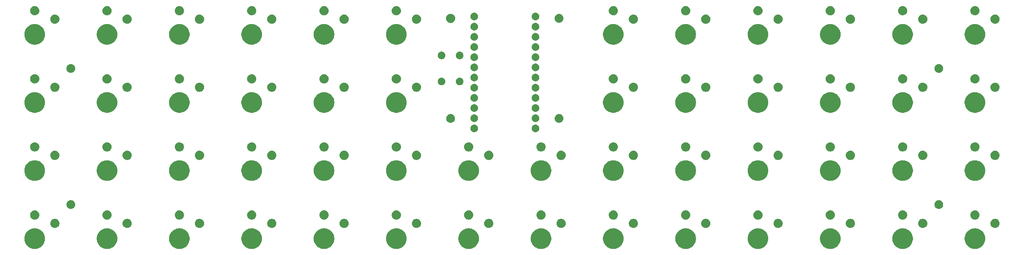
<source format=gts>
G04 #@! TF.GenerationSoftware,KiCad,Pcbnew,9.0.5*
G04 #@! TF.CreationDate,2026-02-19T02:01:53-07:00*
G04 #@! TF.ProjectId,horizon-choc,686f7269-7a6f-46e2-9d63-686f632e6b69,2.4*
G04 #@! TF.SameCoordinates,Original*
G04 #@! TF.FileFunction,Soldermask,Top*
G04 #@! TF.FilePolarity,Negative*
%FSLAX46Y46*%
G04 Gerber Fmt 4.6, Leading zero omitted, Abs format (unit mm)*
G04 Created by KiCad (PCBNEW 9.0.5) date 2026-02-19 02:01:53*
%MOMM*%
%LPD*%
G01*
G04 APERTURE LIST*
G04 APERTURE END LIST*
G36*
X31431496Y-127960396D02*
G01*
X31713128Y-128024677D01*
X31985793Y-128120086D01*
X32246060Y-128245424D01*
X32490657Y-128399115D01*
X32716509Y-128579226D01*
X32920774Y-128783491D01*
X33100885Y-129009343D01*
X33254576Y-129253940D01*
X33379914Y-129514207D01*
X33475323Y-129786872D01*
X33539604Y-130068504D01*
X33571947Y-130355563D01*
X33571947Y-130644437D01*
X33539604Y-130931496D01*
X33475323Y-131213128D01*
X33379914Y-131485793D01*
X33254576Y-131746060D01*
X33100885Y-131990657D01*
X32920774Y-132216509D01*
X32716509Y-132420774D01*
X32490657Y-132600885D01*
X32246060Y-132754576D01*
X31985793Y-132879914D01*
X31713128Y-132975323D01*
X31431496Y-133039604D01*
X31144437Y-133071947D01*
X30855563Y-133071947D01*
X30568504Y-133039604D01*
X30286872Y-132975323D01*
X30014207Y-132879914D01*
X29753940Y-132754576D01*
X29509343Y-132600885D01*
X29283491Y-132420774D01*
X29079226Y-132216509D01*
X28899115Y-131990657D01*
X28745424Y-131746060D01*
X28620086Y-131485793D01*
X28524677Y-131213128D01*
X28460396Y-130931496D01*
X28428053Y-130644437D01*
X28428053Y-130355563D01*
X28460396Y-130068504D01*
X28524677Y-129786872D01*
X28620086Y-129514207D01*
X28745424Y-129253940D01*
X28899115Y-129009343D01*
X29079226Y-128783491D01*
X29283491Y-128579226D01*
X29509343Y-128399115D01*
X29753940Y-128245424D01*
X30014207Y-128120086D01*
X30286872Y-128024677D01*
X30568504Y-127960396D01*
X30855563Y-127928053D01*
X31144437Y-127928053D01*
X31431496Y-127960396D01*
G37*
G36*
X49431496Y-127960396D02*
G01*
X49713128Y-128024677D01*
X49985793Y-128120086D01*
X50246060Y-128245424D01*
X50490657Y-128399115D01*
X50716509Y-128579226D01*
X50920774Y-128783491D01*
X51100885Y-129009343D01*
X51254576Y-129253940D01*
X51379914Y-129514207D01*
X51475323Y-129786872D01*
X51539604Y-130068504D01*
X51571947Y-130355563D01*
X51571947Y-130644437D01*
X51539604Y-130931496D01*
X51475323Y-131213128D01*
X51379914Y-131485793D01*
X51254576Y-131746060D01*
X51100885Y-131990657D01*
X50920774Y-132216509D01*
X50716509Y-132420774D01*
X50490657Y-132600885D01*
X50246060Y-132754576D01*
X49985793Y-132879914D01*
X49713128Y-132975323D01*
X49431496Y-133039604D01*
X49144437Y-133071947D01*
X48855563Y-133071947D01*
X48568504Y-133039604D01*
X48286872Y-132975323D01*
X48014207Y-132879914D01*
X47753940Y-132754576D01*
X47509343Y-132600885D01*
X47283491Y-132420774D01*
X47079226Y-132216509D01*
X46899115Y-131990657D01*
X46745424Y-131746060D01*
X46620086Y-131485793D01*
X46524677Y-131213128D01*
X46460396Y-130931496D01*
X46428053Y-130644437D01*
X46428053Y-130355563D01*
X46460396Y-130068504D01*
X46524677Y-129786872D01*
X46620086Y-129514207D01*
X46745424Y-129253940D01*
X46899115Y-129009343D01*
X47079226Y-128783491D01*
X47283491Y-128579226D01*
X47509343Y-128399115D01*
X47753940Y-128245424D01*
X48014207Y-128120086D01*
X48286872Y-128024677D01*
X48568504Y-127960396D01*
X48855563Y-127928053D01*
X49144437Y-127928053D01*
X49431496Y-127960396D01*
G37*
G36*
X67431496Y-127960396D02*
G01*
X67713128Y-128024677D01*
X67985793Y-128120086D01*
X68246060Y-128245424D01*
X68490657Y-128399115D01*
X68716509Y-128579226D01*
X68920774Y-128783491D01*
X69100885Y-129009343D01*
X69254576Y-129253940D01*
X69379914Y-129514207D01*
X69475323Y-129786872D01*
X69539604Y-130068504D01*
X69571947Y-130355563D01*
X69571947Y-130644437D01*
X69539604Y-130931496D01*
X69475323Y-131213128D01*
X69379914Y-131485793D01*
X69254576Y-131746060D01*
X69100885Y-131990657D01*
X68920774Y-132216509D01*
X68716509Y-132420774D01*
X68490657Y-132600885D01*
X68246060Y-132754576D01*
X67985793Y-132879914D01*
X67713128Y-132975323D01*
X67431496Y-133039604D01*
X67144437Y-133071947D01*
X66855563Y-133071947D01*
X66568504Y-133039604D01*
X66286872Y-132975323D01*
X66014207Y-132879914D01*
X65753940Y-132754576D01*
X65509343Y-132600885D01*
X65283491Y-132420774D01*
X65079226Y-132216509D01*
X64899115Y-131990657D01*
X64745424Y-131746060D01*
X64620086Y-131485793D01*
X64524677Y-131213128D01*
X64460396Y-130931496D01*
X64428053Y-130644437D01*
X64428053Y-130355563D01*
X64460396Y-130068504D01*
X64524677Y-129786872D01*
X64620086Y-129514207D01*
X64745424Y-129253940D01*
X64899115Y-129009343D01*
X65079226Y-128783491D01*
X65283491Y-128579226D01*
X65509343Y-128399115D01*
X65753940Y-128245424D01*
X66014207Y-128120086D01*
X66286872Y-128024677D01*
X66568504Y-127960396D01*
X66855563Y-127928053D01*
X67144437Y-127928053D01*
X67431496Y-127960396D01*
G37*
G36*
X85431496Y-127960396D02*
G01*
X85713128Y-128024677D01*
X85985793Y-128120086D01*
X86246060Y-128245424D01*
X86490657Y-128399115D01*
X86716509Y-128579226D01*
X86920774Y-128783491D01*
X87100885Y-129009343D01*
X87254576Y-129253940D01*
X87379914Y-129514207D01*
X87475323Y-129786872D01*
X87539604Y-130068504D01*
X87571947Y-130355563D01*
X87571947Y-130644437D01*
X87539604Y-130931496D01*
X87475323Y-131213128D01*
X87379914Y-131485793D01*
X87254576Y-131746060D01*
X87100885Y-131990657D01*
X86920774Y-132216509D01*
X86716509Y-132420774D01*
X86490657Y-132600885D01*
X86246060Y-132754576D01*
X85985793Y-132879914D01*
X85713128Y-132975323D01*
X85431496Y-133039604D01*
X85144437Y-133071947D01*
X84855563Y-133071947D01*
X84568504Y-133039604D01*
X84286872Y-132975323D01*
X84014207Y-132879914D01*
X83753940Y-132754576D01*
X83509343Y-132600885D01*
X83283491Y-132420774D01*
X83079226Y-132216509D01*
X82899115Y-131990657D01*
X82745424Y-131746060D01*
X82620086Y-131485793D01*
X82524677Y-131213128D01*
X82460396Y-130931496D01*
X82428053Y-130644437D01*
X82428053Y-130355563D01*
X82460396Y-130068504D01*
X82524677Y-129786872D01*
X82620086Y-129514207D01*
X82745424Y-129253940D01*
X82899115Y-129009343D01*
X83079226Y-128783491D01*
X83283491Y-128579226D01*
X83509343Y-128399115D01*
X83753940Y-128245424D01*
X84014207Y-128120086D01*
X84286872Y-128024677D01*
X84568504Y-127960396D01*
X84855563Y-127928053D01*
X85144437Y-127928053D01*
X85431496Y-127960396D01*
G37*
G36*
X103431496Y-127960396D02*
G01*
X103713128Y-128024677D01*
X103985793Y-128120086D01*
X104246060Y-128245424D01*
X104490657Y-128399115D01*
X104716509Y-128579226D01*
X104920774Y-128783491D01*
X105100885Y-129009343D01*
X105254576Y-129253940D01*
X105379914Y-129514207D01*
X105475323Y-129786872D01*
X105539604Y-130068504D01*
X105571947Y-130355563D01*
X105571947Y-130644437D01*
X105539604Y-130931496D01*
X105475323Y-131213128D01*
X105379914Y-131485793D01*
X105254576Y-131746060D01*
X105100885Y-131990657D01*
X104920774Y-132216509D01*
X104716509Y-132420774D01*
X104490657Y-132600885D01*
X104246060Y-132754576D01*
X103985793Y-132879914D01*
X103713128Y-132975323D01*
X103431496Y-133039604D01*
X103144437Y-133071947D01*
X102855563Y-133071947D01*
X102568504Y-133039604D01*
X102286872Y-132975323D01*
X102014207Y-132879914D01*
X101753940Y-132754576D01*
X101509343Y-132600885D01*
X101283491Y-132420774D01*
X101079226Y-132216509D01*
X100899115Y-131990657D01*
X100745424Y-131746060D01*
X100620086Y-131485793D01*
X100524677Y-131213128D01*
X100460396Y-130931496D01*
X100428053Y-130644437D01*
X100428053Y-130355563D01*
X100460396Y-130068504D01*
X100524677Y-129786872D01*
X100620086Y-129514207D01*
X100745424Y-129253940D01*
X100899115Y-129009343D01*
X101079226Y-128783491D01*
X101283491Y-128579226D01*
X101509343Y-128399115D01*
X101753940Y-128245424D01*
X102014207Y-128120086D01*
X102286872Y-128024677D01*
X102568504Y-127960396D01*
X102855563Y-127928053D01*
X103144437Y-127928053D01*
X103431496Y-127960396D01*
G37*
G36*
X121431496Y-127960396D02*
G01*
X121713128Y-128024677D01*
X121985793Y-128120086D01*
X122246060Y-128245424D01*
X122490657Y-128399115D01*
X122716509Y-128579226D01*
X122920774Y-128783491D01*
X123100885Y-129009343D01*
X123254576Y-129253940D01*
X123379914Y-129514207D01*
X123475323Y-129786872D01*
X123539604Y-130068504D01*
X123571947Y-130355563D01*
X123571947Y-130644437D01*
X123539604Y-130931496D01*
X123475323Y-131213128D01*
X123379914Y-131485793D01*
X123254576Y-131746060D01*
X123100885Y-131990657D01*
X122920774Y-132216509D01*
X122716509Y-132420774D01*
X122490657Y-132600885D01*
X122246060Y-132754576D01*
X121985793Y-132879914D01*
X121713128Y-132975323D01*
X121431496Y-133039604D01*
X121144437Y-133071947D01*
X120855563Y-133071947D01*
X120568504Y-133039604D01*
X120286872Y-132975323D01*
X120014207Y-132879914D01*
X119753940Y-132754576D01*
X119509343Y-132600885D01*
X119283491Y-132420774D01*
X119079226Y-132216509D01*
X118899115Y-131990657D01*
X118745424Y-131746060D01*
X118620086Y-131485793D01*
X118524677Y-131213128D01*
X118460396Y-130931496D01*
X118428053Y-130644437D01*
X118428053Y-130355563D01*
X118460396Y-130068504D01*
X118524677Y-129786872D01*
X118620086Y-129514207D01*
X118745424Y-129253940D01*
X118899115Y-129009343D01*
X119079226Y-128783491D01*
X119283491Y-128579226D01*
X119509343Y-128399115D01*
X119753940Y-128245424D01*
X120014207Y-128120086D01*
X120286872Y-128024677D01*
X120568504Y-127960396D01*
X120855563Y-127928053D01*
X121144437Y-127928053D01*
X121431496Y-127960396D01*
G37*
G36*
X139431496Y-127960396D02*
G01*
X139713128Y-128024677D01*
X139985793Y-128120086D01*
X140246060Y-128245424D01*
X140490657Y-128399115D01*
X140716509Y-128579226D01*
X140920774Y-128783491D01*
X141100885Y-129009343D01*
X141254576Y-129253940D01*
X141379914Y-129514207D01*
X141475323Y-129786872D01*
X141539604Y-130068504D01*
X141571947Y-130355563D01*
X141571947Y-130644437D01*
X141539604Y-130931496D01*
X141475323Y-131213128D01*
X141379914Y-131485793D01*
X141254576Y-131746060D01*
X141100885Y-131990657D01*
X140920774Y-132216509D01*
X140716509Y-132420774D01*
X140490657Y-132600885D01*
X140246060Y-132754576D01*
X139985793Y-132879914D01*
X139713128Y-132975323D01*
X139431496Y-133039604D01*
X139144437Y-133071947D01*
X138855563Y-133071947D01*
X138568504Y-133039604D01*
X138286872Y-132975323D01*
X138014207Y-132879914D01*
X137753940Y-132754576D01*
X137509343Y-132600885D01*
X137283491Y-132420774D01*
X137079226Y-132216509D01*
X136899115Y-131990657D01*
X136745424Y-131746060D01*
X136620086Y-131485793D01*
X136524677Y-131213128D01*
X136460396Y-130931496D01*
X136428053Y-130644437D01*
X136428053Y-130355563D01*
X136460396Y-130068504D01*
X136524677Y-129786872D01*
X136620086Y-129514207D01*
X136745424Y-129253940D01*
X136899115Y-129009343D01*
X137079226Y-128783491D01*
X137283491Y-128579226D01*
X137509343Y-128399115D01*
X137753940Y-128245424D01*
X138014207Y-128120086D01*
X138286872Y-128024677D01*
X138568504Y-127960396D01*
X138855563Y-127928053D01*
X139144437Y-127928053D01*
X139431496Y-127960396D01*
G37*
G36*
X157431496Y-127960396D02*
G01*
X157713128Y-128024677D01*
X157985793Y-128120086D01*
X158246060Y-128245424D01*
X158490657Y-128399115D01*
X158716509Y-128579226D01*
X158920774Y-128783491D01*
X159100885Y-129009343D01*
X159254576Y-129253940D01*
X159379914Y-129514207D01*
X159475323Y-129786872D01*
X159539604Y-130068504D01*
X159571947Y-130355563D01*
X159571947Y-130644437D01*
X159539604Y-130931496D01*
X159475323Y-131213128D01*
X159379914Y-131485793D01*
X159254576Y-131746060D01*
X159100885Y-131990657D01*
X158920774Y-132216509D01*
X158716509Y-132420774D01*
X158490657Y-132600885D01*
X158246060Y-132754576D01*
X157985793Y-132879914D01*
X157713128Y-132975323D01*
X157431496Y-133039604D01*
X157144437Y-133071947D01*
X156855563Y-133071947D01*
X156568504Y-133039604D01*
X156286872Y-132975323D01*
X156014207Y-132879914D01*
X155753940Y-132754576D01*
X155509343Y-132600885D01*
X155283491Y-132420774D01*
X155079226Y-132216509D01*
X154899115Y-131990657D01*
X154745424Y-131746060D01*
X154620086Y-131485793D01*
X154524677Y-131213128D01*
X154460396Y-130931496D01*
X154428053Y-130644437D01*
X154428053Y-130355563D01*
X154460396Y-130068504D01*
X154524677Y-129786872D01*
X154620086Y-129514207D01*
X154745424Y-129253940D01*
X154899115Y-129009343D01*
X155079226Y-128783491D01*
X155283491Y-128579226D01*
X155509343Y-128399115D01*
X155753940Y-128245424D01*
X156014207Y-128120086D01*
X156286872Y-128024677D01*
X156568504Y-127960396D01*
X156855563Y-127928053D01*
X157144437Y-127928053D01*
X157431496Y-127960396D01*
G37*
G36*
X175431496Y-127960396D02*
G01*
X175713128Y-128024677D01*
X175985793Y-128120086D01*
X176246060Y-128245424D01*
X176490657Y-128399115D01*
X176716509Y-128579226D01*
X176920774Y-128783491D01*
X177100885Y-129009343D01*
X177254576Y-129253940D01*
X177379914Y-129514207D01*
X177475323Y-129786872D01*
X177539604Y-130068504D01*
X177571947Y-130355563D01*
X177571947Y-130644437D01*
X177539604Y-130931496D01*
X177475323Y-131213128D01*
X177379914Y-131485793D01*
X177254576Y-131746060D01*
X177100885Y-131990657D01*
X176920774Y-132216509D01*
X176716509Y-132420774D01*
X176490657Y-132600885D01*
X176246060Y-132754576D01*
X175985793Y-132879914D01*
X175713128Y-132975323D01*
X175431496Y-133039604D01*
X175144437Y-133071947D01*
X174855563Y-133071947D01*
X174568504Y-133039604D01*
X174286872Y-132975323D01*
X174014207Y-132879914D01*
X173753940Y-132754576D01*
X173509343Y-132600885D01*
X173283491Y-132420774D01*
X173079226Y-132216509D01*
X172899115Y-131990657D01*
X172745424Y-131746060D01*
X172620086Y-131485793D01*
X172524677Y-131213128D01*
X172460396Y-130931496D01*
X172428053Y-130644437D01*
X172428053Y-130355563D01*
X172460396Y-130068504D01*
X172524677Y-129786872D01*
X172620086Y-129514207D01*
X172745424Y-129253940D01*
X172899115Y-129009343D01*
X173079226Y-128783491D01*
X173283491Y-128579226D01*
X173509343Y-128399115D01*
X173753940Y-128245424D01*
X174014207Y-128120086D01*
X174286872Y-128024677D01*
X174568504Y-127960396D01*
X174855563Y-127928053D01*
X175144437Y-127928053D01*
X175431496Y-127960396D01*
G37*
G36*
X193431496Y-127960396D02*
G01*
X193713128Y-128024677D01*
X193985793Y-128120086D01*
X194246060Y-128245424D01*
X194490657Y-128399115D01*
X194716509Y-128579226D01*
X194920774Y-128783491D01*
X195100885Y-129009343D01*
X195254576Y-129253940D01*
X195379914Y-129514207D01*
X195475323Y-129786872D01*
X195539604Y-130068504D01*
X195571947Y-130355563D01*
X195571947Y-130644437D01*
X195539604Y-130931496D01*
X195475323Y-131213128D01*
X195379914Y-131485793D01*
X195254576Y-131746060D01*
X195100885Y-131990657D01*
X194920774Y-132216509D01*
X194716509Y-132420774D01*
X194490657Y-132600885D01*
X194246060Y-132754576D01*
X193985793Y-132879914D01*
X193713128Y-132975323D01*
X193431496Y-133039604D01*
X193144437Y-133071947D01*
X192855563Y-133071947D01*
X192568504Y-133039604D01*
X192286872Y-132975323D01*
X192014207Y-132879914D01*
X191753940Y-132754576D01*
X191509343Y-132600885D01*
X191283491Y-132420774D01*
X191079226Y-132216509D01*
X190899115Y-131990657D01*
X190745424Y-131746060D01*
X190620086Y-131485793D01*
X190524677Y-131213128D01*
X190460396Y-130931496D01*
X190428053Y-130644437D01*
X190428053Y-130355563D01*
X190460396Y-130068504D01*
X190524677Y-129786872D01*
X190620086Y-129514207D01*
X190745424Y-129253940D01*
X190899115Y-129009343D01*
X191079226Y-128783491D01*
X191283491Y-128579226D01*
X191509343Y-128399115D01*
X191753940Y-128245424D01*
X192014207Y-128120086D01*
X192286872Y-128024677D01*
X192568504Y-127960396D01*
X192855563Y-127928053D01*
X193144437Y-127928053D01*
X193431496Y-127960396D01*
G37*
G36*
X211431496Y-127960396D02*
G01*
X211713128Y-128024677D01*
X211985793Y-128120086D01*
X212246060Y-128245424D01*
X212490657Y-128399115D01*
X212716509Y-128579226D01*
X212920774Y-128783491D01*
X213100885Y-129009343D01*
X213254576Y-129253940D01*
X213379914Y-129514207D01*
X213475323Y-129786872D01*
X213539604Y-130068504D01*
X213571947Y-130355563D01*
X213571947Y-130644437D01*
X213539604Y-130931496D01*
X213475323Y-131213128D01*
X213379914Y-131485793D01*
X213254576Y-131746060D01*
X213100885Y-131990657D01*
X212920774Y-132216509D01*
X212716509Y-132420774D01*
X212490657Y-132600885D01*
X212246060Y-132754576D01*
X211985793Y-132879914D01*
X211713128Y-132975323D01*
X211431496Y-133039604D01*
X211144437Y-133071947D01*
X210855563Y-133071947D01*
X210568504Y-133039604D01*
X210286872Y-132975323D01*
X210014207Y-132879914D01*
X209753940Y-132754576D01*
X209509343Y-132600885D01*
X209283491Y-132420774D01*
X209079226Y-132216509D01*
X208899115Y-131990657D01*
X208745424Y-131746060D01*
X208620086Y-131485793D01*
X208524677Y-131213128D01*
X208460396Y-130931496D01*
X208428053Y-130644437D01*
X208428053Y-130355563D01*
X208460396Y-130068504D01*
X208524677Y-129786872D01*
X208620086Y-129514207D01*
X208745424Y-129253940D01*
X208899115Y-129009343D01*
X209079226Y-128783491D01*
X209283491Y-128579226D01*
X209509343Y-128399115D01*
X209753940Y-128245424D01*
X210014207Y-128120086D01*
X210286872Y-128024677D01*
X210568504Y-127960396D01*
X210855563Y-127928053D01*
X211144437Y-127928053D01*
X211431496Y-127960396D01*
G37*
G36*
X229431496Y-127960396D02*
G01*
X229713128Y-128024677D01*
X229985793Y-128120086D01*
X230246060Y-128245424D01*
X230490657Y-128399115D01*
X230716509Y-128579226D01*
X230920774Y-128783491D01*
X231100885Y-129009343D01*
X231254576Y-129253940D01*
X231379914Y-129514207D01*
X231475323Y-129786872D01*
X231539604Y-130068504D01*
X231571947Y-130355563D01*
X231571947Y-130644437D01*
X231539604Y-130931496D01*
X231475323Y-131213128D01*
X231379914Y-131485793D01*
X231254576Y-131746060D01*
X231100885Y-131990657D01*
X230920774Y-132216509D01*
X230716509Y-132420774D01*
X230490657Y-132600885D01*
X230246060Y-132754576D01*
X229985793Y-132879914D01*
X229713128Y-132975323D01*
X229431496Y-133039604D01*
X229144437Y-133071947D01*
X228855563Y-133071947D01*
X228568504Y-133039604D01*
X228286872Y-132975323D01*
X228014207Y-132879914D01*
X227753940Y-132754576D01*
X227509343Y-132600885D01*
X227283491Y-132420774D01*
X227079226Y-132216509D01*
X226899115Y-131990657D01*
X226745424Y-131746060D01*
X226620086Y-131485793D01*
X226524677Y-131213128D01*
X226460396Y-130931496D01*
X226428053Y-130644437D01*
X226428053Y-130355563D01*
X226460396Y-130068504D01*
X226524677Y-129786872D01*
X226620086Y-129514207D01*
X226745424Y-129253940D01*
X226899115Y-129009343D01*
X227079226Y-128783491D01*
X227283491Y-128579226D01*
X227509343Y-128399115D01*
X227753940Y-128245424D01*
X228014207Y-128120086D01*
X228286872Y-128024677D01*
X228568504Y-127960396D01*
X228855563Y-127928053D01*
X229144437Y-127928053D01*
X229431496Y-127960396D01*
G37*
G36*
X247431496Y-127960396D02*
G01*
X247713128Y-128024677D01*
X247985793Y-128120086D01*
X248246060Y-128245424D01*
X248490657Y-128399115D01*
X248716509Y-128579226D01*
X248920774Y-128783491D01*
X249100885Y-129009343D01*
X249254576Y-129253940D01*
X249379914Y-129514207D01*
X249475323Y-129786872D01*
X249539604Y-130068504D01*
X249571947Y-130355563D01*
X249571947Y-130644437D01*
X249539604Y-130931496D01*
X249475323Y-131213128D01*
X249379914Y-131485793D01*
X249254576Y-131746060D01*
X249100885Y-131990657D01*
X248920774Y-132216509D01*
X248716509Y-132420774D01*
X248490657Y-132600885D01*
X248246060Y-132754576D01*
X247985793Y-132879914D01*
X247713128Y-132975323D01*
X247431496Y-133039604D01*
X247144437Y-133071947D01*
X246855563Y-133071947D01*
X246568504Y-133039604D01*
X246286872Y-132975323D01*
X246014207Y-132879914D01*
X245753940Y-132754576D01*
X245509343Y-132600885D01*
X245283491Y-132420774D01*
X245079226Y-132216509D01*
X244899115Y-131990657D01*
X244745424Y-131746060D01*
X244620086Y-131485793D01*
X244524677Y-131213128D01*
X244460396Y-130931496D01*
X244428053Y-130644437D01*
X244428053Y-130355563D01*
X244460396Y-130068504D01*
X244524677Y-129786872D01*
X244620086Y-129514207D01*
X244745424Y-129253940D01*
X244899115Y-129009343D01*
X245079226Y-128783491D01*
X245283491Y-128579226D01*
X245509343Y-128399115D01*
X245753940Y-128245424D01*
X246014207Y-128120086D01*
X246286872Y-128024677D01*
X246568504Y-127960396D01*
X246855563Y-127928053D01*
X247144437Y-127928053D01*
X247431496Y-127960396D01*
G37*
G36*
X265431496Y-127960396D02*
G01*
X265713128Y-128024677D01*
X265985793Y-128120086D01*
X266246060Y-128245424D01*
X266490657Y-128399115D01*
X266716509Y-128579226D01*
X266920774Y-128783491D01*
X267100885Y-129009343D01*
X267254576Y-129253940D01*
X267379914Y-129514207D01*
X267475323Y-129786872D01*
X267539604Y-130068504D01*
X267571947Y-130355563D01*
X267571947Y-130644437D01*
X267539604Y-130931496D01*
X267475323Y-131213128D01*
X267379914Y-131485793D01*
X267254576Y-131746060D01*
X267100885Y-131990657D01*
X266920774Y-132216509D01*
X266716509Y-132420774D01*
X266490657Y-132600885D01*
X266246060Y-132754576D01*
X265985793Y-132879914D01*
X265713128Y-132975323D01*
X265431496Y-133039604D01*
X265144437Y-133071947D01*
X264855563Y-133071947D01*
X264568504Y-133039604D01*
X264286872Y-132975323D01*
X264014207Y-132879914D01*
X263753940Y-132754576D01*
X263509343Y-132600885D01*
X263283491Y-132420774D01*
X263079226Y-132216509D01*
X262899115Y-131990657D01*
X262745424Y-131746060D01*
X262620086Y-131485793D01*
X262524677Y-131213128D01*
X262460396Y-130931496D01*
X262428053Y-130644437D01*
X262428053Y-130355563D01*
X262460396Y-130068504D01*
X262524677Y-129786872D01*
X262620086Y-129514207D01*
X262745424Y-129253940D01*
X262899115Y-129009343D01*
X263079226Y-128783491D01*
X263283491Y-128579226D01*
X263509343Y-128399115D01*
X263753940Y-128245424D01*
X264014207Y-128120086D01*
X264286872Y-128024677D01*
X264568504Y-127960396D01*
X264855563Y-127928053D01*
X265144437Y-127928053D01*
X265431496Y-127960396D01*
G37*
G36*
X36268696Y-125580802D02*
G01*
X36440469Y-125636615D01*
X36601396Y-125718611D01*
X36747515Y-125824773D01*
X36875227Y-125952485D01*
X36981389Y-126098604D01*
X37063385Y-126259531D01*
X37119198Y-126431304D01*
X37147452Y-126609694D01*
X37147452Y-126790306D01*
X37119198Y-126968696D01*
X37063385Y-127140469D01*
X36981389Y-127301396D01*
X36875227Y-127447515D01*
X36747515Y-127575227D01*
X36601396Y-127681389D01*
X36440469Y-127763385D01*
X36268696Y-127819198D01*
X36090306Y-127847452D01*
X35909694Y-127847452D01*
X35731304Y-127819198D01*
X35559531Y-127763385D01*
X35398604Y-127681389D01*
X35252485Y-127575227D01*
X35124773Y-127447515D01*
X35018611Y-127301396D01*
X34936615Y-127140469D01*
X34880802Y-126968696D01*
X34852548Y-126790306D01*
X34852548Y-126609694D01*
X34880802Y-126431304D01*
X34936615Y-126259531D01*
X35018611Y-126098604D01*
X35124773Y-125952485D01*
X35252485Y-125824773D01*
X35398604Y-125718611D01*
X35559531Y-125636615D01*
X35731304Y-125580802D01*
X35909694Y-125552548D01*
X36090306Y-125552548D01*
X36268696Y-125580802D01*
G37*
G36*
X54268696Y-125580802D02*
G01*
X54440469Y-125636615D01*
X54601396Y-125718611D01*
X54747515Y-125824773D01*
X54875227Y-125952485D01*
X54981389Y-126098604D01*
X55063385Y-126259531D01*
X55119198Y-126431304D01*
X55147452Y-126609694D01*
X55147452Y-126790306D01*
X55119198Y-126968696D01*
X55063385Y-127140469D01*
X54981389Y-127301396D01*
X54875227Y-127447515D01*
X54747515Y-127575227D01*
X54601396Y-127681389D01*
X54440469Y-127763385D01*
X54268696Y-127819198D01*
X54090306Y-127847452D01*
X53909694Y-127847452D01*
X53731304Y-127819198D01*
X53559531Y-127763385D01*
X53398604Y-127681389D01*
X53252485Y-127575227D01*
X53124773Y-127447515D01*
X53018611Y-127301396D01*
X52936615Y-127140469D01*
X52880802Y-126968696D01*
X52852548Y-126790306D01*
X52852548Y-126609694D01*
X52880802Y-126431304D01*
X52936615Y-126259531D01*
X53018611Y-126098604D01*
X53124773Y-125952485D01*
X53252485Y-125824773D01*
X53398604Y-125718611D01*
X53559531Y-125636615D01*
X53731304Y-125580802D01*
X53909694Y-125552548D01*
X54090306Y-125552548D01*
X54268696Y-125580802D01*
G37*
G36*
X72268696Y-125580802D02*
G01*
X72440469Y-125636615D01*
X72601396Y-125718611D01*
X72747515Y-125824773D01*
X72875227Y-125952485D01*
X72981389Y-126098604D01*
X73063385Y-126259531D01*
X73119198Y-126431304D01*
X73147452Y-126609694D01*
X73147452Y-126790306D01*
X73119198Y-126968696D01*
X73063385Y-127140469D01*
X72981389Y-127301396D01*
X72875227Y-127447515D01*
X72747515Y-127575227D01*
X72601396Y-127681389D01*
X72440469Y-127763385D01*
X72268696Y-127819198D01*
X72090306Y-127847452D01*
X71909694Y-127847452D01*
X71731304Y-127819198D01*
X71559531Y-127763385D01*
X71398604Y-127681389D01*
X71252485Y-127575227D01*
X71124773Y-127447515D01*
X71018611Y-127301396D01*
X70936615Y-127140469D01*
X70880802Y-126968696D01*
X70852548Y-126790306D01*
X70852548Y-126609694D01*
X70880802Y-126431304D01*
X70936615Y-126259531D01*
X71018611Y-126098604D01*
X71124773Y-125952485D01*
X71252485Y-125824773D01*
X71398604Y-125718611D01*
X71559531Y-125636615D01*
X71731304Y-125580802D01*
X71909694Y-125552548D01*
X72090306Y-125552548D01*
X72268696Y-125580802D01*
G37*
G36*
X90268696Y-125580802D02*
G01*
X90440469Y-125636615D01*
X90601396Y-125718611D01*
X90747515Y-125824773D01*
X90875227Y-125952485D01*
X90981389Y-126098604D01*
X91063385Y-126259531D01*
X91119198Y-126431304D01*
X91147452Y-126609694D01*
X91147452Y-126790306D01*
X91119198Y-126968696D01*
X91063385Y-127140469D01*
X90981389Y-127301396D01*
X90875227Y-127447515D01*
X90747515Y-127575227D01*
X90601396Y-127681389D01*
X90440469Y-127763385D01*
X90268696Y-127819198D01*
X90090306Y-127847452D01*
X89909694Y-127847452D01*
X89731304Y-127819198D01*
X89559531Y-127763385D01*
X89398604Y-127681389D01*
X89252485Y-127575227D01*
X89124773Y-127447515D01*
X89018611Y-127301396D01*
X88936615Y-127140469D01*
X88880802Y-126968696D01*
X88852548Y-126790306D01*
X88852548Y-126609694D01*
X88880802Y-126431304D01*
X88936615Y-126259531D01*
X89018611Y-126098604D01*
X89124773Y-125952485D01*
X89252485Y-125824773D01*
X89398604Y-125718611D01*
X89559531Y-125636615D01*
X89731304Y-125580802D01*
X89909694Y-125552548D01*
X90090306Y-125552548D01*
X90268696Y-125580802D01*
G37*
G36*
X108268696Y-125580802D02*
G01*
X108440469Y-125636615D01*
X108601396Y-125718611D01*
X108747515Y-125824773D01*
X108875227Y-125952485D01*
X108981389Y-126098604D01*
X109063385Y-126259531D01*
X109119198Y-126431304D01*
X109147452Y-126609694D01*
X109147452Y-126790306D01*
X109119198Y-126968696D01*
X109063385Y-127140469D01*
X108981389Y-127301396D01*
X108875227Y-127447515D01*
X108747515Y-127575227D01*
X108601396Y-127681389D01*
X108440469Y-127763385D01*
X108268696Y-127819198D01*
X108090306Y-127847452D01*
X107909694Y-127847452D01*
X107731304Y-127819198D01*
X107559531Y-127763385D01*
X107398604Y-127681389D01*
X107252485Y-127575227D01*
X107124773Y-127447515D01*
X107018611Y-127301396D01*
X106936615Y-127140469D01*
X106880802Y-126968696D01*
X106852548Y-126790306D01*
X106852548Y-126609694D01*
X106880802Y-126431304D01*
X106936615Y-126259531D01*
X107018611Y-126098604D01*
X107124773Y-125952485D01*
X107252485Y-125824773D01*
X107398604Y-125718611D01*
X107559531Y-125636615D01*
X107731304Y-125580802D01*
X107909694Y-125552548D01*
X108090306Y-125552548D01*
X108268696Y-125580802D01*
G37*
G36*
X126268696Y-125580802D02*
G01*
X126440469Y-125636615D01*
X126601396Y-125718611D01*
X126747515Y-125824773D01*
X126875227Y-125952485D01*
X126981389Y-126098604D01*
X127063385Y-126259531D01*
X127119198Y-126431304D01*
X127147452Y-126609694D01*
X127147452Y-126790306D01*
X127119198Y-126968696D01*
X127063385Y-127140469D01*
X126981389Y-127301396D01*
X126875227Y-127447515D01*
X126747515Y-127575227D01*
X126601396Y-127681389D01*
X126440469Y-127763385D01*
X126268696Y-127819198D01*
X126090306Y-127847452D01*
X125909694Y-127847452D01*
X125731304Y-127819198D01*
X125559531Y-127763385D01*
X125398604Y-127681389D01*
X125252485Y-127575227D01*
X125124773Y-127447515D01*
X125018611Y-127301396D01*
X124936615Y-127140469D01*
X124880802Y-126968696D01*
X124852548Y-126790306D01*
X124852548Y-126609694D01*
X124880802Y-126431304D01*
X124936615Y-126259531D01*
X125018611Y-126098604D01*
X125124773Y-125952485D01*
X125252485Y-125824773D01*
X125398604Y-125718611D01*
X125559531Y-125636615D01*
X125731304Y-125580802D01*
X125909694Y-125552548D01*
X126090306Y-125552548D01*
X126268696Y-125580802D01*
G37*
G36*
X144268696Y-125580802D02*
G01*
X144440469Y-125636615D01*
X144601396Y-125718611D01*
X144747515Y-125824773D01*
X144875227Y-125952485D01*
X144981389Y-126098604D01*
X145063385Y-126259531D01*
X145119198Y-126431304D01*
X145147452Y-126609694D01*
X145147452Y-126790306D01*
X145119198Y-126968696D01*
X145063385Y-127140469D01*
X144981389Y-127301396D01*
X144875227Y-127447515D01*
X144747515Y-127575227D01*
X144601396Y-127681389D01*
X144440469Y-127763385D01*
X144268696Y-127819198D01*
X144090306Y-127847452D01*
X143909694Y-127847452D01*
X143731304Y-127819198D01*
X143559531Y-127763385D01*
X143398604Y-127681389D01*
X143252485Y-127575227D01*
X143124773Y-127447515D01*
X143018611Y-127301396D01*
X142936615Y-127140469D01*
X142880802Y-126968696D01*
X142852548Y-126790306D01*
X142852548Y-126609694D01*
X142880802Y-126431304D01*
X142936615Y-126259531D01*
X143018611Y-126098604D01*
X143124773Y-125952485D01*
X143252485Y-125824773D01*
X143398604Y-125718611D01*
X143559531Y-125636615D01*
X143731304Y-125580802D01*
X143909694Y-125552548D01*
X144090306Y-125552548D01*
X144268696Y-125580802D01*
G37*
G36*
X162268696Y-125580802D02*
G01*
X162440469Y-125636615D01*
X162601396Y-125718611D01*
X162747515Y-125824773D01*
X162875227Y-125952485D01*
X162981389Y-126098604D01*
X163063385Y-126259531D01*
X163119198Y-126431304D01*
X163147452Y-126609694D01*
X163147452Y-126790306D01*
X163119198Y-126968696D01*
X163063385Y-127140469D01*
X162981389Y-127301396D01*
X162875227Y-127447515D01*
X162747515Y-127575227D01*
X162601396Y-127681389D01*
X162440469Y-127763385D01*
X162268696Y-127819198D01*
X162090306Y-127847452D01*
X161909694Y-127847452D01*
X161731304Y-127819198D01*
X161559531Y-127763385D01*
X161398604Y-127681389D01*
X161252485Y-127575227D01*
X161124773Y-127447515D01*
X161018611Y-127301396D01*
X160936615Y-127140469D01*
X160880802Y-126968696D01*
X160852548Y-126790306D01*
X160852548Y-126609694D01*
X160880802Y-126431304D01*
X160936615Y-126259531D01*
X161018611Y-126098604D01*
X161124773Y-125952485D01*
X161252485Y-125824773D01*
X161398604Y-125718611D01*
X161559531Y-125636615D01*
X161731304Y-125580802D01*
X161909694Y-125552548D01*
X162090306Y-125552548D01*
X162268696Y-125580802D01*
G37*
G36*
X180268696Y-125580802D02*
G01*
X180440469Y-125636615D01*
X180601396Y-125718611D01*
X180747515Y-125824773D01*
X180875227Y-125952485D01*
X180981389Y-126098604D01*
X181063385Y-126259531D01*
X181119198Y-126431304D01*
X181147452Y-126609694D01*
X181147452Y-126790306D01*
X181119198Y-126968696D01*
X181063385Y-127140469D01*
X180981389Y-127301396D01*
X180875227Y-127447515D01*
X180747515Y-127575227D01*
X180601396Y-127681389D01*
X180440469Y-127763385D01*
X180268696Y-127819198D01*
X180090306Y-127847452D01*
X179909694Y-127847452D01*
X179731304Y-127819198D01*
X179559531Y-127763385D01*
X179398604Y-127681389D01*
X179252485Y-127575227D01*
X179124773Y-127447515D01*
X179018611Y-127301396D01*
X178936615Y-127140469D01*
X178880802Y-126968696D01*
X178852548Y-126790306D01*
X178852548Y-126609694D01*
X178880802Y-126431304D01*
X178936615Y-126259531D01*
X179018611Y-126098604D01*
X179124773Y-125952485D01*
X179252485Y-125824773D01*
X179398604Y-125718611D01*
X179559531Y-125636615D01*
X179731304Y-125580802D01*
X179909694Y-125552548D01*
X180090306Y-125552548D01*
X180268696Y-125580802D01*
G37*
G36*
X198268696Y-125580802D02*
G01*
X198440469Y-125636615D01*
X198601396Y-125718611D01*
X198747515Y-125824773D01*
X198875227Y-125952485D01*
X198981389Y-126098604D01*
X199063385Y-126259531D01*
X199119198Y-126431304D01*
X199147452Y-126609694D01*
X199147452Y-126790306D01*
X199119198Y-126968696D01*
X199063385Y-127140469D01*
X198981389Y-127301396D01*
X198875227Y-127447515D01*
X198747515Y-127575227D01*
X198601396Y-127681389D01*
X198440469Y-127763385D01*
X198268696Y-127819198D01*
X198090306Y-127847452D01*
X197909694Y-127847452D01*
X197731304Y-127819198D01*
X197559531Y-127763385D01*
X197398604Y-127681389D01*
X197252485Y-127575227D01*
X197124773Y-127447515D01*
X197018611Y-127301396D01*
X196936615Y-127140469D01*
X196880802Y-126968696D01*
X196852548Y-126790306D01*
X196852548Y-126609694D01*
X196880802Y-126431304D01*
X196936615Y-126259531D01*
X197018611Y-126098604D01*
X197124773Y-125952485D01*
X197252485Y-125824773D01*
X197398604Y-125718611D01*
X197559531Y-125636615D01*
X197731304Y-125580802D01*
X197909694Y-125552548D01*
X198090306Y-125552548D01*
X198268696Y-125580802D01*
G37*
G36*
X216268696Y-125580802D02*
G01*
X216440469Y-125636615D01*
X216601396Y-125718611D01*
X216747515Y-125824773D01*
X216875227Y-125952485D01*
X216981389Y-126098604D01*
X217063385Y-126259531D01*
X217119198Y-126431304D01*
X217147452Y-126609694D01*
X217147452Y-126790306D01*
X217119198Y-126968696D01*
X217063385Y-127140469D01*
X216981389Y-127301396D01*
X216875227Y-127447515D01*
X216747515Y-127575227D01*
X216601396Y-127681389D01*
X216440469Y-127763385D01*
X216268696Y-127819198D01*
X216090306Y-127847452D01*
X215909694Y-127847452D01*
X215731304Y-127819198D01*
X215559531Y-127763385D01*
X215398604Y-127681389D01*
X215252485Y-127575227D01*
X215124773Y-127447515D01*
X215018611Y-127301396D01*
X214936615Y-127140469D01*
X214880802Y-126968696D01*
X214852548Y-126790306D01*
X214852548Y-126609694D01*
X214880802Y-126431304D01*
X214936615Y-126259531D01*
X215018611Y-126098604D01*
X215124773Y-125952485D01*
X215252485Y-125824773D01*
X215398604Y-125718611D01*
X215559531Y-125636615D01*
X215731304Y-125580802D01*
X215909694Y-125552548D01*
X216090306Y-125552548D01*
X216268696Y-125580802D01*
G37*
G36*
X234268696Y-125580802D02*
G01*
X234440469Y-125636615D01*
X234601396Y-125718611D01*
X234747515Y-125824773D01*
X234875227Y-125952485D01*
X234981389Y-126098604D01*
X235063385Y-126259531D01*
X235119198Y-126431304D01*
X235147452Y-126609694D01*
X235147452Y-126790306D01*
X235119198Y-126968696D01*
X235063385Y-127140469D01*
X234981389Y-127301396D01*
X234875227Y-127447515D01*
X234747515Y-127575227D01*
X234601396Y-127681389D01*
X234440469Y-127763385D01*
X234268696Y-127819198D01*
X234090306Y-127847452D01*
X233909694Y-127847452D01*
X233731304Y-127819198D01*
X233559531Y-127763385D01*
X233398604Y-127681389D01*
X233252485Y-127575227D01*
X233124773Y-127447515D01*
X233018611Y-127301396D01*
X232936615Y-127140469D01*
X232880802Y-126968696D01*
X232852548Y-126790306D01*
X232852548Y-126609694D01*
X232880802Y-126431304D01*
X232936615Y-126259531D01*
X233018611Y-126098604D01*
X233124773Y-125952485D01*
X233252485Y-125824773D01*
X233398604Y-125718611D01*
X233559531Y-125636615D01*
X233731304Y-125580802D01*
X233909694Y-125552548D01*
X234090306Y-125552548D01*
X234268696Y-125580802D01*
G37*
G36*
X252268696Y-125580802D02*
G01*
X252440469Y-125636615D01*
X252601396Y-125718611D01*
X252747515Y-125824773D01*
X252875227Y-125952485D01*
X252981389Y-126098604D01*
X253063385Y-126259531D01*
X253119198Y-126431304D01*
X253147452Y-126609694D01*
X253147452Y-126790306D01*
X253119198Y-126968696D01*
X253063385Y-127140469D01*
X252981389Y-127301396D01*
X252875227Y-127447515D01*
X252747515Y-127575227D01*
X252601396Y-127681389D01*
X252440469Y-127763385D01*
X252268696Y-127819198D01*
X252090306Y-127847452D01*
X251909694Y-127847452D01*
X251731304Y-127819198D01*
X251559531Y-127763385D01*
X251398604Y-127681389D01*
X251252485Y-127575227D01*
X251124773Y-127447515D01*
X251018611Y-127301396D01*
X250936615Y-127140469D01*
X250880802Y-126968696D01*
X250852548Y-126790306D01*
X250852548Y-126609694D01*
X250880802Y-126431304D01*
X250936615Y-126259531D01*
X251018611Y-126098604D01*
X251124773Y-125952485D01*
X251252485Y-125824773D01*
X251398604Y-125718611D01*
X251559531Y-125636615D01*
X251731304Y-125580802D01*
X251909694Y-125552548D01*
X252090306Y-125552548D01*
X252268696Y-125580802D01*
G37*
G36*
X270268696Y-125580802D02*
G01*
X270440469Y-125636615D01*
X270601396Y-125718611D01*
X270747515Y-125824773D01*
X270875227Y-125952485D01*
X270981389Y-126098604D01*
X271063385Y-126259531D01*
X271119198Y-126431304D01*
X271147452Y-126609694D01*
X271147452Y-126790306D01*
X271119198Y-126968696D01*
X271063385Y-127140469D01*
X270981389Y-127301396D01*
X270875227Y-127447515D01*
X270747515Y-127575227D01*
X270601396Y-127681389D01*
X270440469Y-127763385D01*
X270268696Y-127819198D01*
X270090306Y-127847452D01*
X269909694Y-127847452D01*
X269731304Y-127819198D01*
X269559531Y-127763385D01*
X269398604Y-127681389D01*
X269252485Y-127575227D01*
X269124773Y-127447515D01*
X269018611Y-127301396D01*
X268936615Y-127140469D01*
X268880802Y-126968696D01*
X268852548Y-126790306D01*
X268852548Y-126609694D01*
X268880802Y-126431304D01*
X268936615Y-126259531D01*
X269018611Y-126098604D01*
X269124773Y-125952485D01*
X269252485Y-125824773D01*
X269398604Y-125718611D01*
X269559531Y-125636615D01*
X269731304Y-125580802D01*
X269909694Y-125552548D01*
X270090306Y-125552548D01*
X270268696Y-125580802D01*
G37*
G36*
X31268696Y-123480802D02*
G01*
X31440469Y-123536615D01*
X31601396Y-123618611D01*
X31747515Y-123724773D01*
X31875227Y-123852485D01*
X31981389Y-123998604D01*
X32063385Y-124159531D01*
X32119198Y-124331304D01*
X32147452Y-124509694D01*
X32147452Y-124690306D01*
X32119198Y-124868696D01*
X32063385Y-125040469D01*
X31981389Y-125201396D01*
X31875227Y-125347515D01*
X31747515Y-125475227D01*
X31601396Y-125581389D01*
X31440469Y-125663385D01*
X31268696Y-125719198D01*
X31090306Y-125747452D01*
X30909694Y-125747452D01*
X30731304Y-125719198D01*
X30559531Y-125663385D01*
X30398604Y-125581389D01*
X30252485Y-125475227D01*
X30124773Y-125347515D01*
X30018611Y-125201396D01*
X29936615Y-125040469D01*
X29880802Y-124868696D01*
X29852548Y-124690306D01*
X29852548Y-124509694D01*
X29880802Y-124331304D01*
X29936615Y-124159531D01*
X30018611Y-123998604D01*
X30124773Y-123852485D01*
X30252485Y-123724773D01*
X30398604Y-123618611D01*
X30559531Y-123536615D01*
X30731304Y-123480802D01*
X30909694Y-123452548D01*
X31090306Y-123452548D01*
X31268696Y-123480802D01*
G37*
G36*
X49268696Y-123480802D02*
G01*
X49440469Y-123536615D01*
X49601396Y-123618611D01*
X49747515Y-123724773D01*
X49875227Y-123852485D01*
X49981389Y-123998604D01*
X50063385Y-124159531D01*
X50119198Y-124331304D01*
X50147452Y-124509694D01*
X50147452Y-124690306D01*
X50119198Y-124868696D01*
X50063385Y-125040469D01*
X49981389Y-125201396D01*
X49875227Y-125347515D01*
X49747515Y-125475227D01*
X49601396Y-125581389D01*
X49440469Y-125663385D01*
X49268696Y-125719198D01*
X49090306Y-125747452D01*
X48909694Y-125747452D01*
X48731304Y-125719198D01*
X48559531Y-125663385D01*
X48398604Y-125581389D01*
X48252485Y-125475227D01*
X48124773Y-125347515D01*
X48018611Y-125201396D01*
X47936615Y-125040469D01*
X47880802Y-124868696D01*
X47852548Y-124690306D01*
X47852548Y-124509694D01*
X47880802Y-124331304D01*
X47936615Y-124159531D01*
X48018611Y-123998604D01*
X48124773Y-123852485D01*
X48252485Y-123724773D01*
X48398604Y-123618611D01*
X48559531Y-123536615D01*
X48731304Y-123480802D01*
X48909694Y-123452548D01*
X49090306Y-123452548D01*
X49268696Y-123480802D01*
G37*
G36*
X67268696Y-123480802D02*
G01*
X67440469Y-123536615D01*
X67601396Y-123618611D01*
X67747515Y-123724773D01*
X67875227Y-123852485D01*
X67981389Y-123998604D01*
X68063385Y-124159531D01*
X68119198Y-124331304D01*
X68147452Y-124509694D01*
X68147452Y-124690306D01*
X68119198Y-124868696D01*
X68063385Y-125040469D01*
X67981389Y-125201396D01*
X67875227Y-125347515D01*
X67747515Y-125475227D01*
X67601396Y-125581389D01*
X67440469Y-125663385D01*
X67268696Y-125719198D01*
X67090306Y-125747452D01*
X66909694Y-125747452D01*
X66731304Y-125719198D01*
X66559531Y-125663385D01*
X66398604Y-125581389D01*
X66252485Y-125475227D01*
X66124773Y-125347515D01*
X66018611Y-125201396D01*
X65936615Y-125040469D01*
X65880802Y-124868696D01*
X65852548Y-124690306D01*
X65852548Y-124509694D01*
X65880802Y-124331304D01*
X65936615Y-124159531D01*
X66018611Y-123998604D01*
X66124773Y-123852485D01*
X66252485Y-123724773D01*
X66398604Y-123618611D01*
X66559531Y-123536615D01*
X66731304Y-123480802D01*
X66909694Y-123452548D01*
X67090306Y-123452548D01*
X67268696Y-123480802D01*
G37*
G36*
X85268696Y-123480802D02*
G01*
X85440469Y-123536615D01*
X85601396Y-123618611D01*
X85747515Y-123724773D01*
X85875227Y-123852485D01*
X85981389Y-123998604D01*
X86063385Y-124159531D01*
X86119198Y-124331304D01*
X86147452Y-124509694D01*
X86147452Y-124690306D01*
X86119198Y-124868696D01*
X86063385Y-125040469D01*
X85981389Y-125201396D01*
X85875227Y-125347515D01*
X85747515Y-125475227D01*
X85601396Y-125581389D01*
X85440469Y-125663385D01*
X85268696Y-125719198D01*
X85090306Y-125747452D01*
X84909694Y-125747452D01*
X84731304Y-125719198D01*
X84559531Y-125663385D01*
X84398604Y-125581389D01*
X84252485Y-125475227D01*
X84124773Y-125347515D01*
X84018611Y-125201396D01*
X83936615Y-125040469D01*
X83880802Y-124868696D01*
X83852548Y-124690306D01*
X83852548Y-124509694D01*
X83880802Y-124331304D01*
X83936615Y-124159531D01*
X84018611Y-123998604D01*
X84124773Y-123852485D01*
X84252485Y-123724773D01*
X84398604Y-123618611D01*
X84559531Y-123536615D01*
X84731304Y-123480802D01*
X84909694Y-123452548D01*
X85090306Y-123452548D01*
X85268696Y-123480802D01*
G37*
G36*
X103268696Y-123480802D02*
G01*
X103440469Y-123536615D01*
X103601396Y-123618611D01*
X103747515Y-123724773D01*
X103875227Y-123852485D01*
X103981389Y-123998604D01*
X104063385Y-124159531D01*
X104119198Y-124331304D01*
X104147452Y-124509694D01*
X104147452Y-124690306D01*
X104119198Y-124868696D01*
X104063385Y-125040469D01*
X103981389Y-125201396D01*
X103875227Y-125347515D01*
X103747515Y-125475227D01*
X103601396Y-125581389D01*
X103440469Y-125663385D01*
X103268696Y-125719198D01*
X103090306Y-125747452D01*
X102909694Y-125747452D01*
X102731304Y-125719198D01*
X102559531Y-125663385D01*
X102398604Y-125581389D01*
X102252485Y-125475227D01*
X102124773Y-125347515D01*
X102018611Y-125201396D01*
X101936615Y-125040469D01*
X101880802Y-124868696D01*
X101852548Y-124690306D01*
X101852548Y-124509694D01*
X101880802Y-124331304D01*
X101936615Y-124159531D01*
X102018611Y-123998604D01*
X102124773Y-123852485D01*
X102252485Y-123724773D01*
X102398604Y-123618611D01*
X102559531Y-123536615D01*
X102731304Y-123480802D01*
X102909694Y-123452548D01*
X103090306Y-123452548D01*
X103268696Y-123480802D01*
G37*
G36*
X121268696Y-123480802D02*
G01*
X121440469Y-123536615D01*
X121601396Y-123618611D01*
X121747515Y-123724773D01*
X121875227Y-123852485D01*
X121981389Y-123998604D01*
X122063385Y-124159531D01*
X122119198Y-124331304D01*
X122147452Y-124509694D01*
X122147452Y-124690306D01*
X122119198Y-124868696D01*
X122063385Y-125040469D01*
X121981389Y-125201396D01*
X121875227Y-125347515D01*
X121747515Y-125475227D01*
X121601396Y-125581389D01*
X121440469Y-125663385D01*
X121268696Y-125719198D01*
X121090306Y-125747452D01*
X120909694Y-125747452D01*
X120731304Y-125719198D01*
X120559531Y-125663385D01*
X120398604Y-125581389D01*
X120252485Y-125475227D01*
X120124773Y-125347515D01*
X120018611Y-125201396D01*
X119936615Y-125040469D01*
X119880802Y-124868696D01*
X119852548Y-124690306D01*
X119852548Y-124509694D01*
X119880802Y-124331304D01*
X119936615Y-124159531D01*
X120018611Y-123998604D01*
X120124773Y-123852485D01*
X120252485Y-123724773D01*
X120398604Y-123618611D01*
X120559531Y-123536615D01*
X120731304Y-123480802D01*
X120909694Y-123452548D01*
X121090306Y-123452548D01*
X121268696Y-123480802D01*
G37*
G36*
X139268696Y-123480802D02*
G01*
X139440469Y-123536615D01*
X139601396Y-123618611D01*
X139747515Y-123724773D01*
X139875227Y-123852485D01*
X139981389Y-123998604D01*
X140063385Y-124159531D01*
X140119198Y-124331304D01*
X140147452Y-124509694D01*
X140147452Y-124690306D01*
X140119198Y-124868696D01*
X140063385Y-125040469D01*
X139981389Y-125201396D01*
X139875227Y-125347515D01*
X139747515Y-125475227D01*
X139601396Y-125581389D01*
X139440469Y-125663385D01*
X139268696Y-125719198D01*
X139090306Y-125747452D01*
X138909694Y-125747452D01*
X138731304Y-125719198D01*
X138559531Y-125663385D01*
X138398604Y-125581389D01*
X138252485Y-125475227D01*
X138124773Y-125347515D01*
X138018611Y-125201396D01*
X137936615Y-125040469D01*
X137880802Y-124868696D01*
X137852548Y-124690306D01*
X137852548Y-124509694D01*
X137880802Y-124331304D01*
X137936615Y-124159531D01*
X138018611Y-123998604D01*
X138124773Y-123852485D01*
X138252485Y-123724773D01*
X138398604Y-123618611D01*
X138559531Y-123536615D01*
X138731304Y-123480802D01*
X138909694Y-123452548D01*
X139090306Y-123452548D01*
X139268696Y-123480802D01*
G37*
G36*
X157268696Y-123480802D02*
G01*
X157440469Y-123536615D01*
X157601396Y-123618611D01*
X157747515Y-123724773D01*
X157875227Y-123852485D01*
X157981389Y-123998604D01*
X158063385Y-124159531D01*
X158119198Y-124331304D01*
X158147452Y-124509694D01*
X158147452Y-124690306D01*
X158119198Y-124868696D01*
X158063385Y-125040469D01*
X157981389Y-125201396D01*
X157875227Y-125347515D01*
X157747515Y-125475227D01*
X157601396Y-125581389D01*
X157440469Y-125663385D01*
X157268696Y-125719198D01*
X157090306Y-125747452D01*
X156909694Y-125747452D01*
X156731304Y-125719198D01*
X156559531Y-125663385D01*
X156398604Y-125581389D01*
X156252485Y-125475227D01*
X156124773Y-125347515D01*
X156018611Y-125201396D01*
X155936615Y-125040469D01*
X155880802Y-124868696D01*
X155852548Y-124690306D01*
X155852548Y-124509694D01*
X155880802Y-124331304D01*
X155936615Y-124159531D01*
X156018611Y-123998604D01*
X156124773Y-123852485D01*
X156252485Y-123724773D01*
X156398604Y-123618611D01*
X156559531Y-123536615D01*
X156731304Y-123480802D01*
X156909694Y-123452548D01*
X157090306Y-123452548D01*
X157268696Y-123480802D01*
G37*
G36*
X175268696Y-123480802D02*
G01*
X175440469Y-123536615D01*
X175601396Y-123618611D01*
X175747515Y-123724773D01*
X175875227Y-123852485D01*
X175981389Y-123998604D01*
X176063385Y-124159531D01*
X176119198Y-124331304D01*
X176147452Y-124509694D01*
X176147452Y-124690306D01*
X176119198Y-124868696D01*
X176063385Y-125040469D01*
X175981389Y-125201396D01*
X175875227Y-125347515D01*
X175747515Y-125475227D01*
X175601396Y-125581389D01*
X175440469Y-125663385D01*
X175268696Y-125719198D01*
X175090306Y-125747452D01*
X174909694Y-125747452D01*
X174731304Y-125719198D01*
X174559531Y-125663385D01*
X174398604Y-125581389D01*
X174252485Y-125475227D01*
X174124773Y-125347515D01*
X174018611Y-125201396D01*
X173936615Y-125040469D01*
X173880802Y-124868696D01*
X173852548Y-124690306D01*
X173852548Y-124509694D01*
X173880802Y-124331304D01*
X173936615Y-124159531D01*
X174018611Y-123998604D01*
X174124773Y-123852485D01*
X174252485Y-123724773D01*
X174398604Y-123618611D01*
X174559531Y-123536615D01*
X174731304Y-123480802D01*
X174909694Y-123452548D01*
X175090306Y-123452548D01*
X175268696Y-123480802D01*
G37*
G36*
X193268696Y-123480802D02*
G01*
X193440469Y-123536615D01*
X193601396Y-123618611D01*
X193747515Y-123724773D01*
X193875227Y-123852485D01*
X193981389Y-123998604D01*
X194063385Y-124159531D01*
X194119198Y-124331304D01*
X194147452Y-124509694D01*
X194147452Y-124690306D01*
X194119198Y-124868696D01*
X194063385Y-125040469D01*
X193981389Y-125201396D01*
X193875227Y-125347515D01*
X193747515Y-125475227D01*
X193601396Y-125581389D01*
X193440469Y-125663385D01*
X193268696Y-125719198D01*
X193090306Y-125747452D01*
X192909694Y-125747452D01*
X192731304Y-125719198D01*
X192559531Y-125663385D01*
X192398604Y-125581389D01*
X192252485Y-125475227D01*
X192124773Y-125347515D01*
X192018611Y-125201396D01*
X191936615Y-125040469D01*
X191880802Y-124868696D01*
X191852548Y-124690306D01*
X191852548Y-124509694D01*
X191880802Y-124331304D01*
X191936615Y-124159531D01*
X192018611Y-123998604D01*
X192124773Y-123852485D01*
X192252485Y-123724773D01*
X192398604Y-123618611D01*
X192559531Y-123536615D01*
X192731304Y-123480802D01*
X192909694Y-123452548D01*
X193090306Y-123452548D01*
X193268696Y-123480802D01*
G37*
G36*
X211268696Y-123480802D02*
G01*
X211440469Y-123536615D01*
X211601396Y-123618611D01*
X211747515Y-123724773D01*
X211875227Y-123852485D01*
X211981389Y-123998604D01*
X212063385Y-124159531D01*
X212119198Y-124331304D01*
X212147452Y-124509694D01*
X212147452Y-124690306D01*
X212119198Y-124868696D01*
X212063385Y-125040469D01*
X211981389Y-125201396D01*
X211875227Y-125347515D01*
X211747515Y-125475227D01*
X211601396Y-125581389D01*
X211440469Y-125663385D01*
X211268696Y-125719198D01*
X211090306Y-125747452D01*
X210909694Y-125747452D01*
X210731304Y-125719198D01*
X210559531Y-125663385D01*
X210398604Y-125581389D01*
X210252485Y-125475227D01*
X210124773Y-125347515D01*
X210018611Y-125201396D01*
X209936615Y-125040469D01*
X209880802Y-124868696D01*
X209852548Y-124690306D01*
X209852548Y-124509694D01*
X209880802Y-124331304D01*
X209936615Y-124159531D01*
X210018611Y-123998604D01*
X210124773Y-123852485D01*
X210252485Y-123724773D01*
X210398604Y-123618611D01*
X210559531Y-123536615D01*
X210731304Y-123480802D01*
X210909694Y-123452548D01*
X211090306Y-123452548D01*
X211268696Y-123480802D01*
G37*
G36*
X229268696Y-123480802D02*
G01*
X229440469Y-123536615D01*
X229601396Y-123618611D01*
X229747515Y-123724773D01*
X229875227Y-123852485D01*
X229981389Y-123998604D01*
X230063385Y-124159531D01*
X230119198Y-124331304D01*
X230147452Y-124509694D01*
X230147452Y-124690306D01*
X230119198Y-124868696D01*
X230063385Y-125040469D01*
X229981389Y-125201396D01*
X229875227Y-125347515D01*
X229747515Y-125475227D01*
X229601396Y-125581389D01*
X229440469Y-125663385D01*
X229268696Y-125719198D01*
X229090306Y-125747452D01*
X228909694Y-125747452D01*
X228731304Y-125719198D01*
X228559531Y-125663385D01*
X228398604Y-125581389D01*
X228252485Y-125475227D01*
X228124773Y-125347515D01*
X228018611Y-125201396D01*
X227936615Y-125040469D01*
X227880802Y-124868696D01*
X227852548Y-124690306D01*
X227852548Y-124509694D01*
X227880802Y-124331304D01*
X227936615Y-124159531D01*
X228018611Y-123998604D01*
X228124773Y-123852485D01*
X228252485Y-123724773D01*
X228398604Y-123618611D01*
X228559531Y-123536615D01*
X228731304Y-123480802D01*
X228909694Y-123452548D01*
X229090306Y-123452548D01*
X229268696Y-123480802D01*
G37*
G36*
X247268696Y-123480802D02*
G01*
X247440469Y-123536615D01*
X247601396Y-123618611D01*
X247747515Y-123724773D01*
X247875227Y-123852485D01*
X247981389Y-123998604D01*
X248063385Y-124159531D01*
X248119198Y-124331304D01*
X248147452Y-124509694D01*
X248147452Y-124690306D01*
X248119198Y-124868696D01*
X248063385Y-125040469D01*
X247981389Y-125201396D01*
X247875227Y-125347515D01*
X247747515Y-125475227D01*
X247601396Y-125581389D01*
X247440469Y-125663385D01*
X247268696Y-125719198D01*
X247090306Y-125747452D01*
X246909694Y-125747452D01*
X246731304Y-125719198D01*
X246559531Y-125663385D01*
X246398604Y-125581389D01*
X246252485Y-125475227D01*
X246124773Y-125347515D01*
X246018611Y-125201396D01*
X245936615Y-125040469D01*
X245880802Y-124868696D01*
X245852548Y-124690306D01*
X245852548Y-124509694D01*
X245880802Y-124331304D01*
X245936615Y-124159531D01*
X246018611Y-123998604D01*
X246124773Y-123852485D01*
X246252485Y-123724773D01*
X246398604Y-123618611D01*
X246559531Y-123536615D01*
X246731304Y-123480802D01*
X246909694Y-123452548D01*
X247090306Y-123452548D01*
X247268696Y-123480802D01*
G37*
G36*
X265268696Y-123480802D02*
G01*
X265440469Y-123536615D01*
X265601396Y-123618611D01*
X265747515Y-123724773D01*
X265875227Y-123852485D01*
X265981389Y-123998604D01*
X266063385Y-124159531D01*
X266119198Y-124331304D01*
X266147452Y-124509694D01*
X266147452Y-124690306D01*
X266119198Y-124868696D01*
X266063385Y-125040469D01*
X265981389Y-125201396D01*
X265875227Y-125347515D01*
X265747515Y-125475227D01*
X265601396Y-125581389D01*
X265440469Y-125663385D01*
X265268696Y-125719198D01*
X265090306Y-125747452D01*
X264909694Y-125747452D01*
X264731304Y-125719198D01*
X264559531Y-125663385D01*
X264398604Y-125581389D01*
X264252485Y-125475227D01*
X264124773Y-125347515D01*
X264018611Y-125201396D01*
X263936615Y-125040469D01*
X263880802Y-124868696D01*
X263852548Y-124690306D01*
X263852548Y-124509694D01*
X263880802Y-124331304D01*
X263936615Y-124159531D01*
X264018611Y-123998604D01*
X264124773Y-123852485D01*
X264252485Y-123724773D01*
X264398604Y-123618611D01*
X264559531Y-123536615D01*
X264731304Y-123480802D01*
X264909694Y-123452548D01*
X265090306Y-123452548D01*
X265268696Y-123480802D01*
G37*
G36*
X40257023Y-120929421D02*
G01*
X40421334Y-120982809D01*
X40575271Y-121061243D01*
X40715042Y-121162793D01*
X40837207Y-121284958D01*
X40938757Y-121424729D01*
X41017191Y-121578666D01*
X41070579Y-121742977D01*
X41097606Y-121913617D01*
X41097606Y-122086383D01*
X41070579Y-122257023D01*
X41017191Y-122421334D01*
X40938757Y-122575271D01*
X40837207Y-122715042D01*
X40715042Y-122837207D01*
X40575271Y-122938757D01*
X40421334Y-123017191D01*
X40257023Y-123070579D01*
X40086383Y-123097606D01*
X39913617Y-123097606D01*
X39742977Y-123070579D01*
X39578666Y-123017191D01*
X39424729Y-122938757D01*
X39284958Y-122837207D01*
X39162793Y-122715042D01*
X39061243Y-122575271D01*
X38982809Y-122421334D01*
X38929421Y-122257023D01*
X38902394Y-122086383D01*
X38902394Y-121913617D01*
X38929421Y-121742977D01*
X38982809Y-121578666D01*
X39061243Y-121424729D01*
X39162793Y-121284958D01*
X39284958Y-121162793D01*
X39424729Y-121061243D01*
X39578666Y-120982809D01*
X39742977Y-120929421D01*
X39913617Y-120902394D01*
X40086383Y-120902394D01*
X40257023Y-120929421D01*
G37*
G36*
X256257023Y-120929421D02*
G01*
X256421334Y-120982809D01*
X256575271Y-121061243D01*
X256715042Y-121162793D01*
X256837207Y-121284958D01*
X256938757Y-121424729D01*
X257017191Y-121578666D01*
X257070579Y-121742977D01*
X257097606Y-121913617D01*
X257097606Y-122086383D01*
X257070579Y-122257023D01*
X257017191Y-122421334D01*
X256938757Y-122575271D01*
X256837207Y-122715042D01*
X256715042Y-122837207D01*
X256575271Y-122938757D01*
X256421334Y-123017191D01*
X256257023Y-123070579D01*
X256086383Y-123097606D01*
X255913617Y-123097606D01*
X255742977Y-123070579D01*
X255578666Y-123017191D01*
X255424729Y-122938757D01*
X255284958Y-122837207D01*
X255162793Y-122715042D01*
X255061243Y-122575271D01*
X254982809Y-122421334D01*
X254929421Y-122257023D01*
X254902394Y-122086383D01*
X254902394Y-121913617D01*
X254929421Y-121742977D01*
X254982809Y-121578666D01*
X255061243Y-121424729D01*
X255162793Y-121284958D01*
X255284958Y-121162793D01*
X255424729Y-121061243D01*
X255578666Y-120982809D01*
X255742977Y-120929421D01*
X255913617Y-120902394D01*
X256086383Y-120902394D01*
X256257023Y-120929421D01*
G37*
G36*
X31431496Y-110960396D02*
G01*
X31713128Y-111024677D01*
X31985793Y-111120086D01*
X32246060Y-111245424D01*
X32490657Y-111399115D01*
X32716509Y-111579226D01*
X32920774Y-111783491D01*
X33100885Y-112009343D01*
X33254576Y-112253940D01*
X33379914Y-112514207D01*
X33475323Y-112786872D01*
X33539604Y-113068504D01*
X33571947Y-113355563D01*
X33571947Y-113644437D01*
X33539604Y-113931496D01*
X33475323Y-114213128D01*
X33379914Y-114485793D01*
X33254576Y-114746060D01*
X33100885Y-114990657D01*
X32920774Y-115216509D01*
X32716509Y-115420774D01*
X32490657Y-115600885D01*
X32246060Y-115754576D01*
X31985793Y-115879914D01*
X31713128Y-115975323D01*
X31431496Y-116039604D01*
X31144437Y-116071947D01*
X30855563Y-116071947D01*
X30568504Y-116039604D01*
X30286872Y-115975323D01*
X30014207Y-115879914D01*
X29753940Y-115754576D01*
X29509343Y-115600885D01*
X29283491Y-115420774D01*
X29079226Y-115216509D01*
X28899115Y-114990657D01*
X28745424Y-114746060D01*
X28620086Y-114485793D01*
X28524677Y-114213128D01*
X28460396Y-113931496D01*
X28428053Y-113644437D01*
X28428053Y-113355563D01*
X28460396Y-113068504D01*
X28524677Y-112786872D01*
X28620086Y-112514207D01*
X28745424Y-112253940D01*
X28899115Y-112009343D01*
X29079226Y-111783491D01*
X29283491Y-111579226D01*
X29509343Y-111399115D01*
X29753940Y-111245424D01*
X30014207Y-111120086D01*
X30286872Y-111024677D01*
X30568504Y-110960396D01*
X30855563Y-110928053D01*
X31144437Y-110928053D01*
X31431496Y-110960396D01*
G37*
G36*
X49431496Y-110960396D02*
G01*
X49713128Y-111024677D01*
X49985793Y-111120086D01*
X50246060Y-111245424D01*
X50490657Y-111399115D01*
X50716509Y-111579226D01*
X50920774Y-111783491D01*
X51100885Y-112009343D01*
X51254576Y-112253940D01*
X51379914Y-112514207D01*
X51475323Y-112786872D01*
X51539604Y-113068504D01*
X51571947Y-113355563D01*
X51571947Y-113644437D01*
X51539604Y-113931496D01*
X51475323Y-114213128D01*
X51379914Y-114485793D01*
X51254576Y-114746060D01*
X51100885Y-114990657D01*
X50920774Y-115216509D01*
X50716509Y-115420774D01*
X50490657Y-115600885D01*
X50246060Y-115754576D01*
X49985793Y-115879914D01*
X49713128Y-115975323D01*
X49431496Y-116039604D01*
X49144437Y-116071947D01*
X48855563Y-116071947D01*
X48568504Y-116039604D01*
X48286872Y-115975323D01*
X48014207Y-115879914D01*
X47753940Y-115754576D01*
X47509343Y-115600885D01*
X47283491Y-115420774D01*
X47079226Y-115216509D01*
X46899115Y-114990657D01*
X46745424Y-114746060D01*
X46620086Y-114485793D01*
X46524677Y-114213128D01*
X46460396Y-113931496D01*
X46428053Y-113644437D01*
X46428053Y-113355563D01*
X46460396Y-113068504D01*
X46524677Y-112786872D01*
X46620086Y-112514207D01*
X46745424Y-112253940D01*
X46899115Y-112009343D01*
X47079226Y-111783491D01*
X47283491Y-111579226D01*
X47509343Y-111399115D01*
X47753940Y-111245424D01*
X48014207Y-111120086D01*
X48286872Y-111024677D01*
X48568504Y-110960396D01*
X48855563Y-110928053D01*
X49144437Y-110928053D01*
X49431496Y-110960396D01*
G37*
G36*
X67431496Y-110960396D02*
G01*
X67713128Y-111024677D01*
X67985793Y-111120086D01*
X68246060Y-111245424D01*
X68490657Y-111399115D01*
X68716509Y-111579226D01*
X68920774Y-111783491D01*
X69100885Y-112009343D01*
X69254576Y-112253940D01*
X69379914Y-112514207D01*
X69475323Y-112786872D01*
X69539604Y-113068504D01*
X69571947Y-113355563D01*
X69571947Y-113644437D01*
X69539604Y-113931496D01*
X69475323Y-114213128D01*
X69379914Y-114485793D01*
X69254576Y-114746060D01*
X69100885Y-114990657D01*
X68920774Y-115216509D01*
X68716509Y-115420774D01*
X68490657Y-115600885D01*
X68246060Y-115754576D01*
X67985793Y-115879914D01*
X67713128Y-115975323D01*
X67431496Y-116039604D01*
X67144437Y-116071947D01*
X66855563Y-116071947D01*
X66568504Y-116039604D01*
X66286872Y-115975323D01*
X66014207Y-115879914D01*
X65753940Y-115754576D01*
X65509343Y-115600885D01*
X65283491Y-115420774D01*
X65079226Y-115216509D01*
X64899115Y-114990657D01*
X64745424Y-114746060D01*
X64620086Y-114485793D01*
X64524677Y-114213128D01*
X64460396Y-113931496D01*
X64428053Y-113644437D01*
X64428053Y-113355563D01*
X64460396Y-113068504D01*
X64524677Y-112786872D01*
X64620086Y-112514207D01*
X64745424Y-112253940D01*
X64899115Y-112009343D01*
X65079226Y-111783491D01*
X65283491Y-111579226D01*
X65509343Y-111399115D01*
X65753940Y-111245424D01*
X66014207Y-111120086D01*
X66286872Y-111024677D01*
X66568504Y-110960396D01*
X66855563Y-110928053D01*
X67144437Y-110928053D01*
X67431496Y-110960396D01*
G37*
G36*
X85431496Y-110960396D02*
G01*
X85713128Y-111024677D01*
X85985793Y-111120086D01*
X86246060Y-111245424D01*
X86490657Y-111399115D01*
X86716509Y-111579226D01*
X86920774Y-111783491D01*
X87100885Y-112009343D01*
X87254576Y-112253940D01*
X87379914Y-112514207D01*
X87475323Y-112786872D01*
X87539604Y-113068504D01*
X87571947Y-113355563D01*
X87571947Y-113644437D01*
X87539604Y-113931496D01*
X87475323Y-114213128D01*
X87379914Y-114485793D01*
X87254576Y-114746060D01*
X87100885Y-114990657D01*
X86920774Y-115216509D01*
X86716509Y-115420774D01*
X86490657Y-115600885D01*
X86246060Y-115754576D01*
X85985793Y-115879914D01*
X85713128Y-115975323D01*
X85431496Y-116039604D01*
X85144437Y-116071947D01*
X84855563Y-116071947D01*
X84568504Y-116039604D01*
X84286872Y-115975323D01*
X84014207Y-115879914D01*
X83753940Y-115754576D01*
X83509343Y-115600885D01*
X83283491Y-115420774D01*
X83079226Y-115216509D01*
X82899115Y-114990657D01*
X82745424Y-114746060D01*
X82620086Y-114485793D01*
X82524677Y-114213128D01*
X82460396Y-113931496D01*
X82428053Y-113644437D01*
X82428053Y-113355563D01*
X82460396Y-113068504D01*
X82524677Y-112786872D01*
X82620086Y-112514207D01*
X82745424Y-112253940D01*
X82899115Y-112009343D01*
X83079226Y-111783491D01*
X83283491Y-111579226D01*
X83509343Y-111399115D01*
X83753940Y-111245424D01*
X84014207Y-111120086D01*
X84286872Y-111024677D01*
X84568504Y-110960396D01*
X84855563Y-110928053D01*
X85144437Y-110928053D01*
X85431496Y-110960396D01*
G37*
G36*
X103431496Y-110960396D02*
G01*
X103713128Y-111024677D01*
X103985793Y-111120086D01*
X104246060Y-111245424D01*
X104490657Y-111399115D01*
X104716509Y-111579226D01*
X104920774Y-111783491D01*
X105100885Y-112009343D01*
X105254576Y-112253940D01*
X105379914Y-112514207D01*
X105475323Y-112786872D01*
X105539604Y-113068504D01*
X105571947Y-113355563D01*
X105571947Y-113644437D01*
X105539604Y-113931496D01*
X105475323Y-114213128D01*
X105379914Y-114485793D01*
X105254576Y-114746060D01*
X105100885Y-114990657D01*
X104920774Y-115216509D01*
X104716509Y-115420774D01*
X104490657Y-115600885D01*
X104246060Y-115754576D01*
X103985793Y-115879914D01*
X103713128Y-115975323D01*
X103431496Y-116039604D01*
X103144437Y-116071947D01*
X102855563Y-116071947D01*
X102568504Y-116039604D01*
X102286872Y-115975323D01*
X102014207Y-115879914D01*
X101753940Y-115754576D01*
X101509343Y-115600885D01*
X101283491Y-115420774D01*
X101079226Y-115216509D01*
X100899115Y-114990657D01*
X100745424Y-114746060D01*
X100620086Y-114485793D01*
X100524677Y-114213128D01*
X100460396Y-113931496D01*
X100428053Y-113644437D01*
X100428053Y-113355563D01*
X100460396Y-113068504D01*
X100524677Y-112786872D01*
X100620086Y-112514207D01*
X100745424Y-112253940D01*
X100899115Y-112009343D01*
X101079226Y-111783491D01*
X101283491Y-111579226D01*
X101509343Y-111399115D01*
X101753940Y-111245424D01*
X102014207Y-111120086D01*
X102286872Y-111024677D01*
X102568504Y-110960396D01*
X102855563Y-110928053D01*
X103144437Y-110928053D01*
X103431496Y-110960396D01*
G37*
G36*
X121431496Y-110960396D02*
G01*
X121713128Y-111024677D01*
X121985793Y-111120086D01*
X122246060Y-111245424D01*
X122490657Y-111399115D01*
X122716509Y-111579226D01*
X122920774Y-111783491D01*
X123100885Y-112009343D01*
X123254576Y-112253940D01*
X123379914Y-112514207D01*
X123475323Y-112786872D01*
X123539604Y-113068504D01*
X123571947Y-113355563D01*
X123571947Y-113644437D01*
X123539604Y-113931496D01*
X123475323Y-114213128D01*
X123379914Y-114485793D01*
X123254576Y-114746060D01*
X123100885Y-114990657D01*
X122920774Y-115216509D01*
X122716509Y-115420774D01*
X122490657Y-115600885D01*
X122246060Y-115754576D01*
X121985793Y-115879914D01*
X121713128Y-115975323D01*
X121431496Y-116039604D01*
X121144437Y-116071947D01*
X120855563Y-116071947D01*
X120568504Y-116039604D01*
X120286872Y-115975323D01*
X120014207Y-115879914D01*
X119753940Y-115754576D01*
X119509343Y-115600885D01*
X119283491Y-115420774D01*
X119079226Y-115216509D01*
X118899115Y-114990657D01*
X118745424Y-114746060D01*
X118620086Y-114485793D01*
X118524677Y-114213128D01*
X118460396Y-113931496D01*
X118428053Y-113644437D01*
X118428053Y-113355563D01*
X118460396Y-113068504D01*
X118524677Y-112786872D01*
X118620086Y-112514207D01*
X118745424Y-112253940D01*
X118899115Y-112009343D01*
X119079226Y-111783491D01*
X119283491Y-111579226D01*
X119509343Y-111399115D01*
X119753940Y-111245424D01*
X120014207Y-111120086D01*
X120286872Y-111024677D01*
X120568504Y-110960396D01*
X120855563Y-110928053D01*
X121144437Y-110928053D01*
X121431496Y-110960396D01*
G37*
G36*
X139431496Y-110960396D02*
G01*
X139713128Y-111024677D01*
X139985793Y-111120086D01*
X140246060Y-111245424D01*
X140490657Y-111399115D01*
X140716509Y-111579226D01*
X140920774Y-111783491D01*
X141100885Y-112009343D01*
X141254576Y-112253940D01*
X141379914Y-112514207D01*
X141475323Y-112786872D01*
X141539604Y-113068504D01*
X141571947Y-113355563D01*
X141571947Y-113644437D01*
X141539604Y-113931496D01*
X141475323Y-114213128D01*
X141379914Y-114485793D01*
X141254576Y-114746060D01*
X141100885Y-114990657D01*
X140920774Y-115216509D01*
X140716509Y-115420774D01*
X140490657Y-115600885D01*
X140246060Y-115754576D01*
X139985793Y-115879914D01*
X139713128Y-115975323D01*
X139431496Y-116039604D01*
X139144437Y-116071947D01*
X138855563Y-116071947D01*
X138568504Y-116039604D01*
X138286872Y-115975323D01*
X138014207Y-115879914D01*
X137753940Y-115754576D01*
X137509343Y-115600885D01*
X137283491Y-115420774D01*
X137079226Y-115216509D01*
X136899115Y-114990657D01*
X136745424Y-114746060D01*
X136620086Y-114485793D01*
X136524677Y-114213128D01*
X136460396Y-113931496D01*
X136428053Y-113644437D01*
X136428053Y-113355563D01*
X136460396Y-113068504D01*
X136524677Y-112786872D01*
X136620086Y-112514207D01*
X136745424Y-112253940D01*
X136899115Y-112009343D01*
X137079226Y-111783491D01*
X137283491Y-111579226D01*
X137509343Y-111399115D01*
X137753940Y-111245424D01*
X138014207Y-111120086D01*
X138286872Y-111024677D01*
X138568504Y-110960396D01*
X138855563Y-110928053D01*
X139144437Y-110928053D01*
X139431496Y-110960396D01*
G37*
G36*
X157431496Y-110960396D02*
G01*
X157713128Y-111024677D01*
X157985793Y-111120086D01*
X158246060Y-111245424D01*
X158490657Y-111399115D01*
X158716509Y-111579226D01*
X158920774Y-111783491D01*
X159100885Y-112009343D01*
X159254576Y-112253940D01*
X159379914Y-112514207D01*
X159475323Y-112786872D01*
X159539604Y-113068504D01*
X159571947Y-113355563D01*
X159571947Y-113644437D01*
X159539604Y-113931496D01*
X159475323Y-114213128D01*
X159379914Y-114485793D01*
X159254576Y-114746060D01*
X159100885Y-114990657D01*
X158920774Y-115216509D01*
X158716509Y-115420774D01*
X158490657Y-115600885D01*
X158246060Y-115754576D01*
X157985793Y-115879914D01*
X157713128Y-115975323D01*
X157431496Y-116039604D01*
X157144437Y-116071947D01*
X156855563Y-116071947D01*
X156568504Y-116039604D01*
X156286872Y-115975323D01*
X156014207Y-115879914D01*
X155753940Y-115754576D01*
X155509343Y-115600885D01*
X155283491Y-115420774D01*
X155079226Y-115216509D01*
X154899115Y-114990657D01*
X154745424Y-114746060D01*
X154620086Y-114485793D01*
X154524677Y-114213128D01*
X154460396Y-113931496D01*
X154428053Y-113644437D01*
X154428053Y-113355563D01*
X154460396Y-113068504D01*
X154524677Y-112786872D01*
X154620086Y-112514207D01*
X154745424Y-112253940D01*
X154899115Y-112009343D01*
X155079226Y-111783491D01*
X155283491Y-111579226D01*
X155509343Y-111399115D01*
X155753940Y-111245424D01*
X156014207Y-111120086D01*
X156286872Y-111024677D01*
X156568504Y-110960396D01*
X156855563Y-110928053D01*
X157144437Y-110928053D01*
X157431496Y-110960396D01*
G37*
G36*
X175431496Y-110960396D02*
G01*
X175713128Y-111024677D01*
X175985793Y-111120086D01*
X176246060Y-111245424D01*
X176490657Y-111399115D01*
X176716509Y-111579226D01*
X176920774Y-111783491D01*
X177100885Y-112009343D01*
X177254576Y-112253940D01*
X177379914Y-112514207D01*
X177475323Y-112786872D01*
X177539604Y-113068504D01*
X177571947Y-113355563D01*
X177571947Y-113644437D01*
X177539604Y-113931496D01*
X177475323Y-114213128D01*
X177379914Y-114485793D01*
X177254576Y-114746060D01*
X177100885Y-114990657D01*
X176920774Y-115216509D01*
X176716509Y-115420774D01*
X176490657Y-115600885D01*
X176246060Y-115754576D01*
X175985793Y-115879914D01*
X175713128Y-115975323D01*
X175431496Y-116039604D01*
X175144437Y-116071947D01*
X174855563Y-116071947D01*
X174568504Y-116039604D01*
X174286872Y-115975323D01*
X174014207Y-115879914D01*
X173753940Y-115754576D01*
X173509343Y-115600885D01*
X173283491Y-115420774D01*
X173079226Y-115216509D01*
X172899115Y-114990657D01*
X172745424Y-114746060D01*
X172620086Y-114485793D01*
X172524677Y-114213128D01*
X172460396Y-113931496D01*
X172428053Y-113644437D01*
X172428053Y-113355563D01*
X172460396Y-113068504D01*
X172524677Y-112786872D01*
X172620086Y-112514207D01*
X172745424Y-112253940D01*
X172899115Y-112009343D01*
X173079226Y-111783491D01*
X173283491Y-111579226D01*
X173509343Y-111399115D01*
X173753940Y-111245424D01*
X174014207Y-111120086D01*
X174286872Y-111024677D01*
X174568504Y-110960396D01*
X174855563Y-110928053D01*
X175144437Y-110928053D01*
X175431496Y-110960396D01*
G37*
G36*
X193431496Y-110960396D02*
G01*
X193713128Y-111024677D01*
X193985793Y-111120086D01*
X194246060Y-111245424D01*
X194490657Y-111399115D01*
X194716509Y-111579226D01*
X194920774Y-111783491D01*
X195100885Y-112009343D01*
X195254576Y-112253940D01*
X195379914Y-112514207D01*
X195475323Y-112786872D01*
X195539604Y-113068504D01*
X195571947Y-113355563D01*
X195571947Y-113644437D01*
X195539604Y-113931496D01*
X195475323Y-114213128D01*
X195379914Y-114485793D01*
X195254576Y-114746060D01*
X195100885Y-114990657D01*
X194920774Y-115216509D01*
X194716509Y-115420774D01*
X194490657Y-115600885D01*
X194246060Y-115754576D01*
X193985793Y-115879914D01*
X193713128Y-115975323D01*
X193431496Y-116039604D01*
X193144437Y-116071947D01*
X192855563Y-116071947D01*
X192568504Y-116039604D01*
X192286872Y-115975323D01*
X192014207Y-115879914D01*
X191753940Y-115754576D01*
X191509343Y-115600885D01*
X191283491Y-115420774D01*
X191079226Y-115216509D01*
X190899115Y-114990657D01*
X190745424Y-114746060D01*
X190620086Y-114485793D01*
X190524677Y-114213128D01*
X190460396Y-113931496D01*
X190428053Y-113644437D01*
X190428053Y-113355563D01*
X190460396Y-113068504D01*
X190524677Y-112786872D01*
X190620086Y-112514207D01*
X190745424Y-112253940D01*
X190899115Y-112009343D01*
X191079226Y-111783491D01*
X191283491Y-111579226D01*
X191509343Y-111399115D01*
X191753940Y-111245424D01*
X192014207Y-111120086D01*
X192286872Y-111024677D01*
X192568504Y-110960396D01*
X192855563Y-110928053D01*
X193144437Y-110928053D01*
X193431496Y-110960396D01*
G37*
G36*
X211431496Y-110960396D02*
G01*
X211713128Y-111024677D01*
X211985793Y-111120086D01*
X212246060Y-111245424D01*
X212490657Y-111399115D01*
X212716509Y-111579226D01*
X212920774Y-111783491D01*
X213100885Y-112009343D01*
X213254576Y-112253940D01*
X213379914Y-112514207D01*
X213475323Y-112786872D01*
X213539604Y-113068504D01*
X213571947Y-113355563D01*
X213571947Y-113644437D01*
X213539604Y-113931496D01*
X213475323Y-114213128D01*
X213379914Y-114485793D01*
X213254576Y-114746060D01*
X213100885Y-114990657D01*
X212920774Y-115216509D01*
X212716509Y-115420774D01*
X212490657Y-115600885D01*
X212246060Y-115754576D01*
X211985793Y-115879914D01*
X211713128Y-115975323D01*
X211431496Y-116039604D01*
X211144437Y-116071947D01*
X210855563Y-116071947D01*
X210568504Y-116039604D01*
X210286872Y-115975323D01*
X210014207Y-115879914D01*
X209753940Y-115754576D01*
X209509343Y-115600885D01*
X209283491Y-115420774D01*
X209079226Y-115216509D01*
X208899115Y-114990657D01*
X208745424Y-114746060D01*
X208620086Y-114485793D01*
X208524677Y-114213128D01*
X208460396Y-113931496D01*
X208428053Y-113644437D01*
X208428053Y-113355563D01*
X208460396Y-113068504D01*
X208524677Y-112786872D01*
X208620086Y-112514207D01*
X208745424Y-112253940D01*
X208899115Y-112009343D01*
X209079226Y-111783491D01*
X209283491Y-111579226D01*
X209509343Y-111399115D01*
X209753940Y-111245424D01*
X210014207Y-111120086D01*
X210286872Y-111024677D01*
X210568504Y-110960396D01*
X210855563Y-110928053D01*
X211144437Y-110928053D01*
X211431496Y-110960396D01*
G37*
G36*
X229431496Y-110960396D02*
G01*
X229713128Y-111024677D01*
X229985793Y-111120086D01*
X230246060Y-111245424D01*
X230490657Y-111399115D01*
X230716509Y-111579226D01*
X230920774Y-111783491D01*
X231100885Y-112009343D01*
X231254576Y-112253940D01*
X231379914Y-112514207D01*
X231475323Y-112786872D01*
X231539604Y-113068504D01*
X231571947Y-113355563D01*
X231571947Y-113644437D01*
X231539604Y-113931496D01*
X231475323Y-114213128D01*
X231379914Y-114485793D01*
X231254576Y-114746060D01*
X231100885Y-114990657D01*
X230920774Y-115216509D01*
X230716509Y-115420774D01*
X230490657Y-115600885D01*
X230246060Y-115754576D01*
X229985793Y-115879914D01*
X229713128Y-115975323D01*
X229431496Y-116039604D01*
X229144437Y-116071947D01*
X228855563Y-116071947D01*
X228568504Y-116039604D01*
X228286872Y-115975323D01*
X228014207Y-115879914D01*
X227753940Y-115754576D01*
X227509343Y-115600885D01*
X227283491Y-115420774D01*
X227079226Y-115216509D01*
X226899115Y-114990657D01*
X226745424Y-114746060D01*
X226620086Y-114485793D01*
X226524677Y-114213128D01*
X226460396Y-113931496D01*
X226428053Y-113644437D01*
X226428053Y-113355563D01*
X226460396Y-113068504D01*
X226524677Y-112786872D01*
X226620086Y-112514207D01*
X226745424Y-112253940D01*
X226899115Y-112009343D01*
X227079226Y-111783491D01*
X227283491Y-111579226D01*
X227509343Y-111399115D01*
X227753940Y-111245424D01*
X228014207Y-111120086D01*
X228286872Y-111024677D01*
X228568504Y-110960396D01*
X228855563Y-110928053D01*
X229144437Y-110928053D01*
X229431496Y-110960396D01*
G37*
G36*
X247431496Y-110960396D02*
G01*
X247713128Y-111024677D01*
X247985793Y-111120086D01*
X248246060Y-111245424D01*
X248490657Y-111399115D01*
X248716509Y-111579226D01*
X248920774Y-111783491D01*
X249100885Y-112009343D01*
X249254576Y-112253940D01*
X249379914Y-112514207D01*
X249475323Y-112786872D01*
X249539604Y-113068504D01*
X249571947Y-113355563D01*
X249571947Y-113644437D01*
X249539604Y-113931496D01*
X249475323Y-114213128D01*
X249379914Y-114485793D01*
X249254576Y-114746060D01*
X249100885Y-114990657D01*
X248920774Y-115216509D01*
X248716509Y-115420774D01*
X248490657Y-115600885D01*
X248246060Y-115754576D01*
X247985793Y-115879914D01*
X247713128Y-115975323D01*
X247431496Y-116039604D01*
X247144437Y-116071947D01*
X246855563Y-116071947D01*
X246568504Y-116039604D01*
X246286872Y-115975323D01*
X246014207Y-115879914D01*
X245753940Y-115754576D01*
X245509343Y-115600885D01*
X245283491Y-115420774D01*
X245079226Y-115216509D01*
X244899115Y-114990657D01*
X244745424Y-114746060D01*
X244620086Y-114485793D01*
X244524677Y-114213128D01*
X244460396Y-113931496D01*
X244428053Y-113644437D01*
X244428053Y-113355563D01*
X244460396Y-113068504D01*
X244524677Y-112786872D01*
X244620086Y-112514207D01*
X244745424Y-112253940D01*
X244899115Y-112009343D01*
X245079226Y-111783491D01*
X245283491Y-111579226D01*
X245509343Y-111399115D01*
X245753940Y-111245424D01*
X246014207Y-111120086D01*
X246286872Y-111024677D01*
X246568504Y-110960396D01*
X246855563Y-110928053D01*
X247144437Y-110928053D01*
X247431496Y-110960396D01*
G37*
G36*
X265431496Y-110960396D02*
G01*
X265713128Y-111024677D01*
X265985793Y-111120086D01*
X266246060Y-111245424D01*
X266490657Y-111399115D01*
X266716509Y-111579226D01*
X266920774Y-111783491D01*
X267100885Y-112009343D01*
X267254576Y-112253940D01*
X267379914Y-112514207D01*
X267475323Y-112786872D01*
X267539604Y-113068504D01*
X267571947Y-113355563D01*
X267571947Y-113644437D01*
X267539604Y-113931496D01*
X267475323Y-114213128D01*
X267379914Y-114485793D01*
X267254576Y-114746060D01*
X267100885Y-114990657D01*
X266920774Y-115216509D01*
X266716509Y-115420774D01*
X266490657Y-115600885D01*
X266246060Y-115754576D01*
X265985793Y-115879914D01*
X265713128Y-115975323D01*
X265431496Y-116039604D01*
X265144437Y-116071947D01*
X264855563Y-116071947D01*
X264568504Y-116039604D01*
X264286872Y-115975323D01*
X264014207Y-115879914D01*
X263753940Y-115754576D01*
X263509343Y-115600885D01*
X263283491Y-115420774D01*
X263079226Y-115216509D01*
X262899115Y-114990657D01*
X262745424Y-114746060D01*
X262620086Y-114485793D01*
X262524677Y-114213128D01*
X262460396Y-113931496D01*
X262428053Y-113644437D01*
X262428053Y-113355563D01*
X262460396Y-113068504D01*
X262524677Y-112786872D01*
X262620086Y-112514207D01*
X262745424Y-112253940D01*
X262899115Y-112009343D01*
X263079226Y-111783491D01*
X263283491Y-111579226D01*
X263509343Y-111399115D01*
X263753940Y-111245424D01*
X264014207Y-111120086D01*
X264286872Y-111024677D01*
X264568504Y-110960396D01*
X264855563Y-110928053D01*
X265144437Y-110928053D01*
X265431496Y-110960396D01*
G37*
G36*
X36268696Y-108580802D02*
G01*
X36440469Y-108636615D01*
X36601396Y-108718611D01*
X36747515Y-108824773D01*
X36875227Y-108952485D01*
X36981389Y-109098604D01*
X37063385Y-109259531D01*
X37119198Y-109431304D01*
X37147452Y-109609694D01*
X37147452Y-109790306D01*
X37119198Y-109968696D01*
X37063385Y-110140469D01*
X36981389Y-110301396D01*
X36875227Y-110447515D01*
X36747515Y-110575227D01*
X36601396Y-110681389D01*
X36440469Y-110763385D01*
X36268696Y-110819198D01*
X36090306Y-110847452D01*
X35909694Y-110847452D01*
X35731304Y-110819198D01*
X35559531Y-110763385D01*
X35398604Y-110681389D01*
X35252485Y-110575227D01*
X35124773Y-110447515D01*
X35018611Y-110301396D01*
X34936615Y-110140469D01*
X34880802Y-109968696D01*
X34852548Y-109790306D01*
X34852548Y-109609694D01*
X34880802Y-109431304D01*
X34936615Y-109259531D01*
X35018611Y-109098604D01*
X35124773Y-108952485D01*
X35252485Y-108824773D01*
X35398604Y-108718611D01*
X35559531Y-108636615D01*
X35731304Y-108580802D01*
X35909694Y-108552548D01*
X36090306Y-108552548D01*
X36268696Y-108580802D01*
G37*
G36*
X54268696Y-108580802D02*
G01*
X54440469Y-108636615D01*
X54601396Y-108718611D01*
X54747515Y-108824773D01*
X54875227Y-108952485D01*
X54981389Y-109098604D01*
X55063385Y-109259531D01*
X55119198Y-109431304D01*
X55147452Y-109609694D01*
X55147452Y-109790306D01*
X55119198Y-109968696D01*
X55063385Y-110140469D01*
X54981389Y-110301396D01*
X54875227Y-110447515D01*
X54747515Y-110575227D01*
X54601396Y-110681389D01*
X54440469Y-110763385D01*
X54268696Y-110819198D01*
X54090306Y-110847452D01*
X53909694Y-110847452D01*
X53731304Y-110819198D01*
X53559531Y-110763385D01*
X53398604Y-110681389D01*
X53252485Y-110575227D01*
X53124773Y-110447515D01*
X53018611Y-110301396D01*
X52936615Y-110140469D01*
X52880802Y-109968696D01*
X52852548Y-109790306D01*
X52852548Y-109609694D01*
X52880802Y-109431304D01*
X52936615Y-109259531D01*
X53018611Y-109098604D01*
X53124773Y-108952485D01*
X53252485Y-108824773D01*
X53398604Y-108718611D01*
X53559531Y-108636615D01*
X53731304Y-108580802D01*
X53909694Y-108552548D01*
X54090306Y-108552548D01*
X54268696Y-108580802D01*
G37*
G36*
X72268696Y-108580802D02*
G01*
X72440469Y-108636615D01*
X72601396Y-108718611D01*
X72747515Y-108824773D01*
X72875227Y-108952485D01*
X72981389Y-109098604D01*
X73063385Y-109259531D01*
X73119198Y-109431304D01*
X73147452Y-109609694D01*
X73147452Y-109790306D01*
X73119198Y-109968696D01*
X73063385Y-110140469D01*
X72981389Y-110301396D01*
X72875227Y-110447515D01*
X72747515Y-110575227D01*
X72601396Y-110681389D01*
X72440469Y-110763385D01*
X72268696Y-110819198D01*
X72090306Y-110847452D01*
X71909694Y-110847452D01*
X71731304Y-110819198D01*
X71559531Y-110763385D01*
X71398604Y-110681389D01*
X71252485Y-110575227D01*
X71124773Y-110447515D01*
X71018611Y-110301396D01*
X70936615Y-110140469D01*
X70880802Y-109968696D01*
X70852548Y-109790306D01*
X70852548Y-109609694D01*
X70880802Y-109431304D01*
X70936615Y-109259531D01*
X71018611Y-109098604D01*
X71124773Y-108952485D01*
X71252485Y-108824773D01*
X71398604Y-108718611D01*
X71559531Y-108636615D01*
X71731304Y-108580802D01*
X71909694Y-108552548D01*
X72090306Y-108552548D01*
X72268696Y-108580802D01*
G37*
G36*
X90268696Y-108580802D02*
G01*
X90440469Y-108636615D01*
X90601396Y-108718611D01*
X90747515Y-108824773D01*
X90875227Y-108952485D01*
X90981389Y-109098604D01*
X91063385Y-109259531D01*
X91119198Y-109431304D01*
X91147452Y-109609694D01*
X91147452Y-109790306D01*
X91119198Y-109968696D01*
X91063385Y-110140469D01*
X90981389Y-110301396D01*
X90875227Y-110447515D01*
X90747515Y-110575227D01*
X90601396Y-110681389D01*
X90440469Y-110763385D01*
X90268696Y-110819198D01*
X90090306Y-110847452D01*
X89909694Y-110847452D01*
X89731304Y-110819198D01*
X89559531Y-110763385D01*
X89398604Y-110681389D01*
X89252485Y-110575227D01*
X89124773Y-110447515D01*
X89018611Y-110301396D01*
X88936615Y-110140469D01*
X88880802Y-109968696D01*
X88852548Y-109790306D01*
X88852548Y-109609694D01*
X88880802Y-109431304D01*
X88936615Y-109259531D01*
X89018611Y-109098604D01*
X89124773Y-108952485D01*
X89252485Y-108824773D01*
X89398604Y-108718611D01*
X89559531Y-108636615D01*
X89731304Y-108580802D01*
X89909694Y-108552548D01*
X90090306Y-108552548D01*
X90268696Y-108580802D01*
G37*
G36*
X108268696Y-108580802D02*
G01*
X108440469Y-108636615D01*
X108601396Y-108718611D01*
X108747515Y-108824773D01*
X108875227Y-108952485D01*
X108981389Y-109098604D01*
X109063385Y-109259531D01*
X109119198Y-109431304D01*
X109147452Y-109609694D01*
X109147452Y-109790306D01*
X109119198Y-109968696D01*
X109063385Y-110140469D01*
X108981389Y-110301396D01*
X108875227Y-110447515D01*
X108747515Y-110575227D01*
X108601396Y-110681389D01*
X108440469Y-110763385D01*
X108268696Y-110819198D01*
X108090306Y-110847452D01*
X107909694Y-110847452D01*
X107731304Y-110819198D01*
X107559531Y-110763385D01*
X107398604Y-110681389D01*
X107252485Y-110575227D01*
X107124773Y-110447515D01*
X107018611Y-110301396D01*
X106936615Y-110140469D01*
X106880802Y-109968696D01*
X106852548Y-109790306D01*
X106852548Y-109609694D01*
X106880802Y-109431304D01*
X106936615Y-109259531D01*
X107018611Y-109098604D01*
X107124773Y-108952485D01*
X107252485Y-108824773D01*
X107398604Y-108718611D01*
X107559531Y-108636615D01*
X107731304Y-108580802D01*
X107909694Y-108552548D01*
X108090306Y-108552548D01*
X108268696Y-108580802D01*
G37*
G36*
X126268696Y-108580802D02*
G01*
X126440469Y-108636615D01*
X126601396Y-108718611D01*
X126747515Y-108824773D01*
X126875227Y-108952485D01*
X126981389Y-109098604D01*
X127063385Y-109259531D01*
X127119198Y-109431304D01*
X127147452Y-109609694D01*
X127147452Y-109790306D01*
X127119198Y-109968696D01*
X127063385Y-110140469D01*
X126981389Y-110301396D01*
X126875227Y-110447515D01*
X126747515Y-110575227D01*
X126601396Y-110681389D01*
X126440469Y-110763385D01*
X126268696Y-110819198D01*
X126090306Y-110847452D01*
X125909694Y-110847452D01*
X125731304Y-110819198D01*
X125559531Y-110763385D01*
X125398604Y-110681389D01*
X125252485Y-110575227D01*
X125124773Y-110447515D01*
X125018611Y-110301396D01*
X124936615Y-110140469D01*
X124880802Y-109968696D01*
X124852548Y-109790306D01*
X124852548Y-109609694D01*
X124880802Y-109431304D01*
X124936615Y-109259531D01*
X125018611Y-109098604D01*
X125124773Y-108952485D01*
X125252485Y-108824773D01*
X125398604Y-108718611D01*
X125559531Y-108636615D01*
X125731304Y-108580802D01*
X125909694Y-108552548D01*
X126090306Y-108552548D01*
X126268696Y-108580802D01*
G37*
G36*
X144268696Y-108580802D02*
G01*
X144440469Y-108636615D01*
X144601396Y-108718611D01*
X144747515Y-108824773D01*
X144875227Y-108952485D01*
X144981389Y-109098604D01*
X145063385Y-109259531D01*
X145119198Y-109431304D01*
X145147452Y-109609694D01*
X145147452Y-109790306D01*
X145119198Y-109968696D01*
X145063385Y-110140469D01*
X144981389Y-110301396D01*
X144875227Y-110447515D01*
X144747515Y-110575227D01*
X144601396Y-110681389D01*
X144440469Y-110763385D01*
X144268696Y-110819198D01*
X144090306Y-110847452D01*
X143909694Y-110847452D01*
X143731304Y-110819198D01*
X143559531Y-110763385D01*
X143398604Y-110681389D01*
X143252485Y-110575227D01*
X143124773Y-110447515D01*
X143018611Y-110301396D01*
X142936615Y-110140469D01*
X142880802Y-109968696D01*
X142852548Y-109790306D01*
X142852548Y-109609694D01*
X142880802Y-109431304D01*
X142936615Y-109259531D01*
X143018611Y-109098604D01*
X143124773Y-108952485D01*
X143252485Y-108824773D01*
X143398604Y-108718611D01*
X143559531Y-108636615D01*
X143731304Y-108580802D01*
X143909694Y-108552548D01*
X144090306Y-108552548D01*
X144268696Y-108580802D01*
G37*
G36*
X162268696Y-108580802D02*
G01*
X162440469Y-108636615D01*
X162601396Y-108718611D01*
X162747515Y-108824773D01*
X162875227Y-108952485D01*
X162981389Y-109098604D01*
X163063385Y-109259531D01*
X163119198Y-109431304D01*
X163147452Y-109609694D01*
X163147452Y-109790306D01*
X163119198Y-109968696D01*
X163063385Y-110140469D01*
X162981389Y-110301396D01*
X162875227Y-110447515D01*
X162747515Y-110575227D01*
X162601396Y-110681389D01*
X162440469Y-110763385D01*
X162268696Y-110819198D01*
X162090306Y-110847452D01*
X161909694Y-110847452D01*
X161731304Y-110819198D01*
X161559531Y-110763385D01*
X161398604Y-110681389D01*
X161252485Y-110575227D01*
X161124773Y-110447515D01*
X161018611Y-110301396D01*
X160936615Y-110140469D01*
X160880802Y-109968696D01*
X160852548Y-109790306D01*
X160852548Y-109609694D01*
X160880802Y-109431304D01*
X160936615Y-109259531D01*
X161018611Y-109098604D01*
X161124773Y-108952485D01*
X161252485Y-108824773D01*
X161398604Y-108718611D01*
X161559531Y-108636615D01*
X161731304Y-108580802D01*
X161909694Y-108552548D01*
X162090306Y-108552548D01*
X162268696Y-108580802D01*
G37*
G36*
X180268696Y-108580802D02*
G01*
X180440469Y-108636615D01*
X180601396Y-108718611D01*
X180747515Y-108824773D01*
X180875227Y-108952485D01*
X180981389Y-109098604D01*
X181063385Y-109259531D01*
X181119198Y-109431304D01*
X181147452Y-109609694D01*
X181147452Y-109790306D01*
X181119198Y-109968696D01*
X181063385Y-110140469D01*
X180981389Y-110301396D01*
X180875227Y-110447515D01*
X180747515Y-110575227D01*
X180601396Y-110681389D01*
X180440469Y-110763385D01*
X180268696Y-110819198D01*
X180090306Y-110847452D01*
X179909694Y-110847452D01*
X179731304Y-110819198D01*
X179559531Y-110763385D01*
X179398604Y-110681389D01*
X179252485Y-110575227D01*
X179124773Y-110447515D01*
X179018611Y-110301396D01*
X178936615Y-110140469D01*
X178880802Y-109968696D01*
X178852548Y-109790306D01*
X178852548Y-109609694D01*
X178880802Y-109431304D01*
X178936615Y-109259531D01*
X179018611Y-109098604D01*
X179124773Y-108952485D01*
X179252485Y-108824773D01*
X179398604Y-108718611D01*
X179559531Y-108636615D01*
X179731304Y-108580802D01*
X179909694Y-108552548D01*
X180090306Y-108552548D01*
X180268696Y-108580802D01*
G37*
G36*
X198268696Y-108580802D02*
G01*
X198440469Y-108636615D01*
X198601396Y-108718611D01*
X198747515Y-108824773D01*
X198875227Y-108952485D01*
X198981389Y-109098604D01*
X199063385Y-109259531D01*
X199119198Y-109431304D01*
X199147452Y-109609694D01*
X199147452Y-109790306D01*
X199119198Y-109968696D01*
X199063385Y-110140469D01*
X198981389Y-110301396D01*
X198875227Y-110447515D01*
X198747515Y-110575227D01*
X198601396Y-110681389D01*
X198440469Y-110763385D01*
X198268696Y-110819198D01*
X198090306Y-110847452D01*
X197909694Y-110847452D01*
X197731304Y-110819198D01*
X197559531Y-110763385D01*
X197398604Y-110681389D01*
X197252485Y-110575227D01*
X197124773Y-110447515D01*
X197018611Y-110301396D01*
X196936615Y-110140469D01*
X196880802Y-109968696D01*
X196852548Y-109790306D01*
X196852548Y-109609694D01*
X196880802Y-109431304D01*
X196936615Y-109259531D01*
X197018611Y-109098604D01*
X197124773Y-108952485D01*
X197252485Y-108824773D01*
X197398604Y-108718611D01*
X197559531Y-108636615D01*
X197731304Y-108580802D01*
X197909694Y-108552548D01*
X198090306Y-108552548D01*
X198268696Y-108580802D01*
G37*
G36*
X216268696Y-108580802D02*
G01*
X216440469Y-108636615D01*
X216601396Y-108718611D01*
X216747515Y-108824773D01*
X216875227Y-108952485D01*
X216981389Y-109098604D01*
X217063385Y-109259531D01*
X217119198Y-109431304D01*
X217147452Y-109609694D01*
X217147452Y-109790306D01*
X217119198Y-109968696D01*
X217063385Y-110140469D01*
X216981389Y-110301396D01*
X216875227Y-110447515D01*
X216747515Y-110575227D01*
X216601396Y-110681389D01*
X216440469Y-110763385D01*
X216268696Y-110819198D01*
X216090306Y-110847452D01*
X215909694Y-110847452D01*
X215731304Y-110819198D01*
X215559531Y-110763385D01*
X215398604Y-110681389D01*
X215252485Y-110575227D01*
X215124773Y-110447515D01*
X215018611Y-110301396D01*
X214936615Y-110140469D01*
X214880802Y-109968696D01*
X214852548Y-109790306D01*
X214852548Y-109609694D01*
X214880802Y-109431304D01*
X214936615Y-109259531D01*
X215018611Y-109098604D01*
X215124773Y-108952485D01*
X215252485Y-108824773D01*
X215398604Y-108718611D01*
X215559531Y-108636615D01*
X215731304Y-108580802D01*
X215909694Y-108552548D01*
X216090306Y-108552548D01*
X216268696Y-108580802D01*
G37*
G36*
X234268696Y-108580802D02*
G01*
X234440469Y-108636615D01*
X234601396Y-108718611D01*
X234747515Y-108824773D01*
X234875227Y-108952485D01*
X234981389Y-109098604D01*
X235063385Y-109259531D01*
X235119198Y-109431304D01*
X235147452Y-109609694D01*
X235147452Y-109790306D01*
X235119198Y-109968696D01*
X235063385Y-110140469D01*
X234981389Y-110301396D01*
X234875227Y-110447515D01*
X234747515Y-110575227D01*
X234601396Y-110681389D01*
X234440469Y-110763385D01*
X234268696Y-110819198D01*
X234090306Y-110847452D01*
X233909694Y-110847452D01*
X233731304Y-110819198D01*
X233559531Y-110763385D01*
X233398604Y-110681389D01*
X233252485Y-110575227D01*
X233124773Y-110447515D01*
X233018611Y-110301396D01*
X232936615Y-110140469D01*
X232880802Y-109968696D01*
X232852548Y-109790306D01*
X232852548Y-109609694D01*
X232880802Y-109431304D01*
X232936615Y-109259531D01*
X233018611Y-109098604D01*
X233124773Y-108952485D01*
X233252485Y-108824773D01*
X233398604Y-108718611D01*
X233559531Y-108636615D01*
X233731304Y-108580802D01*
X233909694Y-108552548D01*
X234090306Y-108552548D01*
X234268696Y-108580802D01*
G37*
G36*
X252268696Y-108580802D02*
G01*
X252440469Y-108636615D01*
X252601396Y-108718611D01*
X252747515Y-108824773D01*
X252875227Y-108952485D01*
X252981389Y-109098604D01*
X253063385Y-109259531D01*
X253119198Y-109431304D01*
X253147452Y-109609694D01*
X253147452Y-109790306D01*
X253119198Y-109968696D01*
X253063385Y-110140469D01*
X252981389Y-110301396D01*
X252875227Y-110447515D01*
X252747515Y-110575227D01*
X252601396Y-110681389D01*
X252440469Y-110763385D01*
X252268696Y-110819198D01*
X252090306Y-110847452D01*
X251909694Y-110847452D01*
X251731304Y-110819198D01*
X251559531Y-110763385D01*
X251398604Y-110681389D01*
X251252485Y-110575227D01*
X251124773Y-110447515D01*
X251018611Y-110301396D01*
X250936615Y-110140469D01*
X250880802Y-109968696D01*
X250852548Y-109790306D01*
X250852548Y-109609694D01*
X250880802Y-109431304D01*
X250936615Y-109259531D01*
X251018611Y-109098604D01*
X251124773Y-108952485D01*
X251252485Y-108824773D01*
X251398604Y-108718611D01*
X251559531Y-108636615D01*
X251731304Y-108580802D01*
X251909694Y-108552548D01*
X252090306Y-108552548D01*
X252268696Y-108580802D01*
G37*
G36*
X270268696Y-108580802D02*
G01*
X270440469Y-108636615D01*
X270601396Y-108718611D01*
X270747515Y-108824773D01*
X270875227Y-108952485D01*
X270981389Y-109098604D01*
X271063385Y-109259531D01*
X271119198Y-109431304D01*
X271147452Y-109609694D01*
X271147452Y-109790306D01*
X271119198Y-109968696D01*
X271063385Y-110140469D01*
X270981389Y-110301396D01*
X270875227Y-110447515D01*
X270747515Y-110575227D01*
X270601396Y-110681389D01*
X270440469Y-110763385D01*
X270268696Y-110819198D01*
X270090306Y-110847452D01*
X269909694Y-110847452D01*
X269731304Y-110819198D01*
X269559531Y-110763385D01*
X269398604Y-110681389D01*
X269252485Y-110575227D01*
X269124773Y-110447515D01*
X269018611Y-110301396D01*
X268936615Y-110140469D01*
X268880802Y-109968696D01*
X268852548Y-109790306D01*
X268852548Y-109609694D01*
X268880802Y-109431304D01*
X268936615Y-109259531D01*
X269018611Y-109098604D01*
X269124773Y-108952485D01*
X269252485Y-108824773D01*
X269398604Y-108718611D01*
X269559531Y-108636615D01*
X269731304Y-108580802D01*
X269909694Y-108552548D01*
X270090306Y-108552548D01*
X270268696Y-108580802D01*
G37*
G36*
X31268696Y-106480802D02*
G01*
X31440469Y-106536615D01*
X31601396Y-106618611D01*
X31747515Y-106724773D01*
X31875227Y-106852485D01*
X31981389Y-106998604D01*
X32063385Y-107159531D01*
X32119198Y-107331304D01*
X32147452Y-107509694D01*
X32147452Y-107690306D01*
X32119198Y-107868696D01*
X32063385Y-108040469D01*
X31981389Y-108201396D01*
X31875227Y-108347515D01*
X31747515Y-108475227D01*
X31601396Y-108581389D01*
X31440469Y-108663385D01*
X31268696Y-108719198D01*
X31090306Y-108747452D01*
X30909694Y-108747452D01*
X30731304Y-108719198D01*
X30559531Y-108663385D01*
X30398604Y-108581389D01*
X30252485Y-108475227D01*
X30124773Y-108347515D01*
X30018611Y-108201396D01*
X29936615Y-108040469D01*
X29880802Y-107868696D01*
X29852548Y-107690306D01*
X29852548Y-107509694D01*
X29880802Y-107331304D01*
X29936615Y-107159531D01*
X30018611Y-106998604D01*
X30124773Y-106852485D01*
X30252485Y-106724773D01*
X30398604Y-106618611D01*
X30559531Y-106536615D01*
X30731304Y-106480802D01*
X30909694Y-106452548D01*
X31090306Y-106452548D01*
X31268696Y-106480802D01*
G37*
G36*
X49268696Y-106480802D02*
G01*
X49440469Y-106536615D01*
X49601396Y-106618611D01*
X49747515Y-106724773D01*
X49875227Y-106852485D01*
X49981389Y-106998604D01*
X50063385Y-107159531D01*
X50119198Y-107331304D01*
X50147452Y-107509694D01*
X50147452Y-107690306D01*
X50119198Y-107868696D01*
X50063385Y-108040469D01*
X49981389Y-108201396D01*
X49875227Y-108347515D01*
X49747515Y-108475227D01*
X49601396Y-108581389D01*
X49440469Y-108663385D01*
X49268696Y-108719198D01*
X49090306Y-108747452D01*
X48909694Y-108747452D01*
X48731304Y-108719198D01*
X48559531Y-108663385D01*
X48398604Y-108581389D01*
X48252485Y-108475227D01*
X48124773Y-108347515D01*
X48018611Y-108201396D01*
X47936615Y-108040469D01*
X47880802Y-107868696D01*
X47852548Y-107690306D01*
X47852548Y-107509694D01*
X47880802Y-107331304D01*
X47936615Y-107159531D01*
X48018611Y-106998604D01*
X48124773Y-106852485D01*
X48252485Y-106724773D01*
X48398604Y-106618611D01*
X48559531Y-106536615D01*
X48731304Y-106480802D01*
X48909694Y-106452548D01*
X49090306Y-106452548D01*
X49268696Y-106480802D01*
G37*
G36*
X67268696Y-106480802D02*
G01*
X67440469Y-106536615D01*
X67601396Y-106618611D01*
X67747515Y-106724773D01*
X67875227Y-106852485D01*
X67981389Y-106998604D01*
X68063385Y-107159531D01*
X68119198Y-107331304D01*
X68147452Y-107509694D01*
X68147452Y-107690306D01*
X68119198Y-107868696D01*
X68063385Y-108040469D01*
X67981389Y-108201396D01*
X67875227Y-108347515D01*
X67747515Y-108475227D01*
X67601396Y-108581389D01*
X67440469Y-108663385D01*
X67268696Y-108719198D01*
X67090306Y-108747452D01*
X66909694Y-108747452D01*
X66731304Y-108719198D01*
X66559531Y-108663385D01*
X66398604Y-108581389D01*
X66252485Y-108475227D01*
X66124773Y-108347515D01*
X66018611Y-108201396D01*
X65936615Y-108040469D01*
X65880802Y-107868696D01*
X65852548Y-107690306D01*
X65852548Y-107509694D01*
X65880802Y-107331304D01*
X65936615Y-107159531D01*
X66018611Y-106998604D01*
X66124773Y-106852485D01*
X66252485Y-106724773D01*
X66398604Y-106618611D01*
X66559531Y-106536615D01*
X66731304Y-106480802D01*
X66909694Y-106452548D01*
X67090306Y-106452548D01*
X67268696Y-106480802D01*
G37*
G36*
X85268696Y-106480802D02*
G01*
X85440469Y-106536615D01*
X85601396Y-106618611D01*
X85747515Y-106724773D01*
X85875227Y-106852485D01*
X85981389Y-106998604D01*
X86063385Y-107159531D01*
X86119198Y-107331304D01*
X86147452Y-107509694D01*
X86147452Y-107690306D01*
X86119198Y-107868696D01*
X86063385Y-108040469D01*
X85981389Y-108201396D01*
X85875227Y-108347515D01*
X85747515Y-108475227D01*
X85601396Y-108581389D01*
X85440469Y-108663385D01*
X85268696Y-108719198D01*
X85090306Y-108747452D01*
X84909694Y-108747452D01*
X84731304Y-108719198D01*
X84559531Y-108663385D01*
X84398604Y-108581389D01*
X84252485Y-108475227D01*
X84124773Y-108347515D01*
X84018611Y-108201396D01*
X83936615Y-108040469D01*
X83880802Y-107868696D01*
X83852548Y-107690306D01*
X83852548Y-107509694D01*
X83880802Y-107331304D01*
X83936615Y-107159531D01*
X84018611Y-106998604D01*
X84124773Y-106852485D01*
X84252485Y-106724773D01*
X84398604Y-106618611D01*
X84559531Y-106536615D01*
X84731304Y-106480802D01*
X84909694Y-106452548D01*
X85090306Y-106452548D01*
X85268696Y-106480802D01*
G37*
G36*
X103268696Y-106480802D02*
G01*
X103440469Y-106536615D01*
X103601396Y-106618611D01*
X103747515Y-106724773D01*
X103875227Y-106852485D01*
X103981389Y-106998604D01*
X104063385Y-107159531D01*
X104119198Y-107331304D01*
X104147452Y-107509694D01*
X104147452Y-107690306D01*
X104119198Y-107868696D01*
X104063385Y-108040469D01*
X103981389Y-108201396D01*
X103875227Y-108347515D01*
X103747515Y-108475227D01*
X103601396Y-108581389D01*
X103440469Y-108663385D01*
X103268696Y-108719198D01*
X103090306Y-108747452D01*
X102909694Y-108747452D01*
X102731304Y-108719198D01*
X102559531Y-108663385D01*
X102398604Y-108581389D01*
X102252485Y-108475227D01*
X102124773Y-108347515D01*
X102018611Y-108201396D01*
X101936615Y-108040469D01*
X101880802Y-107868696D01*
X101852548Y-107690306D01*
X101852548Y-107509694D01*
X101880802Y-107331304D01*
X101936615Y-107159531D01*
X102018611Y-106998604D01*
X102124773Y-106852485D01*
X102252485Y-106724773D01*
X102398604Y-106618611D01*
X102559531Y-106536615D01*
X102731304Y-106480802D01*
X102909694Y-106452548D01*
X103090306Y-106452548D01*
X103268696Y-106480802D01*
G37*
G36*
X121268696Y-106480802D02*
G01*
X121440469Y-106536615D01*
X121601396Y-106618611D01*
X121747515Y-106724773D01*
X121875227Y-106852485D01*
X121981389Y-106998604D01*
X122063385Y-107159531D01*
X122119198Y-107331304D01*
X122147452Y-107509694D01*
X122147452Y-107690306D01*
X122119198Y-107868696D01*
X122063385Y-108040469D01*
X121981389Y-108201396D01*
X121875227Y-108347515D01*
X121747515Y-108475227D01*
X121601396Y-108581389D01*
X121440469Y-108663385D01*
X121268696Y-108719198D01*
X121090306Y-108747452D01*
X120909694Y-108747452D01*
X120731304Y-108719198D01*
X120559531Y-108663385D01*
X120398604Y-108581389D01*
X120252485Y-108475227D01*
X120124773Y-108347515D01*
X120018611Y-108201396D01*
X119936615Y-108040469D01*
X119880802Y-107868696D01*
X119852548Y-107690306D01*
X119852548Y-107509694D01*
X119880802Y-107331304D01*
X119936615Y-107159531D01*
X120018611Y-106998604D01*
X120124773Y-106852485D01*
X120252485Y-106724773D01*
X120398604Y-106618611D01*
X120559531Y-106536615D01*
X120731304Y-106480802D01*
X120909694Y-106452548D01*
X121090306Y-106452548D01*
X121268696Y-106480802D01*
G37*
G36*
X139268696Y-106480802D02*
G01*
X139440469Y-106536615D01*
X139601396Y-106618611D01*
X139747515Y-106724773D01*
X139875227Y-106852485D01*
X139981389Y-106998604D01*
X140063385Y-107159531D01*
X140119198Y-107331304D01*
X140147452Y-107509694D01*
X140147452Y-107690306D01*
X140119198Y-107868696D01*
X140063385Y-108040469D01*
X139981389Y-108201396D01*
X139875227Y-108347515D01*
X139747515Y-108475227D01*
X139601396Y-108581389D01*
X139440469Y-108663385D01*
X139268696Y-108719198D01*
X139090306Y-108747452D01*
X138909694Y-108747452D01*
X138731304Y-108719198D01*
X138559531Y-108663385D01*
X138398604Y-108581389D01*
X138252485Y-108475227D01*
X138124773Y-108347515D01*
X138018611Y-108201396D01*
X137936615Y-108040469D01*
X137880802Y-107868696D01*
X137852548Y-107690306D01*
X137852548Y-107509694D01*
X137880802Y-107331304D01*
X137936615Y-107159531D01*
X138018611Y-106998604D01*
X138124773Y-106852485D01*
X138252485Y-106724773D01*
X138398604Y-106618611D01*
X138559531Y-106536615D01*
X138731304Y-106480802D01*
X138909694Y-106452548D01*
X139090306Y-106452548D01*
X139268696Y-106480802D01*
G37*
G36*
X157268696Y-106480802D02*
G01*
X157440469Y-106536615D01*
X157601396Y-106618611D01*
X157747515Y-106724773D01*
X157875227Y-106852485D01*
X157981389Y-106998604D01*
X158063385Y-107159531D01*
X158119198Y-107331304D01*
X158147452Y-107509694D01*
X158147452Y-107690306D01*
X158119198Y-107868696D01*
X158063385Y-108040469D01*
X157981389Y-108201396D01*
X157875227Y-108347515D01*
X157747515Y-108475227D01*
X157601396Y-108581389D01*
X157440469Y-108663385D01*
X157268696Y-108719198D01*
X157090306Y-108747452D01*
X156909694Y-108747452D01*
X156731304Y-108719198D01*
X156559531Y-108663385D01*
X156398604Y-108581389D01*
X156252485Y-108475227D01*
X156124773Y-108347515D01*
X156018611Y-108201396D01*
X155936615Y-108040469D01*
X155880802Y-107868696D01*
X155852548Y-107690306D01*
X155852548Y-107509694D01*
X155880802Y-107331304D01*
X155936615Y-107159531D01*
X156018611Y-106998604D01*
X156124773Y-106852485D01*
X156252485Y-106724773D01*
X156398604Y-106618611D01*
X156559531Y-106536615D01*
X156731304Y-106480802D01*
X156909694Y-106452548D01*
X157090306Y-106452548D01*
X157268696Y-106480802D01*
G37*
G36*
X175268696Y-106480802D02*
G01*
X175440469Y-106536615D01*
X175601396Y-106618611D01*
X175747515Y-106724773D01*
X175875227Y-106852485D01*
X175981389Y-106998604D01*
X176063385Y-107159531D01*
X176119198Y-107331304D01*
X176147452Y-107509694D01*
X176147452Y-107690306D01*
X176119198Y-107868696D01*
X176063385Y-108040469D01*
X175981389Y-108201396D01*
X175875227Y-108347515D01*
X175747515Y-108475227D01*
X175601396Y-108581389D01*
X175440469Y-108663385D01*
X175268696Y-108719198D01*
X175090306Y-108747452D01*
X174909694Y-108747452D01*
X174731304Y-108719198D01*
X174559531Y-108663385D01*
X174398604Y-108581389D01*
X174252485Y-108475227D01*
X174124773Y-108347515D01*
X174018611Y-108201396D01*
X173936615Y-108040469D01*
X173880802Y-107868696D01*
X173852548Y-107690306D01*
X173852548Y-107509694D01*
X173880802Y-107331304D01*
X173936615Y-107159531D01*
X174018611Y-106998604D01*
X174124773Y-106852485D01*
X174252485Y-106724773D01*
X174398604Y-106618611D01*
X174559531Y-106536615D01*
X174731304Y-106480802D01*
X174909694Y-106452548D01*
X175090306Y-106452548D01*
X175268696Y-106480802D01*
G37*
G36*
X193268696Y-106480802D02*
G01*
X193440469Y-106536615D01*
X193601396Y-106618611D01*
X193747515Y-106724773D01*
X193875227Y-106852485D01*
X193981389Y-106998604D01*
X194063385Y-107159531D01*
X194119198Y-107331304D01*
X194147452Y-107509694D01*
X194147452Y-107690306D01*
X194119198Y-107868696D01*
X194063385Y-108040469D01*
X193981389Y-108201396D01*
X193875227Y-108347515D01*
X193747515Y-108475227D01*
X193601396Y-108581389D01*
X193440469Y-108663385D01*
X193268696Y-108719198D01*
X193090306Y-108747452D01*
X192909694Y-108747452D01*
X192731304Y-108719198D01*
X192559531Y-108663385D01*
X192398604Y-108581389D01*
X192252485Y-108475227D01*
X192124773Y-108347515D01*
X192018611Y-108201396D01*
X191936615Y-108040469D01*
X191880802Y-107868696D01*
X191852548Y-107690306D01*
X191852548Y-107509694D01*
X191880802Y-107331304D01*
X191936615Y-107159531D01*
X192018611Y-106998604D01*
X192124773Y-106852485D01*
X192252485Y-106724773D01*
X192398604Y-106618611D01*
X192559531Y-106536615D01*
X192731304Y-106480802D01*
X192909694Y-106452548D01*
X193090306Y-106452548D01*
X193268696Y-106480802D01*
G37*
G36*
X211268696Y-106480802D02*
G01*
X211440469Y-106536615D01*
X211601396Y-106618611D01*
X211747515Y-106724773D01*
X211875227Y-106852485D01*
X211981389Y-106998604D01*
X212063385Y-107159531D01*
X212119198Y-107331304D01*
X212147452Y-107509694D01*
X212147452Y-107690306D01*
X212119198Y-107868696D01*
X212063385Y-108040469D01*
X211981389Y-108201396D01*
X211875227Y-108347515D01*
X211747515Y-108475227D01*
X211601396Y-108581389D01*
X211440469Y-108663385D01*
X211268696Y-108719198D01*
X211090306Y-108747452D01*
X210909694Y-108747452D01*
X210731304Y-108719198D01*
X210559531Y-108663385D01*
X210398604Y-108581389D01*
X210252485Y-108475227D01*
X210124773Y-108347515D01*
X210018611Y-108201396D01*
X209936615Y-108040469D01*
X209880802Y-107868696D01*
X209852548Y-107690306D01*
X209852548Y-107509694D01*
X209880802Y-107331304D01*
X209936615Y-107159531D01*
X210018611Y-106998604D01*
X210124773Y-106852485D01*
X210252485Y-106724773D01*
X210398604Y-106618611D01*
X210559531Y-106536615D01*
X210731304Y-106480802D01*
X210909694Y-106452548D01*
X211090306Y-106452548D01*
X211268696Y-106480802D01*
G37*
G36*
X229268696Y-106480802D02*
G01*
X229440469Y-106536615D01*
X229601396Y-106618611D01*
X229747515Y-106724773D01*
X229875227Y-106852485D01*
X229981389Y-106998604D01*
X230063385Y-107159531D01*
X230119198Y-107331304D01*
X230147452Y-107509694D01*
X230147452Y-107690306D01*
X230119198Y-107868696D01*
X230063385Y-108040469D01*
X229981389Y-108201396D01*
X229875227Y-108347515D01*
X229747515Y-108475227D01*
X229601396Y-108581389D01*
X229440469Y-108663385D01*
X229268696Y-108719198D01*
X229090306Y-108747452D01*
X228909694Y-108747452D01*
X228731304Y-108719198D01*
X228559531Y-108663385D01*
X228398604Y-108581389D01*
X228252485Y-108475227D01*
X228124773Y-108347515D01*
X228018611Y-108201396D01*
X227936615Y-108040469D01*
X227880802Y-107868696D01*
X227852548Y-107690306D01*
X227852548Y-107509694D01*
X227880802Y-107331304D01*
X227936615Y-107159531D01*
X228018611Y-106998604D01*
X228124773Y-106852485D01*
X228252485Y-106724773D01*
X228398604Y-106618611D01*
X228559531Y-106536615D01*
X228731304Y-106480802D01*
X228909694Y-106452548D01*
X229090306Y-106452548D01*
X229268696Y-106480802D01*
G37*
G36*
X247268696Y-106480802D02*
G01*
X247440469Y-106536615D01*
X247601396Y-106618611D01*
X247747515Y-106724773D01*
X247875227Y-106852485D01*
X247981389Y-106998604D01*
X248063385Y-107159531D01*
X248119198Y-107331304D01*
X248147452Y-107509694D01*
X248147452Y-107690306D01*
X248119198Y-107868696D01*
X248063385Y-108040469D01*
X247981389Y-108201396D01*
X247875227Y-108347515D01*
X247747515Y-108475227D01*
X247601396Y-108581389D01*
X247440469Y-108663385D01*
X247268696Y-108719198D01*
X247090306Y-108747452D01*
X246909694Y-108747452D01*
X246731304Y-108719198D01*
X246559531Y-108663385D01*
X246398604Y-108581389D01*
X246252485Y-108475227D01*
X246124773Y-108347515D01*
X246018611Y-108201396D01*
X245936615Y-108040469D01*
X245880802Y-107868696D01*
X245852548Y-107690306D01*
X245852548Y-107509694D01*
X245880802Y-107331304D01*
X245936615Y-107159531D01*
X246018611Y-106998604D01*
X246124773Y-106852485D01*
X246252485Y-106724773D01*
X246398604Y-106618611D01*
X246559531Y-106536615D01*
X246731304Y-106480802D01*
X246909694Y-106452548D01*
X247090306Y-106452548D01*
X247268696Y-106480802D01*
G37*
G36*
X265268696Y-106480802D02*
G01*
X265440469Y-106536615D01*
X265601396Y-106618611D01*
X265747515Y-106724773D01*
X265875227Y-106852485D01*
X265981389Y-106998604D01*
X266063385Y-107159531D01*
X266119198Y-107331304D01*
X266147452Y-107509694D01*
X266147452Y-107690306D01*
X266119198Y-107868696D01*
X266063385Y-108040469D01*
X265981389Y-108201396D01*
X265875227Y-108347515D01*
X265747515Y-108475227D01*
X265601396Y-108581389D01*
X265440469Y-108663385D01*
X265268696Y-108719198D01*
X265090306Y-108747452D01*
X264909694Y-108747452D01*
X264731304Y-108719198D01*
X264559531Y-108663385D01*
X264398604Y-108581389D01*
X264252485Y-108475227D01*
X264124773Y-108347515D01*
X264018611Y-108201396D01*
X263936615Y-108040469D01*
X263880802Y-107868696D01*
X263852548Y-107690306D01*
X263852548Y-107509694D01*
X263880802Y-107331304D01*
X263936615Y-107159531D01*
X264018611Y-106998604D01*
X264124773Y-106852485D01*
X264252485Y-106724773D01*
X264398604Y-106618611D01*
X264559531Y-106536615D01*
X264731304Y-106480802D01*
X264909694Y-106452548D01*
X265090306Y-106452548D01*
X265268696Y-106480802D01*
G37*
G36*
X140462553Y-102023579D02*
G01*
X140473214Y-102023579D01*
X140514865Y-102031864D01*
X140601916Y-102045651D01*
X140629918Y-102054749D01*
X140656061Y-102059950D01*
X140692956Y-102075232D01*
X140743784Y-102091748D01*
X140791399Y-102116009D01*
X140828298Y-102131293D01*
X140850463Y-102146103D01*
X140876693Y-102159468D01*
X140947990Y-102211268D01*
X140983308Y-102234867D01*
X140990846Y-102242405D01*
X140997370Y-102247145D01*
X141102854Y-102352629D01*
X141107593Y-102359152D01*
X141115133Y-102366692D01*
X141138734Y-102402014D01*
X141190531Y-102473306D01*
X141203894Y-102499533D01*
X141218707Y-102521702D01*
X141233993Y-102558605D01*
X141258251Y-102606215D01*
X141274764Y-102657035D01*
X141290050Y-102693939D01*
X141295251Y-102720086D01*
X141304348Y-102748083D01*
X141318134Y-102835125D01*
X141326421Y-102876786D01*
X141326421Y-102887447D01*
X141327683Y-102895415D01*
X141327683Y-103044584D01*
X141326421Y-103052551D01*
X141326421Y-103063214D01*
X141318133Y-103104877D01*
X141304348Y-103191916D01*
X141295251Y-103219910D01*
X141290050Y-103246061D01*
X141274762Y-103282968D01*
X141258251Y-103333784D01*
X141233995Y-103381388D01*
X141218707Y-103418298D01*
X141203892Y-103440470D01*
X141190531Y-103466693D01*
X141138742Y-103537973D01*
X141115133Y-103573308D01*
X141107591Y-103580849D01*
X141102854Y-103587370D01*
X140997370Y-103692854D01*
X140990849Y-103697591D01*
X140983308Y-103705133D01*
X140947973Y-103728742D01*
X140876693Y-103780531D01*
X140850470Y-103793892D01*
X140828298Y-103808707D01*
X140791388Y-103823995D01*
X140743784Y-103848251D01*
X140692968Y-103864762D01*
X140656061Y-103880050D01*
X140629910Y-103885251D01*
X140601916Y-103894348D01*
X140514875Y-103908133D01*
X140473214Y-103916421D01*
X140462553Y-103916421D01*
X140454585Y-103917683D01*
X140305415Y-103917683D01*
X140297447Y-103916421D01*
X140286786Y-103916421D01*
X140245125Y-103908134D01*
X140158083Y-103894348D01*
X140130086Y-103885251D01*
X140103939Y-103880050D01*
X140067035Y-103864764D01*
X140016215Y-103848251D01*
X139968605Y-103823993D01*
X139931702Y-103808707D01*
X139909533Y-103793894D01*
X139883306Y-103780531D01*
X139812014Y-103728734D01*
X139776692Y-103705133D01*
X139769152Y-103697593D01*
X139762629Y-103692854D01*
X139657145Y-103587370D01*
X139652405Y-103580846D01*
X139644867Y-103573308D01*
X139621268Y-103537990D01*
X139569468Y-103466693D01*
X139556103Y-103440463D01*
X139541293Y-103418298D01*
X139526009Y-103381399D01*
X139501748Y-103333784D01*
X139485232Y-103282956D01*
X139469950Y-103246061D01*
X139464749Y-103219918D01*
X139455651Y-103191916D01*
X139441864Y-103104867D01*
X139433579Y-103063214D01*
X139433579Y-103052552D01*
X139432317Y-103044584D01*
X139432317Y-102895415D01*
X139433579Y-102887446D01*
X139433579Y-102876786D01*
X139441863Y-102835136D01*
X139455651Y-102748083D01*
X139464750Y-102720078D01*
X139469950Y-102693939D01*
X139485231Y-102657046D01*
X139501748Y-102606215D01*
X139526011Y-102558595D01*
X139541293Y-102521702D01*
X139556101Y-102499539D01*
X139569468Y-102473306D01*
X139621277Y-102401996D01*
X139644867Y-102366692D01*
X139652402Y-102359156D01*
X139657145Y-102352629D01*
X139762629Y-102247145D01*
X139769156Y-102242402D01*
X139776692Y-102234867D01*
X139811996Y-102211277D01*
X139883306Y-102159468D01*
X139909539Y-102146101D01*
X139931702Y-102131293D01*
X139968595Y-102116011D01*
X140016215Y-102091748D01*
X140067046Y-102075231D01*
X140103939Y-102059950D01*
X140130078Y-102054750D01*
X140158083Y-102045651D01*
X140245136Y-102031863D01*
X140286786Y-102023579D01*
X140297447Y-102023579D01*
X140305415Y-102022317D01*
X140454585Y-102022317D01*
X140462553Y-102023579D01*
G37*
G36*
X155702553Y-102023579D02*
G01*
X155713214Y-102023579D01*
X155754865Y-102031864D01*
X155841916Y-102045651D01*
X155869918Y-102054749D01*
X155896061Y-102059950D01*
X155932956Y-102075232D01*
X155983784Y-102091748D01*
X156031399Y-102116009D01*
X156068298Y-102131293D01*
X156090463Y-102146103D01*
X156116693Y-102159468D01*
X156187990Y-102211268D01*
X156223308Y-102234867D01*
X156230846Y-102242405D01*
X156237370Y-102247145D01*
X156342854Y-102352629D01*
X156347593Y-102359152D01*
X156355133Y-102366692D01*
X156378734Y-102402014D01*
X156430531Y-102473306D01*
X156443894Y-102499533D01*
X156458707Y-102521702D01*
X156473993Y-102558605D01*
X156498251Y-102606215D01*
X156514764Y-102657035D01*
X156530050Y-102693939D01*
X156535251Y-102720086D01*
X156544348Y-102748083D01*
X156558134Y-102835125D01*
X156566421Y-102876786D01*
X156566421Y-102887447D01*
X156567683Y-102895415D01*
X156567683Y-103044584D01*
X156566421Y-103052551D01*
X156566421Y-103063214D01*
X156558133Y-103104877D01*
X156544348Y-103191916D01*
X156535251Y-103219910D01*
X156530050Y-103246061D01*
X156514762Y-103282968D01*
X156498251Y-103333784D01*
X156473995Y-103381388D01*
X156458707Y-103418298D01*
X156443892Y-103440470D01*
X156430531Y-103466693D01*
X156378742Y-103537973D01*
X156355133Y-103573308D01*
X156347591Y-103580849D01*
X156342854Y-103587370D01*
X156237370Y-103692854D01*
X156230849Y-103697591D01*
X156223308Y-103705133D01*
X156187973Y-103728742D01*
X156116693Y-103780531D01*
X156090470Y-103793892D01*
X156068298Y-103808707D01*
X156031388Y-103823995D01*
X155983784Y-103848251D01*
X155932968Y-103864762D01*
X155896061Y-103880050D01*
X155869910Y-103885251D01*
X155841916Y-103894348D01*
X155754875Y-103908133D01*
X155713214Y-103916421D01*
X155702553Y-103916421D01*
X155694585Y-103917683D01*
X155545415Y-103917683D01*
X155537447Y-103916421D01*
X155526786Y-103916421D01*
X155485125Y-103908134D01*
X155398083Y-103894348D01*
X155370086Y-103885251D01*
X155343939Y-103880050D01*
X155307035Y-103864764D01*
X155256215Y-103848251D01*
X155208605Y-103823993D01*
X155171702Y-103808707D01*
X155149533Y-103793894D01*
X155123306Y-103780531D01*
X155052014Y-103728734D01*
X155016692Y-103705133D01*
X155009152Y-103697593D01*
X155002629Y-103692854D01*
X154897145Y-103587370D01*
X154892405Y-103580846D01*
X154884867Y-103573308D01*
X154861268Y-103537990D01*
X154809468Y-103466693D01*
X154796103Y-103440463D01*
X154781293Y-103418298D01*
X154766009Y-103381399D01*
X154741748Y-103333784D01*
X154725232Y-103282956D01*
X154709950Y-103246061D01*
X154704749Y-103219918D01*
X154695651Y-103191916D01*
X154681864Y-103104867D01*
X154673579Y-103063214D01*
X154673579Y-103052552D01*
X154672317Y-103044584D01*
X154672317Y-102895415D01*
X154673579Y-102887446D01*
X154673579Y-102876786D01*
X154681863Y-102835136D01*
X154695651Y-102748083D01*
X154704750Y-102720078D01*
X154709950Y-102693939D01*
X154725231Y-102657046D01*
X154741748Y-102606215D01*
X154766011Y-102558595D01*
X154781293Y-102521702D01*
X154796101Y-102499539D01*
X154809468Y-102473306D01*
X154861277Y-102401996D01*
X154884867Y-102366692D01*
X154892402Y-102359156D01*
X154897145Y-102352629D01*
X155002629Y-102247145D01*
X155009156Y-102242402D01*
X155016692Y-102234867D01*
X155051996Y-102211277D01*
X155123306Y-102159468D01*
X155149539Y-102146101D01*
X155171702Y-102131293D01*
X155208595Y-102116011D01*
X155256215Y-102091748D01*
X155307046Y-102075231D01*
X155343939Y-102059950D01*
X155370078Y-102054750D01*
X155398083Y-102045651D01*
X155485136Y-102031863D01*
X155526786Y-102023579D01*
X155537447Y-102023579D01*
X155545415Y-102022317D01*
X155694585Y-102022317D01*
X155702553Y-102023579D01*
G37*
G36*
X134757023Y-99429421D02*
G01*
X134921334Y-99482809D01*
X135075271Y-99561243D01*
X135215042Y-99662793D01*
X135337207Y-99784958D01*
X135438757Y-99924729D01*
X135517191Y-100078666D01*
X135570579Y-100242977D01*
X135597606Y-100413617D01*
X135597606Y-100586383D01*
X135570579Y-100757023D01*
X135517191Y-100921334D01*
X135438757Y-101075271D01*
X135337207Y-101215042D01*
X135215042Y-101337207D01*
X135075271Y-101438757D01*
X134921334Y-101517191D01*
X134757023Y-101570579D01*
X134586383Y-101597606D01*
X134413617Y-101597606D01*
X134242977Y-101570579D01*
X134078666Y-101517191D01*
X133924729Y-101438757D01*
X133784958Y-101337207D01*
X133662793Y-101215042D01*
X133561243Y-101075271D01*
X133482809Y-100921334D01*
X133429421Y-100757023D01*
X133402394Y-100586383D01*
X133402394Y-100413617D01*
X133429421Y-100242977D01*
X133482809Y-100078666D01*
X133561243Y-99924729D01*
X133662793Y-99784958D01*
X133784958Y-99662793D01*
X133924729Y-99561243D01*
X134078666Y-99482809D01*
X134242977Y-99429421D01*
X134413617Y-99402394D01*
X134586383Y-99402394D01*
X134757023Y-99429421D01*
G37*
G36*
X161757023Y-99429421D02*
G01*
X161921334Y-99482809D01*
X162075271Y-99561243D01*
X162215042Y-99662793D01*
X162337207Y-99784958D01*
X162438757Y-99924729D01*
X162517191Y-100078666D01*
X162570579Y-100242977D01*
X162597606Y-100413617D01*
X162597606Y-100586383D01*
X162570579Y-100757023D01*
X162517191Y-100921334D01*
X162438757Y-101075271D01*
X162337207Y-101215042D01*
X162215042Y-101337207D01*
X162075271Y-101438757D01*
X161921334Y-101517191D01*
X161757023Y-101570579D01*
X161586383Y-101597606D01*
X161413617Y-101597606D01*
X161242977Y-101570579D01*
X161078666Y-101517191D01*
X160924729Y-101438757D01*
X160784958Y-101337207D01*
X160662793Y-101215042D01*
X160561243Y-101075271D01*
X160482809Y-100921334D01*
X160429421Y-100757023D01*
X160402394Y-100586383D01*
X160402394Y-100413617D01*
X160429421Y-100242977D01*
X160482809Y-100078666D01*
X160561243Y-99924729D01*
X160662793Y-99784958D01*
X160784958Y-99662793D01*
X160924729Y-99561243D01*
X161078666Y-99482809D01*
X161242977Y-99429421D01*
X161413617Y-99402394D01*
X161586383Y-99402394D01*
X161757023Y-99429421D01*
G37*
G36*
X140462553Y-99483579D02*
G01*
X140473214Y-99483579D01*
X140514865Y-99491864D01*
X140601916Y-99505651D01*
X140629918Y-99514749D01*
X140656061Y-99519950D01*
X140692956Y-99535232D01*
X140743784Y-99551748D01*
X140791399Y-99576009D01*
X140828298Y-99591293D01*
X140850463Y-99606103D01*
X140876693Y-99619468D01*
X140947990Y-99671268D01*
X140983308Y-99694867D01*
X140990846Y-99702405D01*
X140997370Y-99707145D01*
X141102854Y-99812629D01*
X141107593Y-99819152D01*
X141115133Y-99826692D01*
X141138734Y-99862014D01*
X141190531Y-99933306D01*
X141203894Y-99959533D01*
X141218707Y-99981702D01*
X141233993Y-100018605D01*
X141258251Y-100066215D01*
X141274764Y-100117035D01*
X141290050Y-100153939D01*
X141295251Y-100180086D01*
X141304348Y-100208083D01*
X141318134Y-100295125D01*
X141326421Y-100336786D01*
X141326421Y-100347447D01*
X141327683Y-100355415D01*
X141327683Y-100504584D01*
X141326421Y-100512551D01*
X141326421Y-100523214D01*
X141318133Y-100564877D01*
X141304348Y-100651916D01*
X141295251Y-100679910D01*
X141290050Y-100706061D01*
X141274762Y-100742968D01*
X141258251Y-100793784D01*
X141233995Y-100841388D01*
X141218707Y-100878298D01*
X141203892Y-100900470D01*
X141190531Y-100926693D01*
X141138742Y-100997973D01*
X141115133Y-101033308D01*
X141107591Y-101040849D01*
X141102854Y-101047370D01*
X140997370Y-101152854D01*
X140990849Y-101157591D01*
X140983308Y-101165133D01*
X140947973Y-101188742D01*
X140876693Y-101240531D01*
X140850470Y-101253892D01*
X140828298Y-101268707D01*
X140791388Y-101283995D01*
X140743784Y-101308251D01*
X140692968Y-101324762D01*
X140656061Y-101340050D01*
X140629910Y-101345251D01*
X140601916Y-101354348D01*
X140514875Y-101368133D01*
X140473214Y-101376421D01*
X140462553Y-101376421D01*
X140454585Y-101377683D01*
X140305415Y-101377683D01*
X140297447Y-101376421D01*
X140286786Y-101376421D01*
X140245125Y-101368134D01*
X140158083Y-101354348D01*
X140130086Y-101345251D01*
X140103939Y-101340050D01*
X140067035Y-101324764D01*
X140016215Y-101308251D01*
X139968605Y-101283993D01*
X139931702Y-101268707D01*
X139909533Y-101253894D01*
X139883306Y-101240531D01*
X139812014Y-101188734D01*
X139776692Y-101165133D01*
X139769152Y-101157593D01*
X139762629Y-101152854D01*
X139657145Y-101047370D01*
X139652405Y-101040846D01*
X139644867Y-101033308D01*
X139621268Y-100997990D01*
X139569468Y-100926693D01*
X139556103Y-100900463D01*
X139541293Y-100878298D01*
X139526009Y-100841399D01*
X139501748Y-100793784D01*
X139485232Y-100742956D01*
X139469950Y-100706061D01*
X139464749Y-100679918D01*
X139455651Y-100651916D01*
X139441864Y-100564867D01*
X139433579Y-100523214D01*
X139433579Y-100512552D01*
X139432317Y-100504584D01*
X139432317Y-100355415D01*
X139433579Y-100347446D01*
X139433579Y-100336786D01*
X139441863Y-100295136D01*
X139455651Y-100208083D01*
X139464750Y-100180078D01*
X139469950Y-100153939D01*
X139485231Y-100117046D01*
X139501748Y-100066215D01*
X139526011Y-100018595D01*
X139541293Y-99981702D01*
X139556101Y-99959539D01*
X139569468Y-99933306D01*
X139621277Y-99861996D01*
X139644867Y-99826692D01*
X139652402Y-99819156D01*
X139657145Y-99812629D01*
X139762629Y-99707145D01*
X139769156Y-99702402D01*
X139776692Y-99694867D01*
X139811996Y-99671277D01*
X139883306Y-99619468D01*
X139909539Y-99606101D01*
X139931702Y-99591293D01*
X139968595Y-99576011D01*
X140016215Y-99551748D01*
X140067046Y-99535231D01*
X140103939Y-99519950D01*
X140130078Y-99514750D01*
X140158083Y-99505651D01*
X140245136Y-99491863D01*
X140286786Y-99483579D01*
X140297447Y-99483579D01*
X140305415Y-99482317D01*
X140454585Y-99482317D01*
X140462553Y-99483579D01*
G37*
G36*
X155702553Y-99483579D02*
G01*
X155713214Y-99483579D01*
X155754865Y-99491864D01*
X155841916Y-99505651D01*
X155869918Y-99514749D01*
X155896061Y-99519950D01*
X155932956Y-99535232D01*
X155983784Y-99551748D01*
X156031399Y-99576009D01*
X156068298Y-99591293D01*
X156090463Y-99606103D01*
X156116693Y-99619468D01*
X156187990Y-99671268D01*
X156223308Y-99694867D01*
X156230846Y-99702405D01*
X156237370Y-99707145D01*
X156342854Y-99812629D01*
X156347593Y-99819152D01*
X156355133Y-99826692D01*
X156378734Y-99862014D01*
X156430531Y-99933306D01*
X156443894Y-99959533D01*
X156458707Y-99981702D01*
X156473993Y-100018605D01*
X156498251Y-100066215D01*
X156514764Y-100117035D01*
X156530050Y-100153939D01*
X156535251Y-100180086D01*
X156544348Y-100208083D01*
X156558134Y-100295125D01*
X156566421Y-100336786D01*
X156566421Y-100347447D01*
X156567683Y-100355415D01*
X156567683Y-100504584D01*
X156566421Y-100512551D01*
X156566421Y-100523214D01*
X156558133Y-100564877D01*
X156544348Y-100651916D01*
X156535251Y-100679910D01*
X156530050Y-100706061D01*
X156514762Y-100742968D01*
X156498251Y-100793784D01*
X156473995Y-100841388D01*
X156458707Y-100878298D01*
X156443892Y-100900470D01*
X156430531Y-100926693D01*
X156378742Y-100997973D01*
X156355133Y-101033308D01*
X156347591Y-101040849D01*
X156342854Y-101047370D01*
X156237370Y-101152854D01*
X156230849Y-101157591D01*
X156223308Y-101165133D01*
X156187973Y-101188742D01*
X156116693Y-101240531D01*
X156090470Y-101253892D01*
X156068298Y-101268707D01*
X156031388Y-101283995D01*
X155983784Y-101308251D01*
X155932968Y-101324762D01*
X155896061Y-101340050D01*
X155869910Y-101345251D01*
X155841916Y-101354348D01*
X155754875Y-101368133D01*
X155713214Y-101376421D01*
X155702553Y-101376421D01*
X155694585Y-101377683D01*
X155545415Y-101377683D01*
X155537447Y-101376421D01*
X155526786Y-101376421D01*
X155485125Y-101368134D01*
X155398083Y-101354348D01*
X155370086Y-101345251D01*
X155343939Y-101340050D01*
X155307035Y-101324764D01*
X155256215Y-101308251D01*
X155208605Y-101283993D01*
X155171702Y-101268707D01*
X155149533Y-101253894D01*
X155123306Y-101240531D01*
X155052014Y-101188734D01*
X155016692Y-101165133D01*
X155009152Y-101157593D01*
X155002629Y-101152854D01*
X154897145Y-101047370D01*
X154892405Y-101040846D01*
X154884867Y-101033308D01*
X154861268Y-100997990D01*
X154809468Y-100926693D01*
X154796103Y-100900463D01*
X154781293Y-100878298D01*
X154766009Y-100841399D01*
X154741748Y-100793784D01*
X154725232Y-100742956D01*
X154709950Y-100706061D01*
X154704749Y-100679918D01*
X154695651Y-100651916D01*
X154681864Y-100564867D01*
X154673579Y-100523214D01*
X154673579Y-100512552D01*
X154672317Y-100504584D01*
X154672317Y-100355415D01*
X154673579Y-100347446D01*
X154673579Y-100336786D01*
X154681863Y-100295136D01*
X154695651Y-100208083D01*
X154704750Y-100180078D01*
X154709950Y-100153939D01*
X154725231Y-100117046D01*
X154741748Y-100066215D01*
X154766011Y-100018595D01*
X154781293Y-99981702D01*
X154796101Y-99959539D01*
X154809468Y-99933306D01*
X154861277Y-99861996D01*
X154884867Y-99826692D01*
X154892402Y-99819156D01*
X154897145Y-99812629D01*
X155002629Y-99707145D01*
X155009156Y-99702402D01*
X155016692Y-99694867D01*
X155051996Y-99671277D01*
X155123306Y-99619468D01*
X155149539Y-99606101D01*
X155171702Y-99591293D01*
X155208595Y-99576011D01*
X155256215Y-99551748D01*
X155307046Y-99535231D01*
X155343939Y-99519950D01*
X155370078Y-99514750D01*
X155398083Y-99505651D01*
X155485136Y-99491863D01*
X155526786Y-99483579D01*
X155537447Y-99483579D01*
X155545415Y-99482317D01*
X155694585Y-99482317D01*
X155702553Y-99483579D01*
G37*
G36*
X31431496Y-93960396D02*
G01*
X31713128Y-94024677D01*
X31985793Y-94120086D01*
X32246060Y-94245424D01*
X32490657Y-94399115D01*
X32716509Y-94579226D01*
X32920774Y-94783491D01*
X33100885Y-95009343D01*
X33254576Y-95253940D01*
X33379914Y-95514207D01*
X33475323Y-95786872D01*
X33539604Y-96068504D01*
X33571947Y-96355563D01*
X33571947Y-96644437D01*
X33539604Y-96931496D01*
X33475323Y-97213128D01*
X33379914Y-97485793D01*
X33254576Y-97746060D01*
X33100885Y-97990657D01*
X32920774Y-98216509D01*
X32716509Y-98420774D01*
X32490657Y-98600885D01*
X32246060Y-98754576D01*
X31985793Y-98879914D01*
X31713128Y-98975323D01*
X31431496Y-99039604D01*
X31144437Y-99071947D01*
X30855563Y-99071947D01*
X30568504Y-99039604D01*
X30286872Y-98975323D01*
X30014207Y-98879914D01*
X29753940Y-98754576D01*
X29509343Y-98600885D01*
X29283491Y-98420774D01*
X29079226Y-98216509D01*
X28899115Y-97990657D01*
X28745424Y-97746060D01*
X28620086Y-97485793D01*
X28524677Y-97213128D01*
X28460396Y-96931496D01*
X28428053Y-96644437D01*
X28428053Y-96355563D01*
X28460396Y-96068504D01*
X28524677Y-95786872D01*
X28620086Y-95514207D01*
X28745424Y-95253940D01*
X28899115Y-95009343D01*
X29079226Y-94783491D01*
X29283491Y-94579226D01*
X29509343Y-94399115D01*
X29753940Y-94245424D01*
X30014207Y-94120086D01*
X30286872Y-94024677D01*
X30568504Y-93960396D01*
X30855563Y-93928053D01*
X31144437Y-93928053D01*
X31431496Y-93960396D01*
G37*
G36*
X49431496Y-93960396D02*
G01*
X49713128Y-94024677D01*
X49985793Y-94120086D01*
X50246060Y-94245424D01*
X50490657Y-94399115D01*
X50716509Y-94579226D01*
X50920774Y-94783491D01*
X51100885Y-95009343D01*
X51254576Y-95253940D01*
X51379914Y-95514207D01*
X51475323Y-95786872D01*
X51539604Y-96068504D01*
X51571947Y-96355563D01*
X51571947Y-96644437D01*
X51539604Y-96931496D01*
X51475323Y-97213128D01*
X51379914Y-97485793D01*
X51254576Y-97746060D01*
X51100885Y-97990657D01*
X50920774Y-98216509D01*
X50716509Y-98420774D01*
X50490657Y-98600885D01*
X50246060Y-98754576D01*
X49985793Y-98879914D01*
X49713128Y-98975323D01*
X49431496Y-99039604D01*
X49144437Y-99071947D01*
X48855563Y-99071947D01*
X48568504Y-99039604D01*
X48286872Y-98975323D01*
X48014207Y-98879914D01*
X47753940Y-98754576D01*
X47509343Y-98600885D01*
X47283491Y-98420774D01*
X47079226Y-98216509D01*
X46899115Y-97990657D01*
X46745424Y-97746060D01*
X46620086Y-97485793D01*
X46524677Y-97213128D01*
X46460396Y-96931496D01*
X46428053Y-96644437D01*
X46428053Y-96355563D01*
X46460396Y-96068504D01*
X46524677Y-95786872D01*
X46620086Y-95514207D01*
X46745424Y-95253940D01*
X46899115Y-95009343D01*
X47079226Y-94783491D01*
X47283491Y-94579226D01*
X47509343Y-94399115D01*
X47753940Y-94245424D01*
X48014207Y-94120086D01*
X48286872Y-94024677D01*
X48568504Y-93960396D01*
X48855563Y-93928053D01*
X49144437Y-93928053D01*
X49431496Y-93960396D01*
G37*
G36*
X67431496Y-93960396D02*
G01*
X67713128Y-94024677D01*
X67985793Y-94120086D01*
X68246060Y-94245424D01*
X68490657Y-94399115D01*
X68716509Y-94579226D01*
X68920774Y-94783491D01*
X69100885Y-95009343D01*
X69254576Y-95253940D01*
X69379914Y-95514207D01*
X69475323Y-95786872D01*
X69539604Y-96068504D01*
X69571947Y-96355563D01*
X69571947Y-96644437D01*
X69539604Y-96931496D01*
X69475323Y-97213128D01*
X69379914Y-97485793D01*
X69254576Y-97746060D01*
X69100885Y-97990657D01*
X68920774Y-98216509D01*
X68716509Y-98420774D01*
X68490657Y-98600885D01*
X68246060Y-98754576D01*
X67985793Y-98879914D01*
X67713128Y-98975323D01*
X67431496Y-99039604D01*
X67144437Y-99071947D01*
X66855563Y-99071947D01*
X66568504Y-99039604D01*
X66286872Y-98975323D01*
X66014207Y-98879914D01*
X65753940Y-98754576D01*
X65509343Y-98600885D01*
X65283491Y-98420774D01*
X65079226Y-98216509D01*
X64899115Y-97990657D01*
X64745424Y-97746060D01*
X64620086Y-97485793D01*
X64524677Y-97213128D01*
X64460396Y-96931496D01*
X64428053Y-96644437D01*
X64428053Y-96355563D01*
X64460396Y-96068504D01*
X64524677Y-95786872D01*
X64620086Y-95514207D01*
X64745424Y-95253940D01*
X64899115Y-95009343D01*
X65079226Y-94783491D01*
X65283491Y-94579226D01*
X65509343Y-94399115D01*
X65753940Y-94245424D01*
X66014207Y-94120086D01*
X66286872Y-94024677D01*
X66568504Y-93960396D01*
X66855563Y-93928053D01*
X67144437Y-93928053D01*
X67431496Y-93960396D01*
G37*
G36*
X85431496Y-93960396D02*
G01*
X85713128Y-94024677D01*
X85985793Y-94120086D01*
X86246060Y-94245424D01*
X86490657Y-94399115D01*
X86716509Y-94579226D01*
X86920774Y-94783491D01*
X87100885Y-95009343D01*
X87254576Y-95253940D01*
X87379914Y-95514207D01*
X87475323Y-95786872D01*
X87539604Y-96068504D01*
X87571947Y-96355563D01*
X87571947Y-96644437D01*
X87539604Y-96931496D01*
X87475323Y-97213128D01*
X87379914Y-97485793D01*
X87254576Y-97746060D01*
X87100885Y-97990657D01*
X86920774Y-98216509D01*
X86716509Y-98420774D01*
X86490657Y-98600885D01*
X86246060Y-98754576D01*
X85985793Y-98879914D01*
X85713128Y-98975323D01*
X85431496Y-99039604D01*
X85144437Y-99071947D01*
X84855563Y-99071947D01*
X84568504Y-99039604D01*
X84286872Y-98975323D01*
X84014207Y-98879914D01*
X83753940Y-98754576D01*
X83509343Y-98600885D01*
X83283491Y-98420774D01*
X83079226Y-98216509D01*
X82899115Y-97990657D01*
X82745424Y-97746060D01*
X82620086Y-97485793D01*
X82524677Y-97213128D01*
X82460396Y-96931496D01*
X82428053Y-96644437D01*
X82428053Y-96355563D01*
X82460396Y-96068504D01*
X82524677Y-95786872D01*
X82620086Y-95514207D01*
X82745424Y-95253940D01*
X82899115Y-95009343D01*
X83079226Y-94783491D01*
X83283491Y-94579226D01*
X83509343Y-94399115D01*
X83753940Y-94245424D01*
X84014207Y-94120086D01*
X84286872Y-94024677D01*
X84568504Y-93960396D01*
X84855563Y-93928053D01*
X85144437Y-93928053D01*
X85431496Y-93960396D01*
G37*
G36*
X103431496Y-93960396D02*
G01*
X103713128Y-94024677D01*
X103985793Y-94120086D01*
X104246060Y-94245424D01*
X104490657Y-94399115D01*
X104716509Y-94579226D01*
X104920774Y-94783491D01*
X105100885Y-95009343D01*
X105254576Y-95253940D01*
X105379914Y-95514207D01*
X105475323Y-95786872D01*
X105539604Y-96068504D01*
X105571947Y-96355563D01*
X105571947Y-96644437D01*
X105539604Y-96931496D01*
X105475323Y-97213128D01*
X105379914Y-97485793D01*
X105254576Y-97746060D01*
X105100885Y-97990657D01*
X104920774Y-98216509D01*
X104716509Y-98420774D01*
X104490657Y-98600885D01*
X104246060Y-98754576D01*
X103985793Y-98879914D01*
X103713128Y-98975323D01*
X103431496Y-99039604D01*
X103144437Y-99071947D01*
X102855563Y-99071947D01*
X102568504Y-99039604D01*
X102286872Y-98975323D01*
X102014207Y-98879914D01*
X101753940Y-98754576D01*
X101509343Y-98600885D01*
X101283491Y-98420774D01*
X101079226Y-98216509D01*
X100899115Y-97990657D01*
X100745424Y-97746060D01*
X100620086Y-97485793D01*
X100524677Y-97213128D01*
X100460396Y-96931496D01*
X100428053Y-96644437D01*
X100428053Y-96355563D01*
X100460396Y-96068504D01*
X100524677Y-95786872D01*
X100620086Y-95514207D01*
X100745424Y-95253940D01*
X100899115Y-95009343D01*
X101079226Y-94783491D01*
X101283491Y-94579226D01*
X101509343Y-94399115D01*
X101753940Y-94245424D01*
X102014207Y-94120086D01*
X102286872Y-94024677D01*
X102568504Y-93960396D01*
X102855563Y-93928053D01*
X103144437Y-93928053D01*
X103431496Y-93960396D01*
G37*
G36*
X121431496Y-93960396D02*
G01*
X121713128Y-94024677D01*
X121985793Y-94120086D01*
X122246060Y-94245424D01*
X122490657Y-94399115D01*
X122716509Y-94579226D01*
X122920774Y-94783491D01*
X123100885Y-95009343D01*
X123254576Y-95253940D01*
X123379914Y-95514207D01*
X123475323Y-95786872D01*
X123539604Y-96068504D01*
X123571947Y-96355563D01*
X123571947Y-96644437D01*
X123539604Y-96931496D01*
X123475323Y-97213128D01*
X123379914Y-97485793D01*
X123254576Y-97746060D01*
X123100885Y-97990657D01*
X122920774Y-98216509D01*
X122716509Y-98420774D01*
X122490657Y-98600885D01*
X122246060Y-98754576D01*
X121985793Y-98879914D01*
X121713128Y-98975323D01*
X121431496Y-99039604D01*
X121144437Y-99071947D01*
X120855563Y-99071947D01*
X120568504Y-99039604D01*
X120286872Y-98975323D01*
X120014207Y-98879914D01*
X119753940Y-98754576D01*
X119509343Y-98600885D01*
X119283491Y-98420774D01*
X119079226Y-98216509D01*
X118899115Y-97990657D01*
X118745424Y-97746060D01*
X118620086Y-97485793D01*
X118524677Y-97213128D01*
X118460396Y-96931496D01*
X118428053Y-96644437D01*
X118428053Y-96355563D01*
X118460396Y-96068504D01*
X118524677Y-95786872D01*
X118620086Y-95514207D01*
X118745424Y-95253940D01*
X118899115Y-95009343D01*
X119079226Y-94783491D01*
X119283491Y-94579226D01*
X119509343Y-94399115D01*
X119753940Y-94245424D01*
X120014207Y-94120086D01*
X120286872Y-94024677D01*
X120568504Y-93960396D01*
X120855563Y-93928053D01*
X121144437Y-93928053D01*
X121431496Y-93960396D01*
G37*
G36*
X175431496Y-93960396D02*
G01*
X175713128Y-94024677D01*
X175985793Y-94120086D01*
X176246060Y-94245424D01*
X176490657Y-94399115D01*
X176716509Y-94579226D01*
X176920774Y-94783491D01*
X177100885Y-95009343D01*
X177254576Y-95253940D01*
X177379914Y-95514207D01*
X177475323Y-95786872D01*
X177539604Y-96068504D01*
X177571947Y-96355563D01*
X177571947Y-96644437D01*
X177539604Y-96931496D01*
X177475323Y-97213128D01*
X177379914Y-97485793D01*
X177254576Y-97746060D01*
X177100885Y-97990657D01*
X176920774Y-98216509D01*
X176716509Y-98420774D01*
X176490657Y-98600885D01*
X176246060Y-98754576D01*
X175985793Y-98879914D01*
X175713128Y-98975323D01*
X175431496Y-99039604D01*
X175144437Y-99071947D01*
X174855563Y-99071947D01*
X174568504Y-99039604D01*
X174286872Y-98975323D01*
X174014207Y-98879914D01*
X173753940Y-98754576D01*
X173509343Y-98600885D01*
X173283491Y-98420774D01*
X173079226Y-98216509D01*
X172899115Y-97990657D01*
X172745424Y-97746060D01*
X172620086Y-97485793D01*
X172524677Y-97213128D01*
X172460396Y-96931496D01*
X172428053Y-96644437D01*
X172428053Y-96355563D01*
X172460396Y-96068504D01*
X172524677Y-95786872D01*
X172620086Y-95514207D01*
X172745424Y-95253940D01*
X172899115Y-95009343D01*
X173079226Y-94783491D01*
X173283491Y-94579226D01*
X173509343Y-94399115D01*
X173753940Y-94245424D01*
X174014207Y-94120086D01*
X174286872Y-94024677D01*
X174568504Y-93960396D01*
X174855563Y-93928053D01*
X175144437Y-93928053D01*
X175431496Y-93960396D01*
G37*
G36*
X193431496Y-93960396D02*
G01*
X193713128Y-94024677D01*
X193985793Y-94120086D01*
X194246060Y-94245424D01*
X194490657Y-94399115D01*
X194716509Y-94579226D01*
X194920774Y-94783491D01*
X195100885Y-95009343D01*
X195254576Y-95253940D01*
X195379914Y-95514207D01*
X195475323Y-95786872D01*
X195539604Y-96068504D01*
X195571947Y-96355563D01*
X195571947Y-96644437D01*
X195539604Y-96931496D01*
X195475323Y-97213128D01*
X195379914Y-97485793D01*
X195254576Y-97746060D01*
X195100885Y-97990657D01*
X194920774Y-98216509D01*
X194716509Y-98420774D01*
X194490657Y-98600885D01*
X194246060Y-98754576D01*
X193985793Y-98879914D01*
X193713128Y-98975323D01*
X193431496Y-99039604D01*
X193144437Y-99071947D01*
X192855563Y-99071947D01*
X192568504Y-99039604D01*
X192286872Y-98975323D01*
X192014207Y-98879914D01*
X191753940Y-98754576D01*
X191509343Y-98600885D01*
X191283491Y-98420774D01*
X191079226Y-98216509D01*
X190899115Y-97990657D01*
X190745424Y-97746060D01*
X190620086Y-97485793D01*
X190524677Y-97213128D01*
X190460396Y-96931496D01*
X190428053Y-96644437D01*
X190428053Y-96355563D01*
X190460396Y-96068504D01*
X190524677Y-95786872D01*
X190620086Y-95514207D01*
X190745424Y-95253940D01*
X190899115Y-95009343D01*
X191079226Y-94783491D01*
X191283491Y-94579226D01*
X191509343Y-94399115D01*
X191753940Y-94245424D01*
X192014207Y-94120086D01*
X192286872Y-94024677D01*
X192568504Y-93960396D01*
X192855563Y-93928053D01*
X193144437Y-93928053D01*
X193431496Y-93960396D01*
G37*
G36*
X211431496Y-93960396D02*
G01*
X211713128Y-94024677D01*
X211985793Y-94120086D01*
X212246060Y-94245424D01*
X212490657Y-94399115D01*
X212716509Y-94579226D01*
X212920774Y-94783491D01*
X213100885Y-95009343D01*
X213254576Y-95253940D01*
X213379914Y-95514207D01*
X213475323Y-95786872D01*
X213539604Y-96068504D01*
X213571947Y-96355563D01*
X213571947Y-96644437D01*
X213539604Y-96931496D01*
X213475323Y-97213128D01*
X213379914Y-97485793D01*
X213254576Y-97746060D01*
X213100885Y-97990657D01*
X212920774Y-98216509D01*
X212716509Y-98420774D01*
X212490657Y-98600885D01*
X212246060Y-98754576D01*
X211985793Y-98879914D01*
X211713128Y-98975323D01*
X211431496Y-99039604D01*
X211144437Y-99071947D01*
X210855563Y-99071947D01*
X210568504Y-99039604D01*
X210286872Y-98975323D01*
X210014207Y-98879914D01*
X209753940Y-98754576D01*
X209509343Y-98600885D01*
X209283491Y-98420774D01*
X209079226Y-98216509D01*
X208899115Y-97990657D01*
X208745424Y-97746060D01*
X208620086Y-97485793D01*
X208524677Y-97213128D01*
X208460396Y-96931496D01*
X208428053Y-96644437D01*
X208428053Y-96355563D01*
X208460396Y-96068504D01*
X208524677Y-95786872D01*
X208620086Y-95514207D01*
X208745424Y-95253940D01*
X208899115Y-95009343D01*
X209079226Y-94783491D01*
X209283491Y-94579226D01*
X209509343Y-94399115D01*
X209753940Y-94245424D01*
X210014207Y-94120086D01*
X210286872Y-94024677D01*
X210568504Y-93960396D01*
X210855563Y-93928053D01*
X211144437Y-93928053D01*
X211431496Y-93960396D01*
G37*
G36*
X229431496Y-93960396D02*
G01*
X229713128Y-94024677D01*
X229985793Y-94120086D01*
X230246060Y-94245424D01*
X230490657Y-94399115D01*
X230716509Y-94579226D01*
X230920774Y-94783491D01*
X231100885Y-95009343D01*
X231254576Y-95253940D01*
X231379914Y-95514207D01*
X231475323Y-95786872D01*
X231539604Y-96068504D01*
X231571947Y-96355563D01*
X231571947Y-96644437D01*
X231539604Y-96931496D01*
X231475323Y-97213128D01*
X231379914Y-97485793D01*
X231254576Y-97746060D01*
X231100885Y-97990657D01*
X230920774Y-98216509D01*
X230716509Y-98420774D01*
X230490657Y-98600885D01*
X230246060Y-98754576D01*
X229985793Y-98879914D01*
X229713128Y-98975323D01*
X229431496Y-99039604D01*
X229144437Y-99071947D01*
X228855563Y-99071947D01*
X228568504Y-99039604D01*
X228286872Y-98975323D01*
X228014207Y-98879914D01*
X227753940Y-98754576D01*
X227509343Y-98600885D01*
X227283491Y-98420774D01*
X227079226Y-98216509D01*
X226899115Y-97990657D01*
X226745424Y-97746060D01*
X226620086Y-97485793D01*
X226524677Y-97213128D01*
X226460396Y-96931496D01*
X226428053Y-96644437D01*
X226428053Y-96355563D01*
X226460396Y-96068504D01*
X226524677Y-95786872D01*
X226620086Y-95514207D01*
X226745424Y-95253940D01*
X226899115Y-95009343D01*
X227079226Y-94783491D01*
X227283491Y-94579226D01*
X227509343Y-94399115D01*
X227753940Y-94245424D01*
X228014207Y-94120086D01*
X228286872Y-94024677D01*
X228568504Y-93960396D01*
X228855563Y-93928053D01*
X229144437Y-93928053D01*
X229431496Y-93960396D01*
G37*
G36*
X247431496Y-93960396D02*
G01*
X247713128Y-94024677D01*
X247985793Y-94120086D01*
X248246060Y-94245424D01*
X248490657Y-94399115D01*
X248716509Y-94579226D01*
X248920774Y-94783491D01*
X249100885Y-95009343D01*
X249254576Y-95253940D01*
X249379914Y-95514207D01*
X249475323Y-95786872D01*
X249539604Y-96068504D01*
X249571947Y-96355563D01*
X249571947Y-96644437D01*
X249539604Y-96931496D01*
X249475323Y-97213128D01*
X249379914Y-97485793D01*
X249254576Y-97746060D01*
X249100885Y-97990657D01*
X248920774Y-98216509D01*
X248716509Y-98420774D01*
X248490657Y-98600885D01*
X248246060Y-98754576D01*
X247985793Y-98879914D01*
X247713128Y-98975323D01*
X247431496Y-99039604D01*
X247144437Y-99071947D01*
X246855563Y-99071947D01*
X246568504Y-99039604D01*
X246286872Y-98975323D01*
X246014207Y-98879914D01*
X245753940Y-98754576D01*
X245509343Y-98600885D01*
X245283491Y-98420774D01*
X245079226Y-98216509D01*
X244899115Y-97990657D01*
X244745424Y-97746060D01*
X244620086Y-97485793D01*
X244524677Y-97213128D01*
X244460396Y-96931496D01*
X244428053Y-96644437D01*
X244428053Y-96355563D01*
X244460396Y-96068504D01*
X244524677Y-95786872D01*
X244620086Y-95514207D01*
X244745424Y-95253940D01*
X244899115Y-95009343D01*
X245079226Y-94783491D01*
X245283491Y-94579226D01*
X245509343Y-94399115D01*
X245753940Y-94245424D01*
X246014207Y-94120086D01*
X246286872Y-94024677D01*
X246568504Y-93960396D01*
X246855563Y-93928053D01*
X247144437Y-93928053D01*
X247431496Y-93960396D01*
G37*
G36*
X265431496Y-93960396D02*
G01*
X265713128Y-94024677D01*
X265985793Y-94120086D01*
X266246060Y-94245424D01*
X266490657Y-94399115D01*
X266716509Y-94579226D01*
X266920774Y-94783491D01*
X267100885Y-95009343D01*
X267254576Y-95253940D01*
X267379914Y-95514207D01*
X267475323Y-95786872D01*
X267539604Y-96068504D01*
X267571947Y-96355563D01*
X267571947Y-96644437D01*
X267539604Y-96931496D01*
X267475323Y-97213128D01*
X267379914Y-97485793D01*
X267254576Y-97746060D01*
X267100885Y-97990657D01*
X266920774Y-98216509D01*
X266716509Y-98420774D01*
X266490657Y-98600885D01*
X266246060Y-98754576D01*
X265985793Y-98879914D01*
X265713128Y-98975323D01*
X265431496Y-99039604D01*
X265144437Y-99071947D01*
X264855563Y-99071947D01*
X264568504Y-99039604D01*
X264286872Y-98975323D01*
X264014207Y-98879914D01*
X263753940Y-98754576D01*
X263509343Y-98600885D01*
X263283491Y-98420774D01*
X263079226Y-98216509D01*
X262899115Y-97990657D01*
X262745424Y-97746060D01*
X262620086Y-97485793D01*
X262524677Y-97213128D01*
X262460396Y-96931496D01*
X262428053Y-96644437D01*
X262428053Y-96355563D01*
X262460396Y-96068504D01*
X262524677Y-95786872D01*
X262620086Y-95514207D01*
X262745424Y-95253940D01*
X262899115Y-95009343D01*
X263079226Y-94783491D01*
X263283491Y-94579226D01*
X263509343Y-94399115D01*
X263753940Y-94245424D01*
X264014207Y-94120086D01*
X264286872Y-94024677D01*
X264568504Y-93960396D01*
X264855563Y-93928053D01*
X265144437Y-93928053D01*
X265431496Y-93960396D01*
G37*
G36*
X140462553Y-96943579D02*
G01*
X140473214Y-96943579D01*
X140514865Y-96951864D01*
X140601916Y-96965651D01*
X140629918Y-96974749D01*
X140656061Y-96979950D01*
X140692956Y-96995232D01*
X140743784Y-97011748D01*
X140791399Y-97036009D01*
X140828298Y-97051293D01*
X140850463Y-97066103D01*
X140876693Y-97079468D01*
X140947990Y-97131268D01*
X140983308Y-97154867D01*
X140990846Y-97162405D01*
X140997370Y-97167145D01*
X141102854Y-97272629D01*
X141107593Y-97279152D01*
X141115133Y-97286692D01*
X141138734Y-97322014D01*
X141190531Y-97393306D01*
X141203894Y-97419533D01*
X141218707Y-97441702D01*
X141233993Y-97478605D01*
X141258251Y-97526215D01*
X141274764Y-97577035D01*
X141290050Y-97613939D01*
X141295251Y-97640086D01*
X141304348Y-97668083D01*
X141318134Y-97755125D01*
X141326421Y-97796786D01*
X141326421Y-97807447D01*
X141327683Y-97815415D01*
X141327683Y-97964584D01*
X141326421Y-97972551D01*
X141326421Y-97983214D01*
X141318133Y-98024877D01*
X141304348Y-98111916D01*
X141295251Y-98139910D01*
X141290050Y-98166061D01*
X141274762Y-98202968D01*
X141258251Y-98253784D01*
X141233995Y-98301388D01*
X141218707Y-98338298D01*
X141203892Y-98360470D01*
X141190531Y-98386693D01*
X141138742Y-98457973D01*
X141115133Y-98493308D01*
X141107591Y-98500849D01*
X141102854Y-98507370D01*
X140997370Y-98612854D01*
X140990849Y-98617591D01*
X140983308Y-98625133D01*
X140947973Y-98648742D01*
X140876693Y-98700531D01*
X140850470Y-98713892D01*
X140828298Y-98728707D01*
X140791388Y-98743995D01*
X140743784Y-98768251D01*
X140692968Y-98784762D01*
X140656061Y-98800050D01*
X140629910Y-98805251D01*
X140601916Y-98814348D01*
X140514875Y-98828133D01*
X140473214Y-98836421D01*
X140462553Y-98836421D01*
X140454585Y-98837683D01*
X140305415Y-98837683D01*
X140297447Y-98836421D01*
X140286786Y-98836421D01*
X140245125Y-98828134D01*
X140158083Y-98814348D01*
X140130086Y-98805251D01*
X140103939Y-98800050D01*
X140067035Y-98784764D01*
X140016215Y-98768251D01*
X139968605Y-98743993D01*
X139931702Y-98728707D01*
X139909533Y-98713894D01*
X139883306Y-98700531D01*
X139812014Y-98648734D01*
X139776692Y-98625133D01*
X139769152Y-98617593D01*
X139762629Y-98612854D01*
X139657145Y-98507370D01*
X139652405Y-98500846D01*
X139644867Y-98493308D01*
X139621268Y-98457990D01*
X139569468Y-98386693D01*
X139556103Y-98360463D01*
X139541293Y-98338298D01*
X139526009Y-98301399D01*
X139501748Y-98253784D01*
X139485232Y-98202956D01*
X139469950Y-98166061D01*
X139464749Y-98139918D01*
X139455651Y-98111916D01*
X139441864Y-98024867D01*
X139433579Y-97983214D01*
X139433579Y-97972552D01*
X139432317Y-97964584D01*
X139432317Y-97815415D01*
X139433579Y-97807446D01*
X139433579Y-97796786D01*
X139441863Y-97755136D01*
X139455651Y-97668083D01*
X139464750Y-97640078D01*
X139469950Y-97613939D01*
X139485231Y-97577046D01*
X139501748Y-97526215D01*
X139526011Y-97478595D01*
X139541293Y-97441702D01*
X139556101Y-97419539D01*
X139569468Y-97393306D01*
X139621277Y-97321996D01*
X139644867Y-97286692D01*
X139652402Y-97279156D01*
X139657145Y-97272629D01*
X139762629Y-97167145D01*
X139769156Y-97162402D01*
X139776692Y-97154867D01*
X139811996Y-97131277D01*
X139883306Y-97079468D01*
X139909539Y-97066101D01*
X139931702Y-97051293D01*
X139968595Y-97036011D01*
X140016215Y-97011748D01*
X140067046Y-96995231D01*
X140103939Y-96979950D01*
X140130078Y-96974750D01*
X140158083Y-96965651D01*
X140245136Y-96951863D01*
X140286786Y-96943579D01*
X140297447Y-96943579D01*
X140305415Y-96942317D01*
X140454585Y-96942317D01*
X140462553Y-96943579D01*
G37*
G36*
X155702553Y-96943579D02*
G01*
X155713214Y-96943579D01*
X155754865Y-96951864D01*
X155841916Y-96965651D01*
X155869918Y-96974749D01*
X155896061Y-96979950D01*
X155932956Y-96995232D01*
X155983784Y-97011748D01*
X156031399Y-97036009D01*
X156068298Y-97051293D01*
X156090463Y-97066103D01*
X156116693Y-97079468D01*
X156187990Y-97131268D01*
X156223308Y-97154867D01*
X156230846Y-97162405D01*
X156237370Y-97167145D01*
X156342854Y-97272629D01*
X156347593Y-97279152D01*
X156355133Y-97286692D01*
X156378734Y-97322014D01*
X156430531Y-97393306D01*
X156443894Y-97419533D01*
X156458707Y-97441702D01*
X156473993Y-97478605D01*
X156498251Y-97526215D01*
X156514764Y-97577035D01*
X156530050Y-97613939D01*
X156535251Y-97640086D01*
X156544348Y-97668083D01*
X156558134Y-97755125D01*
X156566421Y-97796786D01*
X156566421Y-97807447D01*
X156567683Y-97815415D01*
X156567683Y-97964584D01*
X156566421Y-97972551D01*
X156566421Y-97983214D01*
X156558133Y-98024877D01*
X156544348Y-98111916D01*
X156535251Y-98139910D01*
X156530050Y-98166061D01*
X156514762Y-98202968D01*
X156498251Y-98253784D01*
X156473995Y-98301388D01*
X156458707Y-98338298D01*
X156443892Y-98360470D01*
X156430531Y-98386693D01*
X156378742Y-98457973D01*
X156355133Y-98493308D01*
X156347591Y-98500849D01*
X156342854Y-98507370D01*
X156237370Y-98612854D01*
X156230849Y-98617591D01*
X156223308Y-98625133D01*
X156187973Y-98648742D01*
X156116693Y-98700531D01*
X156090470Y-98713892D01*
X156068298Y-98728707D01*
X156031388Y-98743995D01*
X155983784Y-98768251D01*
X155932968Y-98784762D01*
X155896061Y-98800050D01*
X155869910Y-98805251D01*
X155841916Y-98814348D01*
X155754875Y-98828133D01*
X155713214Y-98836421D01*
X155702553Y-98836421D01*
X155694585Y-98837683D01*
X155545415Y-98837683D01*
X155537447Y-98836421D01*
X155526786Y-98836421D01*
X155485125Y-98828134D01*
X155398083Y-98814348D01*
X155370086Y-98805251D01*
X155343939Y-98800050D01*
X155307035Y-98784764D01*
X155256215Y-98768251D01*
X155208605Y-98743993D01*
X155171702Y-98728707D01*
X155149533Y-98713894D01*
X155123306Y-98700531D01*
X155052014Y-98648734D01*
X155016692Y-98625133D01*
X155009152Y-98617593D01*
X155002629Y-98612854D01*
X154897145Y-98507370D01*
X154892405Y-98500846D01*
X154884867Y-98493308D01*
X154861268Y-98457990D01*
X154809468Y-98386693D01*
X154796103Y-98360463D01*
X154781293Y-98338298D01*
X154766009Y-98301399D01*
X154741748Y-98253784D01*
X154725232Y-98202956D01*
X154709950Y-98166061D01*
X154704749Y-98139918D01*
X154695651Y-98111916D01*
X154681864Y-98024867D01*
X154673579Y-97983214D01*
X154673579Y-97972552D01*
X154672317Y-97964584D01*
X154672317Y-97815415D01*
X154673579Y-97807446D01*
X154673579Y-97796786D01*
X154681863Y-97755136D01*
X154695651Y-97668083D01*
X154704750Y-97640078D01*
X154709950Y-97613939D01*
X154725231Y-97577046D01*
X154741748Y-97526215D01*
X154766011Y-97478595D01*
X154781293Y-97441702D01*
X154796101Y-97419539D01*
X154809468Y-97393306D01*
X154861277Y-97321996D01*
X154884867Y-97286692D01*
X154892402Y-97279156D01*
X154897145Y-97272629D01*
X155002629Y-97167145D01*
X155009156Y-97162402D01*
X155016692Y-97154867D01*
X155051996Y-97131277D01*
X155123306Y-97079468D01*
X155149539Y-97066101D01*
X155171702Y-97051293D01*
X155208595Y-97036011D01*
X155256215Y-97011748D01*
X155307046Y-96995231D01*
X155343939Y-96979950D01*
X155370078Y-96974750D01*
X155398083Y-96965651D01*
X155485136Y-96951863D01*
X155526786Y-96943579D01*
X155537447Y-96943579D01*
X155545415Y-96942317D01*
X155694585Y-96942317D01*
X155702553Y-96943579D01*
G37*
G36*
X140462553Y-94403579D02*
G01*
X140473214Y-94403579D01*
X140514865Y-94411864D01*
X140601916Y-94425651D01*
X140629918Y-94434749D01*
X140656061Y-94439950D01*
X140692956Y-94455232D01*
X140743784Y-94471748D01*
X140791399Y-94496009D01*
X140828298Y-94511293D01*
X140850463Y-94526103D01*
X140876693Y-94539468D01*
X140947990Y-94591268D01*
X140983308Y-94614867D01*
X140990846Y-94622405D01*
X140997370Y-94627145D01*
X141102854Y-94732629D01*
X141107593Y-94739152D01*
X141115133Y-94746692D01*
X141138734Y-94782014D01*
X141190531Y-94853306D01*
X141203894Y-94879533D01*
X141218707Y-94901702D01*
X141233993Y-94938605D01*
X141258251Y-94986215D01*
X141274764Y-95037035D01*
X141290050Y-95073939D01*
X141295251Y-95100086D01*
X141304348Y-95128083D01*
X141318134Y-95215125D01*
X141326421Y-95256786D01*
X141326421Y-95267447D01*
X141327683Y-95275415D01*
X141327683Y-95424584D01*
X141326421Y-95432551D01*
X141326421Y-95443214D01*
X141318133Y-95484877D01*
X141304348Y-95571916D01*
X141295251Y-95599910D01*
X141290050Y-95626061D01*
X141274762Y-95662968D01*
X141258251Y-95713784D01*
X141233995Y-95761388D01*
X141218707Y-95798298D01*
X141203892Y-95820470D01*
X141190531Y-95846693D01*
X141138742Y-95917973D01*
X141115133Y-95953308D01*
X141107591Y-95960849D01*
X141102854Y-95967370D01*
X140997370Y-96072854D01*
X140990849Y-96077591D01*
X140983308Y-96085133D01*
X140947973Y-96108742D01*
X140876693Y-96160531D01*
X140850470Y-96173892D01*
X140828298Y-96188707D01*
X140791388Y-96203995D01*
X140743784Y-96228251D01*
X140692968Y-96244762D01*
X140656061Y-96260050D01*
X140629910Y-96265251D01*
X140601916Y-96274348D01*
X140514875Y-96288133D01*
X140473214Y-96296421D01*
X140462553Y-96296421D01*
X140454585Y-96297683D01*
X140305415Y-96297683D01*
X140297447Y-96296421D01*
X140286786Y-96296421D01*
X140245125Y-96288134D01*
X140158083Y-96274348D01*
X140130086Y-96265251D01*
X140103939Y-96260050D01*
X140067035Y-96244764D01*
X140016215Y-96228251D01*
X139968605Y-96203993D01*
X139931702Y-96188707D01*
X139909533Y-96173894D01*
X139883306Y-96160531D01*
X139812014Y-96108734D01*
X139776692Y-96085133D01*
X139769152Y-96077593D01*
X139762629Y-96072854D01*
X139657145Y-95967370D01*
X139652405Y-95960846D01*
X139644867Y-95953308D01*
X139621268Y-95917990D01*
X139569468Y-95846693D01*
X139556103Y-95820463D01*
X139541293Y-95798298D01*
X139526009Y-95761399D01*
X139501748Y-95713784D01*
X139485232Y-95662956D01*
X139469950Y-95626061D01*
X139464749Y-95599918D01*
X139455651Y-95571916D01*
X139441864Y-95484867D01*
X139433579Y-95443214D01*
X139433579Y-95432552D01*
X139432317Y-95424584D01*
X139432317Y-95275415D01*
X139433579Y-95267446D01*
X139433579Y-95256786D01*
X139441863Y-95215136D01*
X139455651Y-95128083D01*
X139464750Y-95100078D01*
X139469950Y-95073939D01*
X139485231Y-95037046D01*
X139501748Y-94986215D01*
X139526011Y-94938595D01*
X139541293Y-94901702D01*
X139556101Y-94879539D01*
X139569468Y-94853306D01*
X139621277Y-94781996D01*
X139644867Y-94746692D01*
X139652402Y-94739156D01*
X139657145Y-94732629D01*
X139762629Y-94627145D01*
X139769156Y-94622402D01*
X139776692Y-94614867D01*
X139811996Y-94591277D01*
X139883306Y-94539468D01*
X139909539Y-94526101D01*
X139931702Y-94511293D01*
X139968595Y-94496011D01*
X140016215Y-94471748D01*
X140067046Y-94455231D01*
X140103939Y-94439950D01*
X140130078Y-94434750D01*
X140158083Y-94425651D01*
X140245136Y-94411863D01*
X140286786Y-94403579D01*
X140297447Y-94403579D01*
X140305415Y-94402317D01*
X140454585Y-94402317D01*
X140462553Y-94403579D01*
G37*
G36*
X155702553Y-94403579D02*
G01*
X155713214Y-94403579D01*
X155754865Y-94411864D01*
X155841916Y-94425651D01*
X155869918Y-94434749D01*
X155896061Y-94439950D01*
X155932956Y-94455232D01*
X155983784Y-94471748D01*
X156031399Y-94496009D01*
X156068298Y-94511293D01*
X156090463Y-94526103D01*
X156116693Y-94539468D01*
X156187990Y-94591268D01*
X156223308Y-94614867D01*
X156230846Y-94622405D01*
X156237370Y-94627145D01*
X156342854Y-94732629D01*
X156347593Y-94739152D01*
X156355133Y-94746692D01*
X156378734Y-94782014D01*
X156430531Y-94853306D01*
X156443894Y-94879533D01*
X156458707Y-94901702D01*
X156473993Y-94938605D01*
X156498251Y-94986215D01*
X156514764Y-95037035D01*
X156530050Y-95073939D01*
X156535251Y-95100086D01*
X156544348Y-95128083D01*
X156558134Y-95215125D01*
X156566421Y-95256786D01*
X156566421Y-95267447D01*
X156567683Y-95275415D01*
X156567683Y-95424584D01*
X156566421Y-95432551D01*
X156566421Y-95443214D01*
X156558133Y-95484877D01*
X156544348Y-95571916D01*
X156535251Y-95599910D01*
X156530050Y-95626061D01*
X156514762Y-95662968D01*
X156498251Y-95713784D01*
X156473995Y-95761388D01*
X156458707Y-95798298D01*
X156443892Y-95820470D01*
X156430531Y-95846693D01*
X156378742Y-95917973D01*
X156355133Y-95953308D01*
X156347591Y-95960849D01*
X156342854Y-95967370D01*
X156237370Y-96072854D01*
X156230849Y-96077591D01*
X156223308Y-96085133D01*
X156187973Y-96108742D01*
X156116693Y-96160531D01*
X156090470Y-96173892D01*
X156068298Y-96188707D01*
X156031388Y-96203995D01*
X155983784Y-96228251D01*
X155932968Y-96244762D01*
X155896061Y-96260050D01*
X155869910Y-96265251D01*
X155841916Y-96274348D01*
X155754875Y-96288133D01*
X155713214Y-96296421D01*
X155702553Y-96296421D01*
X155694585Y-96297683D01*
X155545415Y-96297683D01*
X155537447Y-96296421D01*
X155526786Y-96296421D01*
X155485125Y-96288134D01*
X155398083Y-96274348D01*
X155370086Y-96265251D01*
X155343939Y-96260050D01*
X155307035Y-96244764D01*
X155256215Y-96228251D01*
X155208605Y-96203993D01*
X155171702Y-96188707D01*
X155149533Y-96173894D01*
X155123306Y-96160531D01*
X155052014Y-96108734D01*
X155016692Y-96085133D01*
X155009152Y-96077593D01*
X155002629Y-96072854D01*
X154897145Y-95967370D01*
X154892405Y-95960846D01*
X154884867Y-95953308D01*
X154861268Y-95917990D01*
X154809468Y-95846693D01*
X154796103Y-95820463D01*
X154781293Y-95798298D01*
X154766009Y-95761399D01*
X154741748Y-95713784D01*
X154725232Y-95662956D01*
X154709950Y-95626061D01*
X154704749Y-95599918D01*
X154695651Y-95571916D01*
X154681864Y-95484867D01*
X154673579Y-95443214D01*
X154673579Y-95432552D01*
X154672317Y-95424584D01*
X154672317Y-95275415D01*
X154673579Y-95267446D01*
X154673579Y-95256786D01*
X154681863Y-95215136D01*
X154695651Y-95128083D01*
X154704750Y-95100078D01*
X154709950Y-95073939D01*
X154725231Y-95037046D01*
X154741748Y-94986215D01*
X154766011Y-94938595D01*
X154781293Y-94901702D01*
X154796101Y-94879539D01*
X154809468Y-94853306D01*
X154861277Y-94781996D01*
X154884867Y-94746692D01*
X154892402Y-94739156D01*
X154897145Y-94732629D01*
X155002629Y-94627145D01*
X155009156Y-94622402D01*
X155016692Y-94614867D01*
X155051996Y-94591277D01*
X155123306Y-94539468D01*
X155149539Y-94526101D01*
X155171702Y-94511293D01*
X155208595Y-94496011D01*
X155256215Y-94471748D01*
X155307046Y-94455231D01*
X155343939Y-94439950D01*
X155370078Y-94434750D01*
X155398083Y-94425651D01*
X155485136Y-94411863D01*
X155526786Y-94403579D01*
X155537447Y-94403579D01*
X155545415Y-94402317D01*
X155694585Y-94402317D01*
X155702553Y-94403579D01*
G37*
G36*
X36268696Y-91580802D02*
G01*
X36440469Y-91636615D01*
X36601396Y-91718611D01*
X36747515Y-91824773D01*
X36875227Y-91952485D01*
X36981389Y-92098604D01*
X37063385Y-92259531D01*
X37119198Y-92431304D01*
X37147452Y-92609694D01*
X37147452Y-92790306D01*
X37119198Y-92968696D01*
X37063385Y-93140469D01*
X36981389Y-93301396D01*
X36875227Y-93447515D01*
X36747515Y-93575227D01*
X36601396Y-93681389D01*
X36440469Y-93763385D01*
X36268696Y-93819198D01*
X36090306Y-93847452D01*
X35909694Y-93847452D01*
X35731304Y-93819198D01*
X35559531Y-93763385D01*
X35398604Y-93681389D01*
X35252485Y-93575227D01*
X35124773Y-93447515D01*
X35018611Y-93301396D01*
X34936615Y-93140469D01*
X34880802Y-92968696D01*
X34852548Y-92790306D01*
X34852548Y-92609694D01*
X34880802Y-92431304D01*
X34936615Y-92259531D01*
X35018611Y-92098604D01*
X35124773Y-91952485D01*
X35252485Y-91824773D01*
X35398604Y-91718611D01*
X35559531Y-91636615D01*
X35731304Y-91580802D01*
X35909694Y-91552548D01*
X36090306Y-91552548D01*
X36268696Y-91580802D01*
G37*
G36*
X54268696Y-91580802D02*
G01*
X54440469Y-91636615D01*
X54601396Y-91718611D01*
X54747515Y-91824773D01*
X54875227Y-91952485D01*
X54981389Y-92098604D01*
X55063385Y-92259531D01*
X55119198Y-92431304D01*
X55147452Y-92609694D01*
X55147452Y-92790306D01*
X55119198Y-92968696D01*
X55063385Y-93140469D01*
X54981389Y-93301396D01*
X54875227Y-93447515D01*
X54747515Y-93575227D01*
X54601396Y-93681389D01*
X54440469Y-93763385D01*
X54268696Y-93819198D01*
X54090306Y-93847452D01*
X53909694Y-93847452D01*
X53731304Y-93819198D01*
X53559531Y-93763385D01*
X53398604Y-93681389D01*
X53252485Y-93575227D01*
X53124773Y-93447515D01*
X53018611Y-93301396D01*
X52936615Y-93140469D01*
X52880802Y-92968696D01*
X52852548Y-92790306D01*
X52852548Y-92609694D01*
X52880802Y-92431304D01*
X52936615Y-92259531D01*
X53018611Y-92098604D01*
X53124773Y-91952485D01*
X53252485Y-91824773D01*
X53398604Y-91718611D01*
X53559531Y-91636615D01*
X53731304Y-91580802D01*
X53909694Y-91552548D01*
X54090306Y-91552548D01*
X54268696Y-91580802D01*
G37*
G36*
X72268696Y-91580802D02*
G01*
X72440469Y-91636615D01*
X72601396Y-91718611D01*
X72747515Y-91824773D01*
X72875227Y-91952485D01*
X72981389Y-92098604D01*
X73063385Y-92259531D01*
X73119198Y-92431304D01*
X73147452Y-92609694D01*
X73147452Y-92790306D01*
X73119198Y-92968696D01*
X73063385Y-93140469D01*
X72981389Y-93301396D01*
X72875227Y-93447515D01*
X72747515Y-93575227D01*
X72601396Y-93681389D01*
X72440469Y-93763385D01*
X72268696Y-93819198D01*
X72090306Y-93847452D01*
X71909694Y-93847452D01*
X71731304Y-93819198D01*
X71559531Y-93763385D01*
X71398604Y-93681389D01*
X71252485Y-93575227D01*
X71124773Y-93447515D01*
X71018611Y-93301396D01*
X70936615Y-93140469D01*
X70880802Y-92968696D01*
X70852548Y-92790306D01*
X70852548Y-92609694D01*
X70880802Y-92431304D01*
X70936615Y-92259531D01*
X71018611Y-92098604D01*
X71124773Y-91952485D01*
X71252485Y-91824773D01*
X71398604Y-91718611D01*
X71559531Y-91636615D01*
X71731304Y-91580802D01*
X71909694Y-91552548D01*
X72090306Y-91552548D01*
X72268696Y-91580802D01*
G37*
G36*
X90268696Y-91580802D02*
G01*
X90440469Y-91636615D01*
X90601396Y-91718611D01*
X90747515Y-91824773D01*
X90875227Y-91952485D01*
X90981389Y-92098604D01*
X91063385Y-92259531D01*
X91119198Y-92431304D01*
X91147452Y-92609694D01*
X91147452Y-92790306D01*
X91119198Y-92968696D01*
X91063385Y-93140469D01*
X90981389Y-93301396D01*
X90875227Y-93447515D01*
X90747515Y-93575227D01*
X90601396Y-93681389D01*
X90440469Y-93763385D01*
X90268696Y-93819198D01*
X90090306Y-93847452D01*
X89909694Y-93847452D01*
X89731304Y-93819198D01*
X89559531Y-93763385D01*
X89398604Y-93681389D01*
X89252485Y-93575227D01*
X89124773Y-93447515D01*
X89018611Y-93301396D01*
X88936615Y-93140469D01*
X88880802Y-92968696D01*
X88852548Y-92790306D01*
X88852548Y-92609694D01*
X88880802Y-92431304D01*
X88936615Y-92259531D01*
X89018611Y-92098604D01*
X89124773Y-91952485D01*
X89252485Y-91824773D01*
X89398604Y-91718611D01*
X89559531Y-91636615D01*
X89731304Y-91580802D01*
X89909694Y-91552548D01*
X90090306Y-91552548D01*
X90268696Y-91580802D01*
G37*
G36*
X108268696Y-91580802D02*
G01*
X108440469Y-91636615D01*
X108601396Y-91718611D01*
X108747515Y-91824773D01*
X108875227Y-91952485D01*
X108981389Y-92098604D01*
X109063385Y-92259531D01*
X109119198Y-92431304D01*
X109147452Y-92609694D01*
X109147452Y-92790306D01*
X109119198Y-92968696D01*
X109063385Y-93140469D01*
X108981389Y-93301396D01*
X108875227Y-93447515D01*
X108747515Y-93575227D01*
X108601396Y-93681389D01*
X108440469Y-93763385D01*
X108268696Y-93819198D01*
X108090306Y-93847452D01*
X107909694Y-93847452D01*
X107731304Y-93819198D01*
X107559531Y-93763385D01*
X107398604Y-93681389D01*
X107252485Y-93575227D01*
X107124773Y-93447515D01*
X107018611Y-93301396D01*
X106936615Y-93140469D01*
X106880802Y-92968696D01*
X106852548Y-92790306D01*
X106852548Y-92609694D01*
X106880802Y-92431304D01*
X106936615Y-92259531D01*
X107018611Y-92098604D01*
X107124773Y-91952485D01*
X107252485Y-91824773D01*
X107398604Y-91718611D01*
X107559531Y-91636615D01*
X107731304Y-91580802D01*
X107909694Y-91552548D01*
X108090306Y-91552548D01*
X108268696Y-91580802D01*
G37*
G36*
X126268696Y-91580802D02*
G01*
X126440469Y-91636615D01*
X126601396Y-91718611D01*
X126747515Y-91824773D01*
X126875227Y-91952485D01*
X126981389Y-92098604D01*
X127063385Y-92259531D01*
X127119198Y-92431304D01*
X127147452Y-92609694D01*
X127147452Y-92790306D01*
X127119198Y-92968696D01*
X127063385Y-93140469D01*
X126981389Y-93301396D01*
X126875227Y-93447515D01*
X126747515Y-93575227D01*
X126601396Y-93681389D01*
X126440469Y-93763385D01*
X126268696Y-93819198D01*
X126090306Y-93847452D01*
X125909694Y-93847452D01*
X125731304Y-93819198D01*
X125559531Y-93763385D01*
X125398604Y-93681389D01*
X125252485Y-93575227D01*
X125124773Y-93447515D01*
X125018611Y-93301396D01*
X124936615Y-93140469D01*
X124880802Y-92968696D01*
X124852548Y-92790306D01*
X124852548Y-92609694D01*
X124880802Y-92431304D01*
X124936615Y-92259531D01*
X125018611Y-92098604D01*
X125124773Y-91952485D01*
X125252485Y-91824773D01*
X125398604Y-91718611D01*
X125559531Y-91636615D01*
X125731304Y-91580802D01*
X125909694Y-91552548D01*
X126090306Y-91552548D01*
X126268696Y-91580802D01*
G37*
G36*
X180268696Y-91580802D02*
G01*
X180440469Y-91636615D01*
X180601396Y-91718611D01*
X180747515Y-91824773D01*
X180875227Y-91952485D01*
X180981389Y-92098604D01*
X181063385Y-92259531D01*
X181119198Y-92431304D01*
X181147452Y-92609694D01*
X181147452Y-92790306D01*
X181119198Y-92968696D01*
X181063385Y-93140469D01*
X180981389Y-93301396D01*
X180875227Y-93447515D01*
X180747515Y-93575227D01*
X180601396Y-93681389D01*
X180440469Y-93763385D01*
X180268696Y-93819198D01*
X180090306Y-93847452D01*
X179909694Y-93847452D01*
X179731304Y-93819198D01*
X179559531Y-93763385D01*
X179398604Y-93681389D01*
X179252485Y-93575227D01*
X179124773Y-93447515D01*
X179018611Y-93301396D01*
X178936615Y-93140469D01*
X178880802Y-92968696D01*
X178852548Y-92790306D01*
X178852548Y-92609694D01*
X178880802Y-92431304D01*
X178936615Y-92259531D01*
X179018611Y-92098604D01*
X179124773Y-91952485D01*
X179252485Y-91824773D01*
X179398604Y-91718611D01*
X179559531Y-91636615D01*
X179731304Y-91580802D01*
X179909694Y-91552548D01*
X180090306Y-91552548D01*
X180268696Y-91580802D01*
G37*
G36*
X198268696Y-91580802D02*
G01*
X198440469Y-91636615D01*
X198601396Y-91718611D01*
X198747515Y-91824773D01*
X198875227Y-91952485D01*
X198981389Y-92098604D01*
X199063385Y-92259531D01*
X199119198Y-92431304D01*
X199147452Y-92609694D01*
X199147452Y-92790306D01*
X199119198Y-92968696D01*
X199063385Y-93140469D01*
X198981389Y-93301396D01*
X198875227Y-93447515D01*
X198747515Y-93575227D01*
X198601396Y-93681389D01*
X198440469Y-93763385D01*
X198268696Y-93819198D01*
X198090306Y-93847452D01*
X197909694Y-93847452D01*
X197731304Y-93819198D01*
X197559531Y-93763385D01*
X197398604Y-93681389D01*
X197252485Y-93575227D01*
X197124773Y-93447515D01*
X197018611Y-93301396D01*
X196936615Y-93140469D01*
X196880802Y-92968696D01*
X196852548Y-92790306D01*
X196852548Y-92609694D01*
X196880802Y-92431304D01*
X196936615Y-92259531D01*
X197018611Y-92098604D01*
X197124773Y-91952485D01*
X197252485Y-91824773D01*
X197398604Y-91718611D01*
X197559531Y-91636615D01*
X197731304Y-91580802D01*
X197909694Y-91552548D01*
X198090306Y-91552548D01*
X198268696Y-91580802D01*
G37*
G36*
X216268696Y-91580802D02*
G01*
X216440469Y-91636615D01*
X216601396Y-91718611D01*
X216747515Y-91824773D01*
X216875227Y-91952485D01*
X216981389Y-92098604D01*
X217063385Y-92259531D01*
X217119198Y-92431304D01*
X217147452Y-92609694D01*
X217147452Y-92790306D01*
X217119198Y-92968696D01*
X217063385Y-93140469D01*
X216981389Y-93301396D01*
X216875227Y-93447515D01*
X216747515Y-93575227D01*
X216601396Y-93681389D01*
X216440469Y-93763385D01*
X216268696Y-93819198D01*
X216090306Y-93847452D01*
X215909694Y-93847452D01*
X215731304Y-93819198D01*
X215559531Y-93763385D01*
X215398604Y-93681389D01*
X215252485Y-93575227D01*
X215124773Y-93447515D01*
X215018611Y-93301396D01*
X214936615Y-93140469D01*
X214880802Y-92968696D01*
X214852548Y-92790306D01*
X214852548Y-92609694D01*
X214880802Y-92431304D01*
X214936615Y-92259531D01*
X215018611Y-92098604D01*
X215124773Y-91952485D01*
X215252485Y-91824773D01*
X215398604Y-91718611D01*
X215559531Y-91636615D01*
X215731304Y-91580802D01*
X215909694Y-91552548D01*
X216090306Y-91552548D01*
X216268696Y-91580802D01*
G37*
G36*
X234268696Y-91580802D02*
G01*
X234440469Y-91636615D01*
X234601396Y-91718611D01*
X234747515Y-91824773D01*
X234875227Y-91952485D01*
X234981389Y-92098604D01*
X235063385Y-92259531D01*
X235119198Y-92431304D01*
X235147452Y-92609694D01*
X235147452Y-92790306D01*
X235119198Y-92968696D01*
X235063385Y-93140469D01*
X234981389Y-93301396D01*
X234875227Y-93447515D01*
X234747515Y-93575227D01*
X234601396Y-93681389D01*
X234440469Y-93763385D01*
X234268696Y-93819198D01*
X234090306Y-93847452D01*
X233909694Y-93847452D01*
X233731304Y-93819198D01*
X233559531Y-93763385D01*
X233398604Y-93681389D01*
X233252485Y-93575227D01*
X233124773Y-93447515D01*
X233018611Y-93301396D01*
X232936615Y-93140469D01*
X232880802Y-92968696D01*
X232852548Y-92790306D01*
X232852548Y-92609694D01*
X232880802Y-92431304D01*
X232936615Y-92259531D01*
X233018611Y-92098604D01*
X233124773Y-91952485D01*
X233252485Y-91824773D01*
X233398604Y-91718611D01*
X233559531Y-91636615D01*
X233731304Y-91580802D01*
X233909694Y-91552548D01*
X234090306Y-91552548D01*
X234268696Y-91580802D01*
G37*
G36*
X252268696Y-91580802D02*
G01*
X252440469Y-91636615D01*
X252601396Y-91718611D01*
X252747515Y-91824773D01*
X252875227Y-91952485D01*
X252981389Y-92098604D01*
X253063385Y-92259531D01*
X253119198Y-92431304D01*
X253147452Y-92609694D01*
X253147452Y-92790306D01*
X253119198Y-92968696D01*
X253063385Y-93140469D01*
X252981389Y-93301396D01*
X252875227Y-93447515D01*
X252747515Y-93575227D01*
X252601396Y-93681389D01*
X252440469Y-93763385D01*
X252268696Y-93819198D01*
X252090306Y-93847452D01*
X251909694Y-93847452D01*
X251731304Y-93819198D01*
X251559531Y-93763385D01*
X251398604Y-93681389D01*
X251252485Y-93575227D01*
X251124773Y-93447515D01*
X251018611Y-93301396D01*
X250936615Y-93140469D01*
X250880802Y-92968696D01*
X250852548Y-92790306D01*
X250852548Y-92609694D01*
X250880802Y-92431304D01*
X250936615Y-92259531D01*
X251018611Y-92098604D01*
X251124773Y-91952485D01*
X251252485Y-91824773D01*
X251398604Y-91718611D01*
X251559531Y-91636615D01*
X251731304Y-91580802D01*
X251909694Y-91552548D01*
X252090306Y-91552548D01*
X252268696Y-91580802D01*
G37*
G36*
X270268696Y-91580802D02*
G01*
X270440469Y-91636615D01*
X270601396Y-91718611D01*
X270747515Y-91824773D01*
X270875227Y-91952485D01*
X270981389Y-92098604D01*
X271063385Y-92259531D01*
X271119198Y-92431304D01*
X271147452Y-92609694D01*
X271147452Y-92790306D01*
X271119198Y-92968696D01*
X271063385Y-93140469D01*
X270981389Y-93301396D01*
X270875227Y-93447515D01*
X270747515Y-93575227D01*
X270601396Y-93681389D01*
X270440469Y-93763385D01*
X270268696Y-93819198D01*
X270090306Y-93847452D01*
X269909694Y-93847452D01*
X269731304Y-93819198D01*
X269559531Y-93763385D01*
X269398604Y-93681389D01*
X269252485Y-93575227D01*
X269124773Y-93447515D01*
X269018611Y-93301396D01*
X268936615Y-93140469D01*
X268880802Y-92968696D01*
X268852548Y-92790306D01*
X268852548Y-92609694D01*
X268880802Y-92431304D01*
X268936615Y-92259531D01*
X269018611Y-92098604D01*
X269124773Y-91952485D01*
X269252485Y-91824773D01*
X269398604Y-91718611D01*
X269559531Y-91636615D01*
X269731304Y-91580802D01*
X269909694Y-91552548D01*
X270090306Y-91552548D01*
X270268696Y-91580802D01*
G37*
G36*
X140462553Y-91863579D02*
G01*
X140473214Y-91863579D01*
X140514865Y-91871864D01*
X140601916Y-91885651D01*
X140629918Y-91894749D01*
X140656061Y-91899950D01*
X140692956Y-91915232D01*
X140743784Y-91931748D01*
X140791399Y-91956009D01*
X140828298Y-91971293D01*
X140850463Y-91986103D01*
X140876693Y-91999468D01*
X140947990Y-92051268D01*
X140983308Y-92074867D01*
X140990846Y-92082405D01*
X140997370Y-92087145D01*
X141102854Y-92192629D01*
X141107593Y-92199152D01*
X141115133Y-92206692D01*
X141138734Y-92242014D01*
X141190531Y-92313306D01*
X141203894Y-92339533D01*
X141218707Y-92361702D01*
X141233993Y-92398605D01*
X141258251Y-92446215D01*
X141274764Y-92497035D01*
X141290050Y-92533939D01*
X141295251Y-92560086D01*
X141304348Y-92588083D01*
X141318134Y-92675125D01*
X141326421Y-92716786D01*
X141326421Y-92727447D01*
X141327683Y-92735415D01*
X141327683Y-92884584D01*
X141326421Y-92892551D01*
X141326421Y-92903214D01*
X141318133Y-92944877D01*
X141304348Y-93031916D01*
X141295251Y-93059910D01*
X141290050Y-93086061D01*
X141274762Y-93122968D01*
X141258251Y-93173784D01*
X141233995Y-93221388D01*
X141218707Y-93258298D01*
X141203892Y-93280470D01*
X141190531Y-93306693D01*
X141138742Y-93377973D01*
X141115133Y-93413308D01*
X141107591Y-93420849D01*
X141102854Y-93427370D01*
X140997370Y-93532854D01*
X140990849Y-93537591D01*
X140983308Y-93545133D01*
X140947973Y-93568742D01*
X140876693Y-93620531D01*
X140850470Y-93633892D01*
X140828298Y-93648707D01*
X140791388Y-93663995D01*
X140743784Y-93688251D01*
X140692968Y-93704762D01*
X140656061Y-93720050D01*
X140629910Y-93725251D01*
X140601916Y-93734348D01*
X140514875Y-93748133D01*
X140473214Y-93756421D01*
X140462553Y-93756421D01*
X140454585Y-93757683D01*
X140305415Y-93757683D01*
X140297447Y-93756421D01*
X140286786Y-93756421D01*
X140245125Y-93748134D01*
X140158083Y-93734348D01*
X140130086Y-93725251D01*
X140103939Y-93720050D01*
X140067035Y-93704764D01*
X140016215Y-93688251D01*
X139968605Y-93663993D01*
X139931702Y-93648707D01*
X139909533Y-93633894D01*
X139883306Y-93620531D01*
X139812014Y-93568734D01*
X139776692Y-93545133D01*
X139769152Y-93537593D01*
X139762629Y-93532854D01*
X139657145Y-93427370D01*
X139652405Y-93420846D01*
X139644867Y-93413308D01*
X139621268Y-93377990D01*
X139569468Y-93306693D01*
X139556103Y-93280463D01*
X139541293Y-93258298D01*
X139526009Y-93221399D01*
X139501748Y-93173784D01*
X139485232Y-93122956D01*
X139469950Y-93086061D01*
X139464749Y-93059918D01*
X139455651Y-93031916D01*
X139441864Y-92944867D01*
X139433579Y-92903214D01*
X139433579Y-92892552D01*
X139432317Y-92884584D01*
X139432317Y-92735415D01*
X139433579Y-92727446D01*
X139433579Y-92716786D01*
X139441863Y-92675136D01*
X139455651Y-92588083D01*
X139464750Y-92560078D01*
X139469950Y-92533939D01*
X139485231Y-92497046D01*
X139501748Y-92446215D01*
X139526011Y-92398595D01*
X139541293Y-92361702D01*
X139556101Y-92339539D01*
X139569468Y-92313306D01*
X139621277Y-92241996D01*
X139644867Y-92206692D01*
X139652402Y-92199156D01*
X139657145Y-92192629D01*
X139762629Y-92087145D01*
X139769156Y-92082402D01*
X139776692Y-92074867D01*
X139811996Y-92051277D01*
X139883306Y-91999468D01*
X139909539Y-91986101D01*
X139931702Y-91971293D01*
X139968595Y-91956011D01*
X140016215Y-91931748D01*
X140067046Y-91915231D01*
X140103939Y-91899950D01*
X140130078Y-91894750D01*
X140158083Y-91885651D01*
X140245136Y-91871863D01*
X140286786Y-91863579D01*
X140297447Y-91863579D01*
X140305415Y-91862317D01*
X140454585Y-91862317D01*
X140462553Y-91863579D01*
G37*
G36*
X155702553Y-91863579D02*
G01*
X155713214Y-91863579D01*
X155754865Y-91871864D01*
X155841916Y-91885651D01*
X155869918Y-91894749D01*
X155896061Y-91899950D01*
X155932956Y-91915232D01*
X155983784Y-91931748D01*
X156031399Y-91956009D01*
X156068298Y-91971293D01*
X156090463Y-91986103D01*
X156116693Y-91999468D01*
X156187990Y-92051268D01*
X156223308Y-92074867D01*
X156230846Y-92082405D01*
X156237370Y-92087145D01*
X156342854Y-92192629D01*
X156347593Y-92199152D01*
X156355133Y-92206692D01*
X156378734Y-92242014D01*
X156430531Y-92313306D01*
X156443894Y-92339533D01*
X156458707Y-92361702D01*
X156473993Y-92398605D01*
X156498251Y-92446215D01*
X156514764Y-92497035D01*
X156530050Y-92533939D01*
X156535251Y-92560086D01*
X156544348Y-92588083D01*
X156558134Y-92675125D01*
X156566421Y-92716786D01*
X156566421Y-92727447D01*
X156567683Y-92735415D01*
X156567683Y-92884584D01*
X156566421Y-92892551D01*
X156566421Y-92903214D01*
X156558133Y-92944877D01*
X156544348Y-93031916D01*
X156535251Y-93059910D01*
X156530050Y-93086061D01*
X156514762Y-93122968D01*
X156498251Y-93173784D01*
X156473995Y-93221388D01*
X156458707Y-93258298D01*
X156443892Y-93280470D01*
X156430531Y-93306693D01*
X156378742Y-93377973D01*
X156355133Y-93413308D01*
X156347591Y-93420849D01*
X156342854Y-93427370D01*
X156237370Y-93532854D01*
X156230849Y-93537591D01*
X156223308Y-93545133D01*
X156187973Y-93568742D01*
X156116693Y-93620531D01*
X156090470Y-93633892D01*
X156068298Y-93648707D01*
X156031388Y-93663995D01*
X155983784Y-93688251D01*
X155932968Y-93704762D01*
X155896061Y-93720050D01*
X155869910Y-93725251D01*
X155841916Y-93734348D01*
X155754875Y-93748133D01*
X155713214Y-93756421D01*
X155702553Y-93756421D01*
X155694585Y-93757683D01*
X155545415Y-93757683D01*
X155537447Y-93756421D01*
X155526786Y-93756421D01*
X155485125Y-93748134D01*
X155398083Y-93734348D01*
X155370086Y-93725251D01*
X155343939Y-93720050D01*
X155307035Y-93704764D01*
X155256215Y-93688251D01*
X155208605Y-93663993D01*
X155171702Y-93648707D01*
X155149533Y-93633894D01*
X155123306Y-93620531D01*
X155052014Y-93568734D01*
X155016692Y-93545133D01*
X155009152Y-93537593D01*
X155002629Y-93532854D01*
X154897145Y-93427370D01*
X154892405Y-93420846D01*
X154884867Y-93413308D01*
X154861268Y-93377990D01*
X154809468Y-93306693D01*
X154796103Y-93280463D01*
X154781293Y-93258298D01*
X154766009Y-93221399D01*
X154741748Y-93173784D01*
X154725232Y-93122956D01*
X154709950Y-93086061D01*
X154704749Y-93059918D01*
X154695651Y-93031916D01*
X154681864Y-92944867D01*
X154673579Y-92903214D01*
X154673579Y-92892552D01*
X154672317Y-92884584D01*
X154672317Y-92735415D01*
X154673579Y-92727446D01*
X154673579Y-92716786D01*
X154681863Y-92675136D01*
X154695651Y-92588083D01*
X154704750Y-92560078D01*
X154709950Y-92533939D01*
X154725231Y-92497046D01*
X154741748Y-92446215D01*
X154766011Y-92398595D01*
X154781293Y-92361702D01*
X154796101Y-92339539D01*
X154809468Y-92313306D01*
X154861277Y-92241996D01*
X154884867Y-92206692D01*
X154892402Y-92199156D01*
X154897145Y-92192629D01*
X155002629Y-92087145D01*
X155009156Y-92082402D01*
X155016692Y-92074867D01*
X155051996Y-92051277D01*
X155123306Y-91999468D01*
X155149539Y-91986101D01*
X155171702Y-91971293D01*
X155208595Y-91956011D01*
X155256215Y-91931748D01*
X155307046Y-91915231D01*
X155343939Y-91899950D01*
X155370078Y-91894750D01*
X155398083Y-91885651D01*
X155485136Y-91871863D01*
X155526786Y-91863579D01*
X155537447Y-91863579D01*
X155545415Y-91862317D01*
X155694585Y-91862317D01*
X155702553Y-91863579D01*
G37*
G36*
X132332553Y-90303579D02*
G01*
X132343214Y-90303579D01*
X132384865Y-90311864D01*
X132471916Y-90325651D01*
X132499918Y-90334749D01*
X132526061Y-90339950D01*
X132562956Y-90355232D01*
X132613784Y-90371748D01*
X132661399Y-90396009D01*
X132698298Y-90411293D01*
X132720463Y-90426103D01*
X132746693Y-90439468D01*
X132817990Y-90491268D01*
X132853308Y-90514867D01*
X132860846Y-90522405D01*
X132867370Y-90527145D01*
X132972854Y-90632629D01*
X132977593Y-90639152D01*
X132985133Y-90646692D01*
X133008734Y-90682014D01*
X133060531Y-90753306D01*
X133073894Y-90779533D01*
X133088707Y-90801702D01*
X133103993Y-90838605D01*
X133128251Y-90886215D01*
X133144764Y-90937035D01*
X133160050Y-90973939D01*
X133165251Y-91000086D01*
X133174348Y-91028083D01*
X133188134Y-91115125D01*
X133196421Y-91156786D01*
X133196421Y-91167447D01*
X133197683Y-91175415D01*
X133197683Y-91324584D01*
X133196421Y-91332551D01*
X133196421Y-91343214D01*
X133188133Y-91384877D01*
X133174348Y-91471916D01*
X133165251Y-91499910D01*
X133160050Y-91526061D01*
X133144762Y-91562968D01*
X133128251Y-91613784D01*
X133103995Y-91661388D01*
X133088707Y-91698298D01*
X133073892Y-91720470D01*
X133060531Y-91746693D01*
X133008742Y-91817973D01*
X132985133Y-91853308D01*
X132977591Y-91860849D01*
X132972854Y-91867370D01*
X132867370Y-91972854D01*
X132860849Y-91977591D01*
X132853308Y-91985133D01*
X132817973Y-92008742D01*
X132746693Y-92060531D01*
X132720470Y-92073892D01*
X132698298Y-92088707D01*
X132661388Y-92103995D01*
X132613784Y-92128251D01*
X132562968Y-92144762D01*
X132526061Y-92160050D01*
X132499910Y-92165251D01*
X132471916Y-92174348D01*
X132384875Y-92188133D01*
X132343214Y-92196421D01*
X132332553Y-92196421D01*
X132324585Y-92197683D01*
X132175415Y-92197683D01*
X132167447Y-92196421D01*
X132156786Y-92196421D01*
X132115125Y-92188134D01*
X132028083Y-92174348D01*
X132000086Y-92165251D01*
X131973939Y-92160050D01*
X131937035Y-92144764D01*
X131886215Y-92128251D01*
X131838605Y-92103993D01*
X131801702Y-92088707D01*
X131779533Y-92073894D01*
X131753306Y-92060531D01*
X131682014Y-92008734D01*
X131646692Y-91985133D01*
X131639152Y-91977593D01*
X131632629Y-91972854D01*
X131527145Y-91867370D01*
X131522405Y-91860846D01*
X131514867Y-91853308D01*
X131491268Y-91817990D01*
X131439468Y-91746693D01*
X131426103Y-91720463D01*
X131411293Y-91698298D01*
X131396009Y-91661399D01*
X131371748Y-91613784D01*
X131355232Y-91562956D01*
X131339950Y-91526061D01*
X131334749Y-91499918D01*
X131325651Y-91471916D01*
X131311864Y-91384867D01*
X131303579Y-91343214D01*
X131303579Y-91332552D01*
X131302317Y-91324584D01*
X131302317Y-91175415D01*
X131303579Y-91167446D01*
X131303579Y-91156786D01*
X131311863Y-91115136D01*
X131325651Y-91028083D01*
X131334750Y-91000078D01*
X131339950Y-90973939D01*
X131355231Y-90937046D01*
X131371748Y-90886215D01*
X131396011Y-90838595D01*
X131411293Y-90801702D01*
X131426101Y-90779539D01*
X131439468Y-90753306D01*
X131491277Y-90681996D01*
X131514867Y-90646692D01*
X131522402Y-90639156D01*
X131527145Y-90632629D01*
X131632629Y-90527145D01*
X131639156Y-90522402D01*
X131646692Y-90514867D01*
X131681996Y-90491277D01*
X131753306Y-90439468D01*
X131779539Y-90426101D01*
X131801702Y-90411293D01*
X131838595Y-90396011D01*
X131886215Y-90371748D01*
X131937046Y-90355231D01*
X131973939Y-90339950D01*
X132000078Y-90334750D01*
X132028083Y-90325651D01*
X132115136Y-90311863D01*
X132156786Y-90303579D01*
X132167447Y-90303579D01*
X132175415Y-90302317D01*
X132324585Y-90302317D01*
X132332553Y-90303579D01*
G37*
G36*
X136832553Y-90303579D02*
G01*
X136843214Y-90303579D01*
X136884865Y-90311864D01*
X136971916Y-90325651D01*
X136999918Y-90334749D01*
X137026061Y-90339950D01*
X137062956Y-90355232D01*
X137113784Y-90371748D01*
X137161399Y-90396009D01*
X137198298Y-90411293D01*
X137220463Y-90426103D01*
X137246693Y-90439468D01*
X137317990Y-90491268D01*
X137353308Y-90514867D01*
X137360846Y-90522405D01*
X137367370Y-90527145D01*
X137472854Y-90632629D01*
X137477593Y-90639152D01*
X137485133Y-90646692D01*
X137508734Y-90682014D01*
X137560531Y-90753306D01*
X137573894Y-90779533D01*
X137588707Y-90801702D01*
X137603993Y-90838605D01*
X137628251Y-90886215D01*
X137644764Y-90937035D01*
X137660050Y-90973939D01*
X137665251Y-91000086D01*
X137674348Y-91028083D01*
X137688134Y-91115125D01*
X137696421Y-91156786D01*
X137696421Y-91167447D01*
X137697683Y-91175415D01*
X137697683Y-91324584D01*
X137696421Y-91332551D01*
X137696421Y-91343214D01*
X137688133Y-91384877D01*
X137674348Y-91471916D01*
X137665251Y-91499910D01*
X137660050Y-91526061D01*
X137644762Y-91562968D01*
X137628251Y-91613784D01*
X137603995Y-91661388D01*
X137588707Y-91698298D01*
X137573892Y-91720470D01*
X137560531Y-91746693D01*
X137508742Y-91817973D01*
X137485133Y-91853308D01*
X137477591Y-91860849D01*
X137472854Y-91867370D01*
X137367370Y-91972854D01*
X137360849Y-91977591D01*
X137353308Y-91985133D01*
X137317973Y-92008742D01*
X137246693Y-92060531D01*
X137220470Y-92073892D01*
X137198298Y-92088707D01*
X137161388Y-92103995D01*
X137113784Y-92128251D01*
X137062968Y-92144762D01*
X137026061Y-92160050D01*
X136999910Y-92165251D01*
X136971916Y-92174348D01*
X136884875Y-92188133D01*
X136843214Y-92196421D01*
X136832553Y-92196421D01*
X136824585Y-92197683D01*
X136675415Y-92197683D01*
X136667447Y-92196421D01*
X136656786Y-92196421D01*
X136615125Y-92188134D01*
X136528083Y-92174348D01*
X136500086Y-92165251D01*
X136473939Y-92160050D01*
X136437035Y-92144764D01*
X136386215Y-92128251D01*
X136338605Y-92103993D01*
X136301702Y-92088707D01*
X136279533Y-92073894D01*
X136253306Y-92060531D01*
X136182014Y-92008734D01*
X136146692Y-91985133D01*
X136139152Y-91977593D01*
X136132629Y-91972854D01*
X136027145Y-91867370D01*
X136022405Y-91860846D01*
X136014867Y-91853308D01*
X135991268Y-91817990D01*
X135939468Y-91746693D01*
X135926103Y-91720463D01*
X135911293Y-91698298D01*
X135896009Y-91661399D01*
X135871748Y-91613784D01*
X135855232Y-91562956D01*
X135839950Y-91526061D01*
X135834749Y-91499918D01*
X135825651Y-91471916D01*
X135811864Y-91384867D01*
X135803579Y-91343214D01*
X135803579Y-91332552D01*
X135802317Y-91324584D01*
X135802317Y-91175415D01*
X135803579Y-91167446D01*
X135803579Y-91156786D01*
X135811863Y-91115136D01*
X135825651Y-91028083D01*
X135834750Y-91000078D01*
X135839950Y-90973939D01*
X135855231Y-90937046D01*
X135871748Y-90886215D01*
X135896011Y-90838595D01*
X135911293Y-90801702D01*
X135926101Y-90779539D01*
X135939468Y-90753306D01*
X135991277Y-90681996D01*
X136014867Y-90646692D01*
X136022402Y-90639156D01*
X136027145Y-90632629D01*
X136132629Y-90527145D01*
X136139156Y-90522402D01*
X136146692Y-90514867D01*
X136181996Y-90491277D01*
X136253306Y-90439468D01*
X136279539Y-90426101D01*
X136301702Y-90411293D01*
X136338595Y-90396011D01*
X136386215Y-90371748D01*
X136437046Y-90355231D01*
X136473939Y-90339950D01*
X136500078Y-90334750D01*
X136528083Y-90325651D01*
X136615136Y-90311863D01*
X136656786Y-90303579D01*
X136667447Y-90303579D01*
X136675415Y-90302317D01*
X136824585Y-90302317D01*
X136832553Y-90303579D01*
G37*
G36*
X31268696Y-89480802D02*
G01*
X31440469Y-89536615D01*
X31601396Y-89618611D01*
X31747515Y-89724773D01*
X31875227Y-89852485D01*
X31981389Y-89998604D01*
X32063385Y-90159531D01*
X32119198Y-90331304D01*
X32147452Y-90509694D01*
X32147452Y-90690306D01*
X32119198Y-90868696D01*
X32063385Y-91040469D01*
X31981389Y-91201396D01*
X31875227Y-91347515D01*
X31747515Y-91475227D01*
X31601396Y-91581389D01*
X31440469Y-91663385D01*
X31268696Y-91719198D01*
X31090306Y-91747452D01*
X30909694Y-91747452D01*
X30731304Y-91719198D01*
X30559531Y-91663385D01*
X30398604Y-91581389D01*
X30252485Y-91475227D01*
X30124773Y-91347515D01*
X30018611Y-91201396D01*
X29936615Y-91040469D01*
X29880802Y-90868696D01*
X29852548Y-90690306D01*
X29852548Y-90509694D01*
X29880802Y-90331304D01*
X29936615Y-90159531D01*
X30018611Y-89998604D01*
X30124773Y-89852485D01*
X30252485Y-89724773D01*
X30398604Y-89618611D01*
X30559531Y-89536615D01*
X30731304Y-89480802D01*
X30909694Y-89452548D01*
X31090306Y-89452548D01*
X31268696Y-89480802D01*
G37*
G36*
X49268696Y-89480802D02*
G01*
X49440469Y-89536615D01*
X49601396Y-89618611D01*
X49747515Y-89724773D01*
X49875227Y-89852485D01*
X49981389Y-89998604D01*
X50063385Y-90159531D01*
X50119198Y-90331304D01*
X50147452Y-90509694D01*
X50147452Y-90690306D01*
X50119198Y-90868696D01*
X50063385Y-91040469D01*
X49981389Y-91201396D01*
X49875227Y-91347515D01*
X49747515Y-91475227D01*
X49601396Y-91581389D01*
X49440469Y-91663385D01*
X49268696Y-91719198D01*
X49090306Y-91747452D01*
X48909694Y-91747452D01*
X48731304Y-91719198D01*
X48559531Y-91663385D01*
X48398604Y-91581389D01*
X48252485Y-91475227D01*
X48124773Y-91347515D01*
X48018611Y-91201396D01*
X47936615Y-91040469D01*
X47880802Y-90868696D01*
X47852548Y-90690306D01*
X47852548Y-90509694D01*
X47880802Y-90331304D01*
X47936615Y-90159531D01*
X48018611Y-89998604D01*
X48124773Y-89852485D01*
X48252485Y-89724773D01*
X48398604Y-89618611D01*
X48559531Y-89536615D01*
X48731304Y-89480802D01*
X48909694Y-89452548D01*
X49090306Y-89452548D01*
X49268696Y-89480802D01*
G37*
G36*
X67268696Y-89480802D02*
G01*
X67440469Y-89536615D01*
X67601396Y-89618611D01*
X67747515Y-89724773D01*
X67875227Y-89852485D01*
X67981389Y-89998604D01*
X68063385Y-90159531D01*
X68119198Y-90331304D01*
X68147452Y-90509694D01*
X68147452Y-90690306D01*
X68119198Y-90868696D01*
X68063385Y-91040469D01*
X67981389Y-91201396D01*
X67875227Y-91347515D01*
X67747515Y-91475227D01*
X67601396Y-91581389D01*
X67440469Y-91663385D01*
X67268696Y-91719198D01*
X67090306Y-91747452D01*
X66909694Y-91747452D01*
X66731304Y-91719198D01*
X66559531Y-91663385D01*
X66398604Y-91581389D01*
X66252485Y-91475227D01*
X66124773Y-91347515D01*
X66018611Y-91201396D01*
X65936615Y-91040469D01*
X65880802Y-90868696D01*
X65852548Y-90690306D01*
X65852548Y-90509694D01*
X65880802Y-90331304D01*
X65936615Y-90159531D01*
X66018611Y-89998604D01*
X66124773Y-89852485D01*
X66252485Y-89724773D01*
X66398604Y-89618611D01*
X66559531Y-89536615D01*
X66731304Y-89480802D01*
X66909694Y-89452548D01*
X67090306Y-89452548D01*
X67268696Y-89480802D01*
G37*
G36*
X85268696Y-89480802D02*
G01*
X85440469Y-89536615D01*
X85601396Y-89618611D01*
X85747515Y-89724773D01*
X85875227Y-89852485D01*
X85981389Y-89998604D01*
X86063385Y-90159531D01*
X86119198Y-90331304D01*
X86147452Y-90509694D01*
X86147452Y-90690306D01*
X86119198Y-90868696D01*
X86063385Y-91040469D01*
X85981389Y-91201396D01*
X85875227Y-91347515D01*
X85747515Y-91475227D01*
X85601396Y-91581389D01*
X85440469Y-91663385D01*
X85268696Y-91719198D01*
X85090306Y-91747452D01*
X84909694Y-91747452D01*
X84731304Y-91719198D01*
X84559531Y-91663385D01*
X84398604Y-91581389D01*
X84252485Y-91475227D01*
X84124773Y-91347515D01*
X84018611Y-91201396D01*
X83936615Y-91040469D01*
X83880802Y-90868696D01*
X83852548Y-90690306D01*
X83852548Y-90509694D01*
X83880802Y-90331304D01*
X83936615Y-90159531D01*
X84018611Y-89998604D01*
X84124773Y-89852485D01*
X84252485Y-89724773D01*
X84398604Y-89618611D01*
X84559531Y-89536615D01*
X84731304Y-89480802D01*
X84909694Y-89452548D01*
X85090306Y-89452548D01*
X85268696Y-89480802D01*
G37*
G36*
X103268696Y-89480802D02*
G01*
X103440469Y-89536615D01*
X103601396Y-89618611D01*
X103747515Y-89724773D01*
X103875227Y-89852485D01*
X103981389Y-89998604D01*
X104063385Y-90159531D01*
X104119198Y-90331304D01*
X104147452Y-90509694D01*
X104147452Y-90690306D01*
X104119198Y-90868696D01*
X104063385Y-91040469D01*
X103981389Y-91201396D01*
X103875227Y-91347515D01*
X103747515Y-91475227D01*
X103601396Y-91581389D01*
X103440469Y-91663385D01*
X103268696Y-91719198D01*
X103090306Y-91747452D01*
X102909694Y-91747452D01*
X102731304Y-91719198D01*
X102559531Y-91663385D01*
X102398604Y-91581389D01*
X102252485Y-91475227D01*
X102124773Y-91347515D01*
X102018611Y-91201396D01*
X101936615Y-91040469D01*
X101880802Y-90868696D01*
X101852548Y-90690306D01*
X101852548Y-90509694D01*
X101880802Y-90331304D01*
X101936615Y-90159531D01*
X102018611Y-89998604D01*
X102124773Y-89852485D01*
X102252485Y-89724773D01*
X102398604Y-89618611D01*
X102559531Y-89536615D01*
X102731304Y-89480802D01*
X102909694Y-89452548D01*
X103090306Y-89452548D01*
X103268696Y-89480802D01*
G37*
G36*
X121268696Y-89480802D02*
G01*
X121440469Y-89536615D01*
X121601396Y-89618611D01*
X121747515Y-89724773D01*
X121875227Y-89852485D01*
X121981389Y-89998604D01*
X122063385Y-90159531D01*
X122119198Y-90331304D01*
X122147452Y-90509694D01*
X122147452Y-90690306D01*
X122119198Y-90868696D01*
X122063385Y-91040469D01*
X121981389Y-91201396D01*
X121875227Y-91347515D01*
X121747515Y-91475227D01*
X121601396Y-91581389D01*
X121440469Y-91663385D01*
X121268696Y-91719198D01*
X121090306Y-91747452D01*
X120909694Y-91747452D01*
X120731304Y-91719198D01*
X120559531Y-91663385D01*
X120398604Y-91581389D01*
X120252485Y-91475227D01*
X120124773Y-91347515D01*
X120018611Y-91201396D01*
X119936615Y-91040469D01*
X119880802Y-90868696D01*
X119852548Y-90690306D01*
X119852548Y-90509694D01*
X119880802Y-90331304D01*
X119936615Y-90159531D01*
X120018611Y-89998604D01*
X120124773Y-89852485D01*
X120252485Y-89724773D01*
X120398604Y-89618611D01*
X120559531Y-89536615D01*
X120731304Y-89480802D01*
X120909694Y-89452548D01*
X121090306Y-89452548D01*
X121268696Y-89480802D01*
G37*
G36*
X175268696Y-89480802D02*
G01*
X175440469Y-89536615D01*
X175601396Y-89618611D01*
X175747515Y-89724773D01*
X175875227Y-89852485D01*
X175981389Y-89998604D01*
X176063385Y-90159531D01*
X176119198Y-90331304D01*
X176147452Y-90509694D01*
X176147452Y-90690306D01*
X176119198Y-90868696D01*
X176063385Y-91040469D01*
X175981389Y-91201396D01*
X175875227Y-91347515D01*
X175747515Y-91475227D01*
X175601396Y-91581389D01*
X175440469Y-91663385D01*
X175268696Y-91719198D01*
X175090306Y-91747452D01*
X174909694Y-91747452D01*
X174731304Y-91719198D01*
X174559531Y-91663385D01*
X174398604Y-91581389D01*
X174252485Y-91475227D01*
X174124773Y-91347515D01*
X174018611Y-91201396D01*
X173936615Y-91040469D01*
X173880802Y-90868696D01*
X173852548Y-90690306D01*
X173852548Y-90509694D01*
X173880802Y-90331304D01*
X173936615Y-90159531D01*
X174018611Y-89998604D01*
X174124773Y-89852485D01*
X174252485Y-89724773D01*
X174398604Y-89618611D01*
X174559531Y-89536615D01*
X174731304Y-89480802D01*
X174909694Y-89452548D01*
X175090306Y-89452548D01*
X175268696Y-89480802D01*
G37*
G36*
X193268696Y-89480802D02*
G01*
X193440469Y-89536615D01*
X193601396Y-89618611D01*
X193747515Y-89724773D01*
X193875227Y-89852485D01*
X193981389Y-89998604D01*
X194063385Y-90159531D01*
X194119198Y-90331304D01*
X194147452Y-90509694D01*
X194147452Y-90690306D01*
X194119198Y-90868696D01*
X194063385Y-91040469D01*
X193981389Y-91201396D01*
X193875227Y-91347515D01*
X193747515Y-91475227D01*
X193601396Y-91581389D01*
X193440469Y-91663385D01*
X193268696Y-91719198D01*
X193090306Y-91747452D01*
X192909694Y-91747452D01*
X192731304Y-91719198D01*
X192559531Y-91663385D01*
X192398604Y-91581389D01*
X192252485Y-91475227D01*
X192124773Y-91347515D01*
X192018611Y-91201396D01*
X191936615Y-91040469D01*
X191880802Y-90868696D01*
X191852548Y-90690306D01*
X191852548Y-90509694D01*
X191880802Y-90331304D01*
X191936615Y-90159531D01*
X192018611Y-89998604D01*
X192124773Y-89852485D01*
X192252485Y-89724773D01*
X192398604Y-89618611D01*
X192559531Y-89536615D01*
X192731304Y-89480802D01*
X192909694Y-89452548D01*
X193090306Y-89452548D01*
X193268696Y-89480802D01*
G37*
G36*
X211268696Y-89480802D02*
G01*
X211440469Y-89536615D01*
X211601396Y-89618611D01*
X211747515Y-89724773D01*
X211875227Y-89852485D01*
X211981389Y-89998604D01*
X212063385Y-90159531D01*
X212119198Y-90331304D01*
X212147452Y-90509694D01*
X212147452Y-90690306D01*
X212119198Y-90868696D01*
X212063385Y-91040469D01*
X211981389Y-91201396D01*
X211875227Y-91347515D01*
X211747515Y-91475227D01*
X211601396Y-91581389D01*
X211440469Y-91663385D01*
X211268696Y-91719198D01*
X211090306Y-91747452D01*
X210909694Y-91747452D01*
X210731304Y-91719198D01*
X210559531Y-91663385D01*
X210398604Y-91581389D01*
X210252485Y-91475227D01*
X210124773Y-91347515D01*
X210018611Y-91201396D01*
X209936615Y-91040469D01*
X209880802Y-90868696D01*
X209852548Y-90690306D01*
X209852548Y-90509694D01*
X209880802Y-90331304D01*
X209936615Y-90159531D01*
X210018611Y-89998604D01*
X210124773Y-89852485D01*
X210252485Y-89724773D01*
X210398604Y-89618611D01*
X210559531Y-89536615D01*
X210731304Y-89480802D01*
X210909694Y-89452548D01*
X211090306Y-89452548D01*
X211268696Y-89480802D01*
G37*
G36*
X229268696Y-89480802D02*
G01*
X229440469Y-89536615D01*
X229601396Y-89618611D01*
X229747515Y-89724773D01*
X229875227Y-89852485D01*
X229981389Y-89998604D01*
X230063385Y-90159531D01*
X230119198Y-90331304D01*
X230147452Y-90509694D01*
X230147452Y-90690306D01*
X230119198Y-90868696D01*
X230063385Y-91040469D01*
X229981389Y-91201396D01*
X229875227Y-91347515D01*
X229747515Y-91475227D01*
X229601396Y-91581389D01*
X229440469Y-91663385D01*
X229268696Y-91719198D01*
X229090306Y-91747452D01*
X228909694Y-91747452D01*
X228731304Y-91719198D01*
X228559531Y-91663385D01*
X228398604Y-91581389D01*
X228252485Y-91475227D01*
X228124773Y-91347515D01*
X228018611Y-91201396D01*
X227936615Y-91040469D01*
X227880802Y-90868696D01*
X227852548Y-90690306D01*
X227852548Y-90509694D01*
X227880802Y-90331304D01*
X227936615Y-90159531D01*
X228018611Y-89998604D01*
X228124773Y-89852485D01*
X228252485Y-89724773D01*
X228398604Y-89618611D01*
X228559531Y-89536615D01*
X228731304Y-89480802D01*
X228909694Y-89452548D01*
X229090306Y-89452548D01*
X229268696Y-89480802D01*
G37*
G36*
X247268696Y-89480802D02*
G01*
X247440469Y-89536615D01*
X247601396Y-89618611D01*
X247747515Y-89724773D01*
X247875227Y-89852485D01*
X247981389Y-89998604D01*
X248063385Y-90159531D01*
X248119198Y-90331304D01*
X248147452Y-90509694D01*
X248147452Y-90690306D01*
X248119198Y-90868696D01*
X248063385Y-91040469D01*
X247981389Y-91201396D01*
X247875227Y-91347515D01*
X247747515Y-91475227D01*
X247601396Y-91581389D01*
X247440469Y-91663385D01*
X247268696Y-91719198D01*
X247090306Y-91747452D01*
X246909694Y-91747452D01*
X246731304Y-91719198D01*
X246559531Y-91663385D01*
X246398604Y-91581389D01*
X246252485Y-91475227D01*
X246124773Y-91347515D01*
X246018611Y-91201396D01*
X245936615Y-91040469D01*
X245880802Y-90868696D01*
X245852548Y-90690306D01*
X245852548Y-90509694D01*
X245880802Y-90331304D01*
X245936615Y-90159531D01*
X246018611Y-89998604D01*
X246124773Y-89852485D01*
X246252485Y-89724773D01*
X246398604Y-89618611D01*
X246559531Y-89536615D01*
X246731304Y-89480802D01*
X246909694Y-89452548D01*
X247090306Y-89452548D01*
X247268696Y-89480802D01*
G37*
G36*
X265268696Y-89480802D02*
G01*
X265440469Y-89536615D01*
X265601396Y-89618611D01*
X265747515Y-89724773D01*
X265875227Y-89852485D01*
X265981389Y-89998604D01*
X266063385Y-90159531D01*
X266119198Y-90331304D01*
X266147452Y-90509694D01*
X266147452Y-90690306D01*
X266119198Y-90868696D01*
X266063385Y-91040469D01*
X265981389Y-91201396D01*
X265875227Y-91347515D01*
X265747515Y-91475227D01*
X265601396Y-91581389D01*
X265440469Y-91663385D01*
X265268696Y-91719198D01*
X265090306Y-91747452D01*
X264909694Y-91747452D01*
X264731304Y-91719198D01*
X264559531Y-91663385D01*
X264398604Y-91581389D01*
X264252485Y-91475227D01*
X264124773Y-91347515D01*
X264018611Y-91201396D01*
X263936615Y-91040469D01*
X263880802Y-90868696D01*
X263852548Y-90690306D01*
X263852548Y-90509694D01*
X263880802Y-90331304D01*
X263936615Y-90159531D01*
X264018611Y-89998604D01*
X264124773Y-89852485D01*
X264252485Y-89724773D01*
X264398604Y-89618611D01*
X264559531Y-89536615D01*
X264731304Y-89480802D01*
X264909694Y-89452548D01*
X265090306Y-89452548D01*
X265268696Y-89480802D01*
G37*
G36*
X140462553Y-89323579D02*
G01*
X140473214Y-89323579D01*
X140514865Y-89331864D01*
X140601916Y-89345651D01*
X140629918Y-89354749D01*
X140656061Y-89359950D01*
X140692956Y-89375232D01*
X140743784Y-89391748D01*
X140791399Y-89416009D01*
X140828298Y-89431293D01*
X140850463Y-89446103D01*
X140876693Y-89459468D01*
X140947990Y-89511268D01*
X140983308Y-89534867D01*
X140990846Y-89542405D01*
X140997370Y-89547145D01*
X141102854Y-89652629D01*
X141107593Y-89659152D01*
X141115133Y-89666692D01*
X141138734Y-89702014D01*
X141190531Y-89773306D01*
X141203894Y-89799533D01*
X141218707Y-89821702D01*
X141233993Y-89858605D01*
X141258251Y-89906215D01*
X141274764Y-89957035D01*
X141290050Y-89993939D01*
X141295251Y-90020086D01*
X141304348Y-90048083D01*
X141318134Y-90135125D01*
X141326421Y-90176786D01*
X141326421Y-90187447D01*
X141327683Y-90195415D01*
X141327683Y-90344584D01*
X141326421Y-90352551D01*
X141326421Y-90363214D01*
X141318133Y-90404877D01*
X141304348Y-90491916D01*
X141295251Y-90519910D01*
X141290050Y-90546061D01*
X141274762Y-90582968D01*
X141258251Y-90633784D01*
X141233995Y-90681388D01*
X141218707Y-90718298D01*
X141203892Y-90740470D01*
X141190531Y-90766693D01*
X141138742Y-90837973D01*
X141115133Y-90873308D01*
X141107591Y-90880849D01*
X141102854Y-90887370D01*
X140997370Y-90992854D01*
X140990849Y-90997591D01*
X140983308Y-91005133D01*
X140947973Y-91028742D01*
X140876693Y-91080531D01*
X140850470Y-91093892D01*
X140828298Y-91108707D01*
X140791388Y-91123995D01*
X140743784Y-91148251D01*
X140692968Y-91164762D01*
X140656061Y-91180050D01*
X140629910Y-91185251D01*
X140601916Y-91194348D01*
X140514875Y-91208133D01*
X140473214Y-91216421D01*
X140462553Y-91216421D01*
X140454585Y-91217683D01*
X140305415Y-91217683D01*
X140297447Y-91216421D01*
X140286786Y-91216421D01*
X140245125Y-91208134D01*
X140158083Y-91194348D01*
X140130086Y-91185251D01*
X140103939Y-91180050D01*
X140067035Y-91164764D01*
X140016215Y-91148251D01*
X139968605Y-91123993D01*
X139931702Y-91108707D01*
X139909533Y-91093894D01*
X139883306Y-91080531D01*
X139812014Y-91028734D01*
X139776692Y-91005133D01*
X139769152Y-90997593D01*
X139762629Y-90992854D01*
X139657145Y-90887370D01*
X139652405Y-90880846D01*
X139644867Y-90873308D01*
X139621268Y-90837990D01*
X139569468Y-90766693D01*
X139556103Y-90740463D01*
X139541293Y-90718298D01*
X139526009Y-90681399D01*
X139501748Y-90633784D01*
X139485232Y-90582956D01*
X139469950Y-90546061D01*
X139464749Y-90519918D01*
X139455651Y-90491916D01*
X139441864Y-90404867D01*
X139433579Y-90363214D01*
X139433579Y-90352552D01*
X139432317Y-90344584D01*
X139432317Y-90195415D01*
X139433579Y-90187446D01*
X139433579Y-90176786D01
... [102328 chars truncated]
</source>
